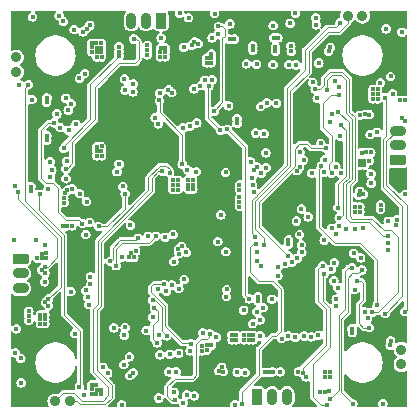
<source format=gbr>
G04 #@! TF.GenerationSoftware,KiCad,Pcbnew,8.0.0-8.0.0-1~ubuntu22.04.1*
G04 #@! TF.CreationDate,2024-03-02T20:12:59+07:00*
G04 #@! TF.ProjectId,FC_ESC_STM32F405RG_26x26,46435f45-5343-45f5-9354-4d3332463430,rev?*
G04 #@! TF.SameCoordinates,Original*
G04 #@! TF.FileFunction,Copper,L3,Inr*
G04 #@! TF.FilePolarity,Positive*
%FSLAX46Y46*%
G04 Gerber Fmt 4.6, Leading zero omitted, Abs format (unit mm)*
G04 Created by KiCad (PCBNEW 8.0.0-8.0.0-1~ubuntu22.04.1) date 2024-03-02 20:12:59*
%MOMM*%
%LPD*%
G01*
G04 APERTURE LIST*
G04 Aperture macros list*
%AMRoundRect*
0 Rectangle with rounded corners*
0 $1 Rounding radius*
0 $2 $3 $4 $5 $6 $7 $8 $9 X,Y pos of 4 corners*
0 Add a 4 corners polygon primitive as box body*
4,1,4,$2,$3,$4,$5,$6,$7,$8,$9,$2,$3,0*
0 Add four circle primitives for the rounded corners*
1,1,$1+$1,$2,$3*
1,1,$1+$1,$4,$5*
1,1,$1+$1,$6,$7*
1,1,$1+$1,$8,$9*
0 Add four rect primitives between the rounded corners*
20,1,$1+$1,$2,$3,$4,$5,0*
20,1,$1+$1,$4,$5,$6,$7,0*
20,1,$1+$1,$6,$7,$8,$9,0*
20,1,$1+$1,$8,$9,$2,$3,0*%
G04 Aperture macros list end*
G04 #@! TA.AperFunction,ComponentPad*
%ADD10C,0.900000*%
G04 #@! TD*
G04 #@! TA.AperFunction,ComponentPad*
%ADD11RoundRect,0.225000X-0.475000X0.225000X-0.475000X-0.225000X0.475000X-0.225000X0.475000X0.225000X0*%
G04 #@! TD*
G04 #@! TA.AperFunction,ComponentPad*
%ADD12O,1.400000X0.900000*%
G04 #@! TD*
G04 #@! TA.AperFunction,ComponentPad*
%ADD13RoundRect,0.225000X0.475000X-0.225000X0.475000X0.225000X-0.475000X0.225000X-0.475000X-0.225000X0*%
G04 #@! TD*
G04 #@! TA.AperFunction,ComponentPad*
%ADD14RoundRect,0.225000X0.225000X0.475000X-0.225000X0.475000X-0.225000X-0.475000X0.225000X-0.475000X0*%
G04 #@! TD*
G04 #@! TA.AperFunction,ComponentPad*
%ADD15O,0.900000X1.400000*%
G04 #@! TD*
G04 #@! TA.AperFunction,ComponentPad*
%ADD16RoundRect,0.225000X-0.225000X-0.475000X0.225000X-0.475000X0.225000X0.475000X-0.225000X0.475000X0*%
G04 #@! TD*
G04 #@! TA.AperFunction,ViaPad*
%ADD17C,0.400000*%
G04 #@! TD*
G04 #@! TA.AperFunction,Conductor*
%ADD18C,0.100000*%
G04 #@! TD*
G04 APERTURE END LIST*
D10*
X203700500Y-96457500D03*
X202450500Y-96457500D03*
X201200500Y-96457500D03*
X231755700Y-92088900D03*
X231755700Y-93338900D03*
X231755700Y-94588900D03*
X199150500Y-68582500D03*
X199150500Y-67332500D03*
X199150500Y-66082500D03*
X227220500Y-63832500D03*
X228470500Y-63832500D03*
X229720500Y-63832500D03*
D11*
X199525500Y-84382500D03*
D12*
X199525500Y-85632500D03*
X199525500Y-86882500D03*
D13*
X231450900Y-76046900D03*
D12*
X231450900Y-74796900D03*
X231450900Y-73546900D03*
D14*
X211400500Y-64232500D03*
D15*
X210150500Y-64232500D03*
X208900500Y-64232500D03*
D16*
X219575500Y-96082500D03*
D15*
X220825500Y-96082500D03*
X222075500Y-96082500D03*
D17*
X229749100Y-70453500D03*
X215680500Y-67412500D03*
X201326500Y-83966300D03*
X206370000Y-66530000D03*
X214900000Y-92180000D03*
X229749100Y-70047100D03*
X201199500Y-89122500D03*
X211359500Y-66897500D03*
X206350000Y-66920000D03*
X215274100Y-67412500D03*
X201199500Y-89503500D03*
X201580500Y-89503500D03*
X205960000Y-66520000D03*
X219208100Y-90875100D03*
X203250000Y-78850000D03*
X225290000Y-93980000D03*
X205980000Y-74890000D03*
X225680000Y-94410000D03*
X219233500Y-91256100D03*
X201580500Y-89884500D03*
X206370000Y-75280000D03*
X205980000Y-75280000D03*
X228640000Y-76460000D03*
X215677500Y-91713300D03*
X229342700Y-70453500D03*
X215271100Y-67811900D03*
X228265400Y-76081000D03*
X228250500Y-80410300D03*
X215677500Y-67811900D03*
X218446100Y-90875100D03*
X227844100Y-80410300D03*
X218446100Y-91256100D03*
X227844100Y-80003900D03*
X200945500Y-84347300D03*
X201840000Y-78520000D03*
X203180000Y-79240000D03*
X201707500Y-84347300D03*
X218827100Y-90875100D03*
X211359500Y-67303900D03*
X201326500Y-84347300D03*
X228250000Y-76450000D03*
X211765900Y-67303900D03*
X211374100Y-66522500D03*
X229342700Y-70047100D03*
X203200000Y-79640000D03*
X228250500Y-80003900D03*
X205560000Y-66870000D03*
X206390000Y-75680000D03*
X203490000Y-78580000D03*
X211765900Y-66897500D03*
X201199500Y-89884500D03*
X211780500Y-66522500D03*
X215271100Y-91713300D03*
X206360000Y-66150000D03*
X215680000Y-67040000D03*
X205970000Y-66910000D03*
X201580500Y-89122500D03*
X225700000Y-93990000D03*
X205560000Y-66140000D03*
X215271100Y-92119700D03*
X229342700Y-70859900D03*
X206380000Y-67310000D03*
X214920000Y-91812500D03*
X206380000Y-74880000D03*
X228640000Y-76091000D03*
X229040000Y-76091000D03*
X205950000Y-66140000D03*
X201707500Y-83940900D03*
X205560000Y-66500000D03*
X229749100Y-70859900D03*
X205990000Y-75680000D03*
X205970000Y-67310000D03*
X225270000Y-94380000D03*
X203890000Y-78490000D03*
X218827100Y-91256100D03*
X205110500Y-79552500D03*
X207860500Y-76392500D03*
X211200500Y-72972500D03*
X205040000Y-82340000D03*
X219570500Y-76632500D03*
X213730500Y-77722500D03*
X214090500Y-78122500D03*
X213730500Y-78522500D03*
X222200500Y-82772500D03*
X214100500Y-78522500D03*
X214090500Y-77722500D03*
X213730500Y-78122500D03*
X222190500Y-83172500D03*
X219310500Y-76872500D03*
X224638692Y-70810000D03*
X228540500Y-78932500D03*
X228250000Y-78660000D03*
X228160000Y-79010000D03*
X230640500Y-82442500D03*
X225500000Y-70130000D03*
X212850500Y-78132500D03*
X217800500Y-90862500D03*
X227620500Y-90652500D03*
X219180500Y-66382500D03*
X217850500Y-72932500D03*
X218050500Y-78132500D03*
X222410500Y-66402500D03*
X230000500Y-79832500D03*
X212400500Y-77732500D03*
X217850500Y-72532500D03*
X225750000Y-66490000D03*
X227580500Y-90302500D03*
X218050500Y-79982500D03*
X221100000Y-66840000D03*
X217800500Y-91262500D03*
X213750500Y-63982500D03*
X212850500Y-77732500D03*
X212400500Y-78532500D03*
X218050500Y-78542500D03*
X217400500Y-90862500D03*
X218050500Y-79202500D03*
X230000500Y-80232500D03*
X217430500Y-91262500D03*
X225600000Y-66820000D03*
X222440500Y-66832500D03*
X212400500Y-78132500D03*
X221100500Y-66482500D03*
X218050500Y-79592500D03*
X219190500Y-66732500D03*
X212850500Y-78532500D03*
X229180000Y-75390000D03*
X228420000Y-75400000D03*
X228796934Y-75366062D03*
X230629200Y-83049501D03*
X222842619Y-67990856D03*
X224467556Y-70032925D03*
X229287385Y-88915222D03*
X221183613Y-71228771D03*
X228220000Y-72230000D03*
X228660000Y-72170000D03*
X229030000Y-72180000D03*
X232030000Y-88860000D03*
X230344651Y-70759214D03*
X222240000Y-67950000D03*
X230390000Y-89030000D03*
X231820000Y-65200000D03*
X219430000Y-83150000D03*
X218280000Y-96720000D03*
X200230000Y-89240000D03*
X231354025Y-81098363D03*
X206350500Y-95872500D03*
X230820000Y-91700000D03*
X224910000Y-95650000D03*
X223140000Y-76640000D03*
X208690500Y-84272500D03*
X200420500Y-78692500D03*
X208790000Y-94280000D03*
X205950500Y-95052500D03*
X219600000Y-87600000D03*
X204810500Y-65182500D03*
X212040500Y-70072500D03*
X200410500Y-78292500D03*
X219600000Y-87960000D03*
X201760500Y-70762500D03*
X208900500Y-83902500D03*
X231350000Y-81510000D03*
X201755417Y-73959186D03*
X200220000Y-88840000D03*
X206370500Y-95462500D03*
X230860000Y-91330000D03*
X205390000Y-64620000D03*
X221300500Y-65682500D03*
X209070000Y-94030000D03*
X205540500Y-95052500D03*
X200230000Y-89620000D03*
X201750500Y-74342500D03*
X212320500Y-70322500D03*
X209270500Y-83722500D03*
X217240500Y-65792500D03*
X222930000Y-76930000D03*
X205560500Y-95862500D03*
X232030000Y-70970000D03*
X220950500Y-65682500D03*
X217620000Y-65790000D03*
X205110000Y-64910000D03*
X225280000Y-95640000D03*
X205960500Y-95462500D03*
X209110500Y-84262500D03*
X231650000Y-70980000D03*
X205560500Y-95452500D03*
X201720000Y-71160000D03*
X205950500Y-95872500D03*
X225640000Y-95620000D03*
X226240000Y-88413503D03*
X216320000Y-93870000D03*
X214210500Y-95992500D03*
X216690000Y-93940000D03*
X216550000Y-93580000D03*
X213289900Y-96573300D03*
X224734811Y-90858673D03*
X220550000Y-94010000D03*
X226400000Y-86840000D03*
X220860000Y-93960000D03*
X220190000Y-94020000D03*
X212527900Y-95701100D03*
X211230000Y-96180000D03*
X226240000Y-87810000D03*
X223399100Y-94050100D03*
X223043500Y-93948500D03*
X225090000Y-84980000D03*
X206900000Y-94070000D03*
X223690000Y-94380000D03*
X226040000Y-86260000D03*
X204860000Y-95900000D03*
X203866500Y-81604100D03*
X206530000Y-93570000D03*
X203104500Y-81604100D03*
X203485500Y-81604100D03*
X205310000Y-88270000D03*
X199050500Y-78195002D03*
X201326500Y-85337900D03*
X208380000Y-90210000D03*
X201580500Y-85591900D03*
X199280000Y-78760000D03*
X201580500Y-85058500D03*
X207420000Y-90240000D03*
X202040000Y-76170000D03*
X201885300Y-88360500D03*
X200183500Y-69640700D03*
X201885300Y-87801700D03*
X201631300Y-88081100D03*
X210706943Y-89325243D03*
X208302816Y-90865070D03*
X199430000Y-69640000D03*
X214570500Y-66172500D03*
X214030000Y-66320000D03*
X214240000Y-66030000D03*
X203820500Y-71252500D03*
X215950000Y-63630000D03*
X204503944Y-69118460D03*
X204200000Y-73010000D03*
X210267300Y-66719700D03*
X216260000Y-65350000D03*
X210267300Y-67126100D03*
X210267300Y-66313300D03*
X203560500Y-71802500D03*
X222340000Y-64440000D03*
X224570000Y-64590000D03*
X207854300Y-66846700D03*
X203190000Y-75050000D03*
X207854300Y-66440300D03*
X207854300Y-67202300D03*
X224515316Y-63988478D03*
X203590000Y-73507500D03*
X202790500Y-63802500D03*
X225296855Y-76020067D03*
X224149529Y-91005850D03*
X219508651Y-84556716D03*
X219500000Y-83820000D03*
X220290000Y-75420000D03*
X212890000Y-83590000D03*
X231830000Y-72490000D03*
X232050000Y-72760000D03*
X213150000Y-83320000D03*
X212940000Y-83950000D03*
X212070000Y-93970000D03*
X227100059Y-81895200D03*
X212700500Y-93982500D03*
X228515870Y-81786941D03*
X231030000Y-70410000D03*
X226500500Y-81632500D03*
X226210000Y-76610000D03*
X229994371Y-69495139D03*
X204070500Y-64982500D03*
X220320000Y-76670000D03*
X225230000Y-85680000D03*
X225470000Y-96770000D03*
X225820000Y-85290000D03*
X230200000Y-96680000D03*
X227805287Y-87001096D03*
X199167500Y-90327401D03*
X226210000Y-82320000D03*
X199548500Y-92827400D03*
X226091500Y-84732400D03*
X225700000Y-96260000D03*
X227570000Y-85160000D03*
X227653600Y-96666300D03*
X228420000Y-85340000D03*
X199070000Y-92360000D03*
X222180500Y-84162500D03*
X225390000Y-75050000D03*
X219850000Y-71510000D03*
X226650000Y-77170000D03*
X220920000Y-64650000D03*
X230470000Y-64920000D03*
X223300500Y-80172500D03*
X203140500Y-64302500D03*
X220156350Y-83258750D03*
X219400000Y-82540000D03*
X226580500Y-64422500D03*
X212502500Y-84626700D03*
X213570500Y-83852500D03*
X211520500Y-76982500D03*
X212150500Y-77092500D03*
X219010000Y-76200000D03*
X216880500Y-77082500D03*
X216470500Y-80672500D03*
X200540500Y-63912500D03*
X223309074Y-83203926D03*
X224990119Y-76539806D03*
X229710000Y-88320000D03*
X222880500Y-81192500D03*
X225880053Y-81814081D03*
X230620000Y-83660000D03*
X223880000Y-80850000D03*
X225232900Y-82807700D03*
X232040000Y-78950000D03*
X213380000Y-86140000D03*
X223130000Y-82330000D03*
X211140000Y-86940000D03*
X217676114Y-96731841D03*
X211873407Y-87135155D03*
X216080000Y-91030000D03*
X212558800Y-96319200D03*
X215540000Y-90740000D03*
X218410500Y-88752500D03*
X208080000Y-96770000D03*
X219830000Y-89560000D03*
X208176581Y-78263369D03*
X211090000Y-91510000D03*
X210850000Y-88520000D03*
X198940000Y-82840000D03*
X207690000Y-77020000D03*
X206125500Y-81657500D03*
X208374480Y-78880382D03*
X204530000Y-78870000D03*
X211883000Y-90925900D03*
X210723561Y-87907659D03*
X202040000Y-77510000D03*
X205371316Y-81310574D03*
X202337324Y-72881397D03*
X204760500Y-81412500D03*
X217043145Y-73425068D03*
X218890000Y-87780000D03*
X217140000Y-71450000D03*
X213000000Y-63600000D03*
X215460000Y-69780000D03*
X216448604Y-73528685D03*
X215940000Y-71890000D03*
X216270000Y-64720000D03*
X214204300Y-69996300D03*
X222800000Y-63590000D03*
X229720000Y-73680000D03*
X225253300Y-77082900D03*
X221615500Y-91147500D03*
X211206522Y-90866801D03*
X223328116Y-83852728D03*
X210160000Y-90470000D03*
X219106219Y-77530760D03*
X223180000Y-75390000D03*
X224930500Y-74622500D03*
X219250000Y-78730000D03*
X219167868Y-78131608D03*
X223480000Y-76030000D03*
X219883524Y-77161607D03*
X225850500Y-72112500D03*
X225710000Y-72810000D03*
X224200500Y-77152500D03*
X221310000Y-85820000D03*
X212920000Y-86920000D03*
X221881338Y-84808000D03*
X213890000Y-92190000D03*
X222480290Y-84700552D03*
X212338262Y-86616816D03*
X214930000Y-90650000D03*
X222967268Y-84337091D03*
X230850000Y-68960000D03*
X217250000Y-64500000D03*
X216220500Y-82932500D03*
X220800000Y-87810000D03*
X219810061Y-90918196D03*
X216900000Y-83790000D03*
X220050000Y-88530000D03*
X219902717Y-85014462D03*
X219510000Y-88870000D03*
X222765384Y-91037600D03*
X219170000Y-89890000D03*
X216950500Y-87592500D03*
X223550500Y-90932500D03*
X216961674Y-86989101D03*
X212440000Y-82330000D03*
X208069405Y-84275200D03*
X211765900Y-82569300D03*
X205440000Y-86560000D03*
X210970000Y-82470000D03*
X207610000Y-84980000D03*
X205060000Y-87070000D03*
X210330000Y-82480000D03*
X207130000Y-84610000D03*
X209470000Y-82650000D03*
X205236589Y-87670475D03*
X208830500Y-81542500D03*
X214380500Y-77012500D03*
X210911500Y-72441500D03*
X213650500Y-76852500D03*
X209060000Y-69590000D03*
X213200500Y-76382500D03*
X211280000Y-70990000D03*
X209020000Y-70260000D03*
X213280500Y-73312500D03*
X213870000Y-73170000D03*
X211300000Y-70380000D03*
X214440500Y-72892500D03*
X208380000Y-70110000D03*
X230650500Y-81212500D03*
X224770000Y-67820000D03*
X229200313Y-78002858D03*
X219500000Y-67930000D03*
X204500000Y-95220000D03*
X201140000Y-78920000D03*
X200800000Y-82830000D03*
X211330000Y-92520000D03*
X229190000Y-77200000D03*
X224270500Y-69462500D03*
X229120000Y-73880000D03*
X218650000Y-67880000D03*
X208270000Y-93350000D03*
X201600500Y-83256198D03*
X201550000Y-86350000D03*
X212172300Y-92475300D03*
X220360000Y-71180000D03*
X226110000Y-69310000D03*
X215750000Y-69250000D03*
X220900000Y-67950000D03*
X226600500Y-74032500D03*
X208740000Y-92690000D03*
X204100000Y-90720000D03*
X203780000Y-87170000D03*
X212910608Y-92401016D03*
X228900000Y-89440000D03*
X213590500Y-95902500D03*
X228320471Y-84320399D03*
X217870000Y-94010000D03*
X215740500Y-65682500D03*
X203360500Y-70792500D03*
X213347258Y-66489272D03*
X203430500Y-76122500D03*
X218530000Y-94030000D03*
X228685156Y-88876035D03*
X221526356Y-93968263D03*
X227715299Y-83919381D03*
X202596500Y-72129900D03*
X211420500Y-65692500D03*
X209100500Y-65783000D03*
X203370500Y-76762500D03*
X229050000Y-90220000D03*
X228000000Y-86250000D03*
X222173789Y-90918308D03*
X227869500Y-81858100D03*
X204950500Y-68712500D03*
X202870000Y-73280000D03*
X208313763Y-69147381D03*
X203370500Y-77602500D03*
X226440500Y-71952500D03*
X219420000Y-73740000D03*
X226497852Y-80958439D03*
X226400000Y-80060000D03*
X226670000Y-73070000D03*
X226490000Y-69820000D03*
X225862900Y-77159100D03*
X226500000Y-70510000D03*
X200490500Y-70912500D03*
X214755395Y-69750315D03*
X220130500Y-73802500D03*
X215124850Y-69271277D03*
X223240000Y-73450000D03*
X215290000Y-77630000D03*
X206490000Y-79480000D03*
X204520000Y-81990000D03*
X217830000Y-69710000D03*
X231500000Y-77300000D03*
X228500000Y-73980000D03*
X208430000Y-87740000D03*
X214530000Y-89140000D03*
X215820000Y-75720000D03*
X228140000Y-78060000D03*
X220200000Y-80190000D03*
X223630000Y-73430000D03*
X200250000Y-96750000D03*
X230710000Y-63600000D03*
X231180000Y-64900000D03*
X226000000Y-64100000D03*
X220600000Y-80190000D03*
X225990000Y-79480000D03*
X217000000Y-84430000D03*
X220720000Y-77190000D03*
X208980000Y-82180000D03*
X218130000Y-69950000D03*
X215840000Y-80070000D03*
X228220000Y-73740000D03*
X215130000Y-65720000D03*
X225570000Y-81100000D03*
X210050000Y-70020000D03*
X204210000Y-82210000D03*
X216690000Y-79720000D03*
X209230000Y-76270000D03*
X218160000Y-70330000D03*
X206180000Y-79660000D03*
X207590000Y-87330000D03*
X213240000Y-69390000D03*
X202470000Y-75130000D03*
X214900000Y-77630000D03*
X221490000Y-74830000D03*
X220000000Y-74550000D03*
X217610000Y-92870000D03*
X228550000Y-78040000D03*
X209130000Y-73900000D03*
X210050000Y-69620000D03*
X221620000Y-74500000D03*
X209960000Y-76410000D03*
X223840000Y-73770000D03*
X213250000Y-69020000D03*
X221900000Y-93240000D03*
X209150000Y-72120000D03*
X209610000Y-76410000D03*
X208010000Y-87330000D03*
X221010000Y-80190000D03*
X216680000Y-80040000D03*
X213340000Y-93720000D03*
X208020000Y-86910000D03*
X225440000Y-80730000D03*
X210040000Y-70430000D03*
X228320000Y-77850000D03*
X215920000Y-79690000D03*
X200260000Y-96310000D03*
X215950000Y-70270000D03*
X222090000Y-88010000D03*
X213110000Y-89300000D03*
X198970000Y-64940000D03*
X223440000Y-73780000D03*
X224020000Y-73430000D03*
X225940000Y-81190000D03*
X217600000Y-93180000D03*
X221000000Y-79790000D03*
X231900000Y-77700000D03*
X218470000Y-89400000D03*
X222090000Y-87610000D03*
X222080000Y-63600000D03*
X200260000Y-95860000D03*
X232060000Y-90640000D03*
X204460000Y-82550000D03*
X220600000Y-80600000D03*
X222330000Y-92860000D03*
X220190000Y-80600000D03*
X214310000Y-83240000D03*
X208630000Y-66410000D03*
X199790000Y-64960000D03*
X206480000Y-79870000D03*
X231140000Y-95430000D03*
X231950000Y-95410000D03*
X204060000Y-82560000D03*
X216310000Y-79710000D03*
X226440000Y-74640000D03*
X231500000Y-77700000D03*
X221010000Y-80610000D03*
X226170000Y-63720000D03*
X205510000Y-77630000D03*
X231550000Y-95420000D03*
X217810000Y-70110000D03*
X208760000Y-73910000D03*
X210470000Y-69620000D03*
X221540000Y-92940000D03*
X205110000Y-77640000D03*
X203710000Y-82400000D03*
X208750000Y-72120000D03*
X216250000Y-80060000D03*
X209040000Y-67240000D03*
X228560000Y-73620000D03*
X205100000Y-78030000D03*
X213560000Y-69210000D03*
X213910000Y-94030000D03*
X205520000Y-78040000D03*
X215680000Y-77620000D03*
X213990000Y-83400000D03*
X221940000Y-92850000D03*
X208430000Y-87330000D03*
X230710000Y-64030000D03*
X220600000Y-79780000D03*
X226460000Y-75000000D03*
X228560000Y-73230000D03*
X208940000Y-92050000D03*
X232050000Y-91160000D03*
X219790000Y-74860000D03*
X213730000Y-93680000D03*
X208600000Y-67210000D03*
X231900000Y-77300000D03*
X199380000Y-64950000D03*
X220200000Y-79780000D03*
X208750000Y-71720000D03*
X208600000Y-66810000D03*
X207580000Y-87740000D03*
X209160000Y-71720000D03*
X208440000Y-86910000D03*
X207600000Y-86900000D03*
X223800000Y-82840000D03*
X228970000Y-73260000D03*
X207990000Y-87750000D03*
X202110000Y-75260000D03*
X199580000Y-94900000D03*
X221333315Y-85060756D03*
X202160000Y-76900000D03*
X205430000Y-85940000D03*
X213927677Y-91572588D03*
X211658182Y-86570800D03*
D18*
X227560000Y-77650000D02*
X227560000Y-72570000D01*
X229019500Y-81243764D02*
X227413764Y-81243764D01*
X225500000Y-69250000D02*
X225500000Y-70130000D01*
X230218236Y-82442500D02*
X229019500Y-81243764D01*
X227110000Y-80940000D02*
X227110000Y-78100000D01*
X227560000Y-72570000D02*
X227070000Y-72080000D01*
X227413764Y-81243764D02*
X227110000Y-80940000D01*
X225919000Y-68831000D02*
X225500000Y-69250000D01*
X227070000Y-72080000D02*
X227070000Y-69220000D01*
X227070000Y-69220000D02*
X226681000Y-68831000D01*
X230640500Y-82442500D02*
X230218236Y-82442500D01*
X227110000Y-78100000D02*
X227560000Y-77650000D01*
X226681000Y-68831000D02*
X225919000Y-68831000D01*
X227350000Y-71940000D02*
X227350000Y-69140000D01*
X231490000Y-82530000D02*
X230923500Y-81963500D01*
X229310000Y-81000000D02*
X227620000Y-81000000D01*
X227390000Y-80770000D02*
X227390000Y-78170000D01*
X225750000Y-68560000D02*
X225200000Y-69110000D01*
X227820000Y-72410000D02*
X227350000Y-71940000D01*
X227390000Y-78170000D02*
X227820000Y-77740000D01*
X225200000Y-69690000D02*
X224857075Y-70032925D01*
X229287385Y-88915222D02*
X229792187Y-88915222D01*
X226770000Y-68560000D02*
X225750000Y-68560000D01*
X230923500Y-81963500D02*
X230273500Y-81963500D01*
X231490000Y-87217409D02*
X231490000Y-82530000D01*
X230273500Y-81963500D02*
X229310000Y-81000000D01*
X227350000Y-69140000D02*
X226770000Y-68560000D01*
X227620000Y-81000000D02*
X227390000Y-80770000D01*
X225200000Y-69110000D02*
X225200000Y-69690000D01*
X224857075Y-70032925D02*
X224467556Y-70032925D01*
X229792187Y-88915222D02*
X231490000Y-87217409D01*
X227820000Y-77740000D02*
X227820000Y-72410000D01*
X232199300Y-88703700D02*
X232070500Y-88832500D01*
X231450900Y-73546900D02*
X231408100Y-73546900D01*
X231408100Y-73546900D02*
X230500000Y-74455000D01*
X230500000Y-74455000D02*
X230500000Y-78150000D01*
X232199300Y-79849300D02*
X232199300Y-88703700D01*
X230500000Y-78150000D02*
X232199300Y-79849300D01*
X230250000Y-78340000D02*
X231833025Y-79923025D01*
X230500000Y-74030736D02*
X230250000Y-74280736D01*
X230250000Y-74280736D02*
X230250000Y-78340000D01*
X231833025Y-87586975D02*
X230390000Y-89030000D01*
X231833025Y-79923025D02*
X231833025Y-87586975D01*
X230344651Y-70759214D02*
X230500000Y-70914563D01*
X230500000Y-70914563D02*
X230500000Y-74030736D01*
X219701500Y-92038500D02*
X220790909Y-90949091D01*
X220854315Y-86274315D02*
X219714315Y-86274315D01*
X221560000Y-90525591D02*
X221560000Y-86980000D01*
X218280000Y-95670000D02*
X219701500Y-94248500D01*
X218982705Y-83367295D02*
X219200000Y-83150000D01*
X220790909Y-90949091D02*
X221136500Y-90949091D01*
X218280000Y-96720000D02*
X218280000Y-95670000D01*
X218982705Y-85542705D02*
X218982705Y-83367295D01*
X219714315Y-86274315D02*
X218982705Y-85542705D01*
X221136500Y-90949091D02*
X221560000Y-90525591D01*
X221560000Y-86980000D02*
X220854315Y-86274315D01*
X219200000Y-83150000D02*
X219430000Y-83150000D01*
X219701500Y-94248500D02*
X219701500Y-92038500D01*
X224990000Y-84980000D02*
X224710000Y-85260000D01*
X224710000Y-85260000D02*
X224710000Y-87985176D01*
X225090000Y-84980000D02*
X224990000Y-84980000D01*
X223399100Y-93640900D02*
X223399100Y-94050100D01*
X224710000Y-87985176D02*
X225370000Y-88645176D01*
X225370000Y-88645176D02*
X225370000Y-91670000D01*
X225370000Y-91670000D02*
X223399100Y-93640900D01*
X202620000Y-84260000D02*
X202620000Y-82645537D01*
X199280000Y-79305537D02*
X199280000Y-78760000D01*
X201821500Y-85058500D02*
X202620000Y-84260000D01*
X201580500Y-85058500D02*
X201821500Y-85058500D01*
X202620000Y-82645537D02*
X199280000Y-79305537D01*
X201885300Y-87801700D02*
X202920000Y-86767000D01*
X199930000Y-79531273D02*
X199930000Y-69894200D01*
X199930000Y-69894200D02*
X200183500Y-69640700D01*
X202920000Y-82521273D02*
X199930000Y-79531273D01*
X202920000Y-86767000D02*
X202920000Y-82521273D01*
X205440000Y-69616600D02*
X207854300Y-67202300D01*
X203190000Y-74813381D02*
X205440000Y-72563381D01*
X205440000Y-72563381D02*
X205440000Y-69616600D01*
X203190000Y-75050000D02*
X203190000Y-74813381D01*
X225320000Y-85640000D02*
X225280000Y-85680000D01*
X225230000Y-85680000D02*
X225130000Y-85780000D01*
X225280000Y-85680000D02*
X225230000Y-85680000D01*
X225690000Y-91860000D02*
X224258700Y-93291300D01*
X225130000Y-87980912D02*
X225690000Y-88540912D01*
X224258700Y-93291300D02*
X224258700Y-96108700D01*
X224258700Y-96108700D02*
X224920000Y-96770000D01*
X225690000Y-88540912D02*
X225690000Y-91860000D01*
X224920000Y-96770000D02*
X225470000Y-96770000D01*
X225130000Y-85780000D02*
X225130000Y-87980912D01*
X227250000Y-85160000D02*
X227570000Y-85160000D01*
X226460000Y-89160000D02*
X226970000Y-88650000D01*
X225700000Y-96260000D02*
X226460000Y-95500000D01*
X226460000Y-95500000D02*
X226460000Y-89160000D01*
X226970000Y-85440000D02*
X227250000Y-85160000D01*
X226970000Y-88650000D02*
X226970000Y-85440000D01*
X227270000Y-85990000D02*
X227270000Y-88880000D01*
X227621000Y-85639000D02*
X227270000Y-85990000D01*
X228420000Y-85340000D02*
X228121000Y-85639000D01*
X226680000Y-89470000D02*
X226680000Y-95692700D01*
X228121000Y-85639000D02*
X227621000Y-85639000D01*
X227270000Y-88880000D02*
X226680000Y-89470000D01*
X226680000Y-95692700D02*
X227653600Y-96666300D01*
X222180500Y-84162500D02*
X219700000Y-81682000D01*
X219700000Y-81682000D02*
X219700000Y-79594314D01*
X224140000Y-75050000D02*
X225390000Y-75050000D01*
X219700000Y-79594314D02*
X222740000Y-76554314D01*
X222740000Y-75060000D02*
X223100000Y-74700000D01*
X223100000Y-74700000D02*
X223790000Y-74700000D01*
X222740000Y-76554314D02*
X222740000Y-75060000D01*
X223790000Y-74700000D02*
X224140000Y-75050000D01*
X226470409Y-65210000D02*
X227225500Y-64454909D01*
X220156350Y-82636350D02*
X219400000Y-81880000D01*
X223920000Y-66834264D02*
X225544264Y-65210000D01*
X223920000Y-68643000D02*
X223920000Y-66834264D01*
X222370000Y-70193000D02*
X223920000Y-68643000D01*
X222370000Y-76540000D02*
X222370000Y-70193000D01*
X220156350Y-83258750D02*
X220156350Y-82636350D01*
X225544264Y-65210000D02*
X226470409Y-65210000D01*
X227225500Y-64454909D02*
X227225500Y-63857500D01*
X219400000Y-81880000D02*
X219400000Y-79510000D01*
X219400000Y-79510000D02*
X222370000Y-76540000D01*
X219650000Y-78895686D02*
X219650000Y-78890000D01*
X223600000Y-66730000D02*
X225520000Y-64810000D01*
X219100000Y-82240000D02*
X219100000Y-79440000D01*
X219415686Y-79130000D02*
X219650000Y-78895686D01*
X219100000Y-79440000D02*
X219410000Y-79130000D01*
X222050000Y-76490000D02*
X222050000Y-69973000D01*
X225520000Y-64810000D02*
X226193000Y-64810000D01*
X226193000Y-64810000D02*
X226580500Y-64422500D01*
X219400000Y-82540000D02*
X219100000Y-82240000D01*
X222050000Y-69973000D02*
X223600000Y-68423000D01*
X223600000Y-68423000D02*
X223600000Y-66730000D01*
X219650000Y-78890000D02*
X222050000Y-76490000D01*
X219410000Y-79130000D02*
X219415686Y-79130000D01*
X204315827Y-96457500D02*
X204588327Y-96730000D01*
X210640500Y-78649500D02*
X210640500Y-77539500D01*
X211197500Y-76982500D02*
X211520500Y-76982500D01*
X204588327Y-96730000D02*
X206660000Y-96730000D01*
X207240000Y-96150000D02*
X207240000Y-95095736D01*
X210640500Y-77539500D02*
X211197500Y-76982500D01*
X203700500Y-96457500D02*
X204315827Y-96457500D01*
X206660000Y-96730000D02*
X207240000Y-96150000D01*
X205970000Y-93825736D02*
X205970000Y-88764673D01*
X206350000Y-82940000D02*
X210640500Y-78649500D01*
X206350000Y-88384673D02*
X206350000Y-82940000D01*
X205970000Y-88764673D02*
X206350000Y-88384673D01*
X207240000Y-95095736D02*
X205970000Y-93825736D01*
X205670000Y-88640409D02*
X206088366Y-88222043D01*
X202450500Y-96457500D02*
X203125500Y-95782500D01*
X210340500Y-77485091D02*
X211322091Y-76503500D01*
X204712591Y-96430000D02*
X206470409Y-96430000D01*
X212150500Y-76780500D02*
X212150500Y-77092500D01*
X211873500Y-76503500D02*
X212150500Y-76780500D01*
X206088366Y-88222043D02*
X206088366Y-82864634D01*
X203125500Y-95782500D02*
X204065091Y-95782500D01*
X206088366Y-82864634D02*
X210340500Y-78612500D01*
X210340500Y-78612500D02*
X210340500Y-77485091D01*
X205670000Y-93950000D02*
X205670000Y-88640409D01*
X206940000Y-95220000D02*
X205670000Y-93950000D01*
X204065091Y-95782500D02*
X204712591Y-96430000D01*
X206470409Y-96430000D02*
X206940000Y-95960409D01*
X206940000Y-95960409D02*
X206940000Y-95220000D01*
X211322091Y-76503500D02*
X211873500Y-76503500D01*
X228300000Y-83050000D02*
X226152609Y-83050000D01*
X229710000Y-88320000D02*
X229710000Y-84460000D01*
X226152609Y-83050000D02*
X224774300Y-81671691D01*
X224774300Y-76755625D02*
X224990119Y-76539806D01*
X224774300Y-81671691D02*
X224774300Y-76755625D01*
X229710000Y-84460000D02*
X228300000Y-83050000D01*
X211958900Y-95191100D02*
X211958900Y-95998900D01*
X214406677Y-91573323D02*
X214406677Y-94223323D01*
X214790000Y-91190000D02*
X214406677Y-91573323D01*
X212610000Y-94540000D02*
X211958900Y-95191100D01*
X211958900Y-95998900D02*
X212279200Y-96319200D01*
X215512374Y-90987626D02*
X215310000Y-91190000D01*
X215512374Y-90825024D02*
X215512374Y-90987626D01*
X214406677Y-94223323D02*
X214090000Y-94540000D01*
X215310000Y-91190000D02*
X214790000Y-91190000D01*
X212279200Y-96319200D02*
X212558800Y-96319200D01*
X214090000Y-94540000D02*
X212610000Y-94540000D01*
X210727522Y-91147522D02*
X210727522Y-90005478D01*
X211090000Y-91510000D02*
X210727522Y-91147522D01*
X210727522Y-90005478D02*
X211185943Y-89547057D01*
X211185943Y-89547057D02*
X211185943Y-88855943D01*
X211185943Y-88855943D02*
X210850000Y-88520000D01*
X208374480Y-80155520D02*
X206872500Y-81657500D01*
X208374480Y-78880382D02*
X208374480Y-80155520D01*
X206872500Y-81657500D02*
X206125500Y-81657500D01*
X211490000Y-88456057D02*
X210941602Y-87907659D01*
X210941602Y-87907659D02*
X210723561Y-87907659D01*
X211490000Y-90532900D02*
X211490000Y-88456057D01*
X211883000Y-90925900D02*
X211490000Y-90532900D01*
X202337324Y-72881397D02*
X201878603Y-72881397D01*
X203365100Y-81125100D02*
X204473100Y-81125100D01*
X202264000Y-77964000D02*
X202680000Y-78380000D01*
X204473100Y-81125100D02*
X204760500Y-81412500D01*
X202680000Y-80440000D02*
X203365100Y-81125100D01*
X201684000Y-77964000D02*
X202264000Y-77964000D01*
X201878603Y-72881397D02*
X201271500Y-73488500D01*
X201271500Y-73488500D02*
X201271500Y-77551500D01*
X201271500Y-77551500D02*
X201684000Y-77964000D01*
X202680000Y-78380000D02*
X202680000Y-80440000D01*
X218560000Y-87450000D02*
X218560000Y-74941923D01*
X218560000Y-74941923D02*
X217043145Y-73425068D01*
X218890000Y-87780000D02*
X218560000Y-87450000D01*
X215370000Y-69870000D02*
X215370000Y-72450081D01*
X215370000Y-72450081D02*
X216448604Y-73528685D01*
X215460000Y-69780000D02*
X215370000Y-69870000D01*
X216620000Y-71150000D02*
X216620000Y-65680000D01*
X215940000Y-71890000D02*
X215953198Y-71903198D01*
X216810000Y-65490000D02*
X216810000Y-64960000D01*
X215953198Y-71903198D02*
X215953198Y-72006802D01*
X216620000Y-65680000D02*
X216810000Y-65490000D01*
X215953198Y-71816802D02*
X216620000Y-71150000D01*
X215940000Y-71890000D02*
X215953198Y-71876802D01*
X215953198Y-71876802D02*
X215953198Y-71816802D01*
X216810000Y-64960000D02*
X216570000Y-64720000D01*
X216570000Y-64720000D02*
X216270000Y-64720000D01*
X207610000Y-84980000D02*
X207610000Y-83560000D01*
X210390000Y-83050000D02*
X210970000Y-82470000D01*
X207610000Y-83560000D02*
X208120000Y-83050000D01*
X208120000Y-83050000D02*
X210390000Y-83050000D01*
X209300000Y-82820000D02*
X209470000Y-82650000D01*
X207970000Y-82820000D02*
X209300000Y-82820000D01*
X207130000Y-84610000D02*
X207330000Y-84410000D01*
X207330000Y-84410000D02*
X207330000Y-83460000D01*
X207330000Y-83460000D02*
X207970000Y-82820000D01*
X213200500Y-76382500D02*
X213200500Y-73909909D01*
X211290000Y-71999409D02*
X211290000Y-71000000D01*
X213200500Y-73909909D02*
X211290000Y-71999409D01*
X211290000Y-71000000D02*
X211280000Y-70990000D01*
X204579000Y-95141000D02*
X204500000Y-95220000D01*
X201100000Y-78960000D02*
X201100000Y-80277009D01*
X201140000Y-78920000D02*
X201100000Y-78960000D01*
X203220000Y-82397009D02*
X203220000Y-89140893D01*
X203220000Y-89140893D02*
X204579000Y-90499893D01*
X204579000Y-90499893D02*
X204579000Y-95141000D01*
X201100000Y-80277009D02*
X203220000Y-82397009D01*
X209333000Y-65783000D02*
X209100500Y-65783000D01*
X203909500Y-74518145D02*
X205860000Y-72567645D01*
X209540000Y-65990000D02*
X209333000Y-65783000D01*
X209540000Y-67520000D02*
X209540000Y-65990000D01*
X205860000Y-72567645D02*
X205860000Y-69830000D01*
X203909500Y-76320909D02*
X203909500Y-74518145D01*
X203370500Y-76762500D02*
X203467909Y-76762500D01*
X207870000Y-67820000D02*
X209240000Y-67820000D01*
X205860000Y-69830000D02*
X207870000Y-67820000D01*
X209240000Y-67820000D02*
X209540000Y-67520000D01*
X203467909Y-76762500D02*
X203909500Y-76320909D01*
X228530000Y-86460000D02*
X228530000Y-87880000D01*
X228000000Y-86250000D02*
X228320000Y-86250000D01*
X228150000Y-88260000D02*
X228150000Y-89820000D01*
X228150000Y-89820000D02*
X228550000Y-90220000D01*
X228550000Y-90220000D02*
X229050000Y-90220000D01*
X228530000Y-87880000D02*
X228150000Y-88260000D01*
X228320000Y-86250000D02*
X228530000Y-86460000D01*
X227310000Y-72822000D02*
X226440500Y-71952500D01*
X227310000Y-77520000D02*
X227310000Y-72822000D01*
X226820000Y-80670000D02*
X226820000Y-78010000D01*
X226531561Y-80958439D02*
X226820000Y-80670000D01*
X226497852Y-80958439D02*
X226531561Y-80958439D01*
X226820000Y-78010000D02*
X227310000Y-77520000D01*
X226410000Y-80050000D02*
X226410000Y-78070000D01*
X226400500Y-80059500D02*
X226400500Y-79932500D01*
X226400000Y-80060000D02*
X226410000Y-80050000D01*
X227070000Y-77410000D02*
X227070000Y-73520000D01*
X227070000Y-73520000D02*
X226660000Y-73110000D01*
X226410000Y-78070000D02*
X227070000Y-77410000D01*
X226400000Y-80060000D02*
X226400500Y-80059500D01*
X225870000Y-76124331D02*
X225650000Y-76344331D01*
X225820000Y-70510000D02*
X225100500Y-71229500D01*
X225870000Y-74000000D02*
X225870000Y-76124331D01*
X225650000Y-76344331D02*
X225650000Y-76802191D01*
X225650000Y-76802191D02*
X225862900Y-77015091D01*
X225100500Y-73230500D02*
X225870000Y-74000000D01*
X225862900Y-77015091D02*
X225862900Y-77159100D01*
X225100500Y-71229500D02*
X225100500Y-73230500D01*
X226500000Y-70510000D02*
X225820000Y-70510000D01*
X210590000Y-86720000D02*
X210770000Y-86540000D01*
X213927677Y-91572588D02*
X213895089Y-91540000D01*
X213895089Y-91540000D02*
X213230000Y-91540000D01*
X213230000Y-91540000D02*
X211750000Y-90060000D01*
X211750000Y-90060000D02*
X211750000Y-88368412D01*
X211750000Y-88368412D02*
X210590000Y-87208412D01*
X210590000Y-87208412D02*
X210590000Y-86720000D01*
X211627382Y-86540000D02*
X211658182Y-86570800D01*
X210770000Y-86540000D02*
X211627382Y-86540000D01*
G04 #@! TA.AperFunction,Conductor*
G36*
X200605093Y-84564073D02*
G01*
X200613209Y-84577319D01*
X200617450Y-84585642D01*
X200707158Y-84675350D01*
X200820196Y-84732946D01*
X200945500Y-84752792D01*
X201070804Y-84732946D01*
X201091052Y-84722629D01*
X201151484Y-84713055D01*
X201180945Y-84722627D01*
X201188956Y-84726709D01*
X201232220Y-84769975D01*
X201241790Y-84830407D01*
X201232219Y-84859863D01*
X201227391Y-84869339D01*
X201200733Y-84921659D01*
X201194119Y-84934639D01*
X201150855Y-84977903D01*
X201088160Y-85009848D01*
X200998449Y-85099559D01*
X200940855Y-85212592D01*
X200940854Y-85212596D01*
X200923152Y-85324366D01*
X200921008Y-85337900D01*
X200938179Y-85446317D01*
X200940854Y-85463203D01*
X200940855Y-85463207D01*
X200987297Y-85554354D01*
X200998450Y-85576242D01*
X201088158Y-85665950D01*
X201138071Y-85691382D01*
X201168334Y-85706802D01*
X201211597Y-85750065D01*
X201248374Y-85822244D01*
X201252450Y-85830242D01*
X201307906Y-85885698D01*
X201335682Y-85940213D01*
X201326111Y-86000645D01*
X201307907Y-86025700D01*
X201239847Y-86093761D01*
X201221949Y-86111659D01*
X201164355Y-86224692D01*
X201164354Y-86224696D01*
X201146174Y-86339484D01*
X201144508Y-86350000D01*
X201163170Y-86467831D01*
X201164354Y-86475303D01*
X201164355Y-86475307D01*
X201214829Y-86574366D01*
X201221950Y-86588342D01*
X201311658Y-86678050D01*
X201424696Y-86735646D01*
X201550000Y-86755492D01*
X201675304Y-86735646D01*
X201788342Y-86678050D01*
X201878050Y-86588342D01*
X201935646Y-86475304D01*
X201955492Y-86350000D01*
X201953826Y-86339484D01*
X201950053Y-86315659D01*
X201935646Y-86224696D01*
X201878050Y-86111658D01*
X201822593Y-86056201D01*
X201794818Y-86001687D01*
X201804389Y-85941255D01*
X201822592Y-85916199D01*
X201908550Y-85830242D01*
X201966146Y-85717204D01*
X201985992Y-85591900D01*
X201966146Y-85466596D01*
X201930985Y-85397590D01*
X201921414Y-85337160D01*
X201949191Y-85282643D01*
X201962713Y-85271546D01*
X201963393Y-85270865D01*
X201963397Y-85270864D01*
X202500496Y-84733763D01*
X202555013Y-84705987D01*
X202615445Y-84715558D01*
X202658710Y-84758823D01*
X202669500Y-84803768D01*
X202669500Y-86622230D01*
X202650593Y-86680421D01*
X202640504Y-86692234D01*
X201965193Y-87367544D01*
X201910676Y-87395321D01*
X201893090Y-87395322D01*
X201893090Y-87396208D01*
X201885299Y-87396208D01*
X201759996Y-87416054D01*
X201759992Y-87416055D01*
X201646959Y-87473649D01*
X201557249Y-87563359D01*
X201498918Y-87677840D01*
X201455655Y-87721103D01*
X201392960Y-87753048D01*
X201303249Y-87842759D01*
X201245655Y-87955792D01*
X201245654Y-87955796D01*
X201237987Y-88004207D01*
X201225808Y-88081100D01*
X201244948Y-88201949D01*
X201245654Y-88206403D01*
X201245655Y-88206407D01*
X201273590Y-88261232D01*
X201303250Y-88319442D01*
X201392958Y-88409150D01*
X201455654Y-88441095D01*
X201498916Y-88484358D01*
X201552836Y-88590181D01*
X201562408Y-88650613D01*
X201534631Y-88705129D01*
X201480116Y-88732907D01*
X201455195Y-88736854D01*
X201455191Y-88736855D01*
X201434944Y-88747172D01*
X201374511Y-88756743D01*
X201345056Y-88747172D01*
X201324808Y-88736855D01*
X201324804Y-88736854D01*
X201199500Y-88717008D01*
X201074196Y-88736854D01*
X201074192Y-88736855D01*
X200961159Y-88794449D01*
X200871449Y-88884159D01*
X200813855Y-88997192D01*
X200813854Y-88997196D01*
X200800319Y-89082652D01*
X200772541Y-89137169D01*
X200718025Y-89164946D01*
X200657593Y-89155374D01*
X200614329Y-89112111D01*
X200595487Y-89075132D01*
X200585915Y-89014700D01*
X200595487Y-88985240D01*
X200605646Y-88965304D01*
X200625492Y-88840000D01*
X200605646Y-88714696D01*
X200548050Y-88601658D01*
X200458342Y-88511950D01*
X200431433Y-88498239D01*
X200345307Y-88454355D01*
X200345304Y-88454354D01*
X200220000Y-88434508D01*
X200094696Y-88454354D01*
X200094692Y-88454355D01*
X199981659Y-88511949D01*
X199891949Y-88601659D01*
X199834355Y-88714692D01*
X199834354Y-88714696D01*
X199814508Y-88839999D01*
X199814508Y-88840000D01*
X199834354Y-88965304D01*
X199854513Y-89004869D01*
X199864084Y-89065301D01*
X199854513Y-89094757D01*
X199844354Y-89114694D01*
X199844354Y-89114695D01*
X199830854Y-89199935D01*
X199824508Y-89240000D01*
X199843226Y-89358185D01*
X199844354Y-89365303D01*
X199844355Y-89365306D01*
X199854418Y-89385057D01*
X199863988Y-89445489D01*
X199854418Y-89474943D01*
X199844355Y-89494693D01*
X199844354Y-89494696D01*
X199824508Y-89619999D01*
X199824508Y-89620000D01*
X199844354Y-89745303D01*
X199844355Y-89745307D01*
X199871377Y-89798340D01*
X199901950Y-89858342D01*
X199991658Y-89948050D01*
X200104696Y-90005646D01*
X200230000Y-90025492D01*
X200355304Y-90005646D01*
X200468342Y-89948050D01*
X200558050Y-89858342D01*
X200615646Y-89745304D01*
X200615647Y-89745291D01*
X200617934Y-89738257D01*
X200653893Y-89688753D01*
X200712082Y-89669840D01*
X200770275Y-89688741D01*
X200806244Y-89738238D01*
X200809873Y-89784326D01*
X200794412Y-89881949D01*
X200794008Y-89884500D01*
X200813195Y-90005646D01*
X200813854Y-90009803D01*
X200813855Y-90009807D01*
X200854237Y-90089060D01*
X200871450Y-90122842D01*
X200961158Y-90212550D01*
X201074196Y-90270146D01*
X201199500Y-90289992D01*
X201324804Y-90270146D01*
X201345052Y-90259829D01*
X201405484Y-90250255D01*
X201434948Y-90259829D01*
X201455196Y-90270146D01*
X201560653Y-90286848D01*
X201580499Y-90289992D01*
X201580499Y-90289991D01*
X201580500Y-90289992D01*
X201705804Y-90270146D01*
X201818842Y-90212550D01*
X201908550Y-90122842D01*
X201966146Y-90009804D01*
X201985992Y-89884500D01*
X201966146Y-89759196D01*
X201959069Y-89745307D01*
X201955829Y-89738948D01*
X201946255Y-89678516D01*
X201955829Y-89649052D01*
X201966144Y-89628807D01*
X201966146Y-89628804D01*
X201985992Y-89503500D01*
X201983752Y-89489360D01*
X201981469Y-89474943D01*
X201966146Y-89378196D01*
X201959577Y-89365304D01*
X201955829Y-89357948D01*
X201946255Y-89297516D01*
X201955829Y-89268052D01*
X201958625Y-89262564D01*
X201966146Y-89247804D01*
X201985992Y-89122500D01*
X201984039Y-89110172D01*
X201979348Y-89080550D01*
X201966146Y-88997196D01*
X201966143Y-88997191D01*
X201966143Y-88997189D01*
X201912963Y-88892818D01*
X201903391Y-88832386D01*
X201931168Y-88777870D01*
X201985682Y-88750093D01*
X202010604Y-88746146D01*
X202123642Y-88688550D01*
X202213350Y-88598842D01*
X202270946Y-88485804D01*
X202290792Y-88360500D01*
X202288692Y-88347244D01*
X202285731Y-88328547D01*
X202270946Y-88235196D01*
X202215329Y-88126043D01*
X202205758Y-88065614D01*
X202215328Y-88036159D01*
X202270946Y-87927004D01*
X202290792Y-87801700D01*
X202290792Y-87793908D01*
X202293802Y-87793908D01*
X202301241Y-87746879D01*
X202319456Y-87721804D01*
X202800497Y-87240764D01*
X202855013Y-87212987D01*
X202915445Y-87222558D01*
X202958710Y-87265823D01*
X202969500Y-87310768D01*
X202969500Y-89190721D01*
X203007634Y-89282787D01*
X203007635Y-89282788D01*
X203007636Y-89282790D01*
X203934326Y-90209480D01*
X203962102Y-90263995D01*
X203952531Y-90324427D01*
X203909268Y-90367691D01*
X203861658Y-90391950D01*
X203771949Y-90481659D01*
X203714355Y-90594692D01*
X203714354Y-90594696D01*
X203694508Y-90719999D01*
X203694508Y-90720000D01*
X203714354Y-90845303D01*
X203714355Y-90845307D01*
X203755464Y-90925987D01*
X203771950Y-90958342D01*
X203861658Y-91048050D01*
X203974696Y-91105646D01*
X204082866Y-91122778D01*
X204099999Y-91125492D01*
X204099999Y-91125491D01*
X204100000Y-91125492D01*
X204214013Y-91107434D01*
X204274445Y-91117005D01*
X204317710Y-91160270D01*
X204328500Y-91205215D01*
X204328500Y-92784853D01*
X204309593Y-92843044D01*
X204260093Y-92879008D01*
X204198907Y-92879008D01*
X204149407Y-92843044D01*
X204132982Y-92806882D01*
X204115221Y-92729066D01*
X204103808Y-92679063D01*
X204097482Y-92662946D01*
X204072127Y-92598342D01*
X204010693Y-92441812D01*
X203883259Y-92221088D01*
X203883252Y-92221079D01*
X203724359Y-92021833D01*
X203724348Y-92021821D01*
X203537523Y-91848473D01*
X203537520Y-91848471D01*
X203537517Y-91848468D01*
X203326934Y-91704895D01*
X203316769Y-91700000D01*
X203097304Y-91594311D01*
X202853762Y-91519188D01*
X202853759Y-91519187D01*
X202853758Y-91519187D01*
X202853753Y-91519186D01*
X202853752Y-91519186D01*
X202601738Y-91481200D01*
X202601735Y-91481200D01*
X202346865Y-91481200D01*
X202346861Y-91481200D01*
X202094847Y-91519186D01*
X202094837Y-91519188D01*
X201851295Y-91594311D01*
X201621673Y-91704891D01*
X201621669Y-91704893D01*
X201621666Y-91704895D01*
X201411083Y-91848468D01*
X201411076Y-91848473D01*
X201224251Y-92021821D01*
X201224240Y-92021833D01*
X201065347Y-92221079D01*
X201065343Y-92221084D01*
X201065341Y-92221088D01*
X201033804Y-92275712D01*
X200937908Y-92441809D01*
X200937904Y-92441818D01*
X200844792Y-92679060D01*
X200788079Y-92927538D01*
X200788077Y-92927547D01*
X200769032Y-93181697D01*
X200769032Y-93181702D01*
X200788077Y-93435852D01*
X200788077Y-93435856D01*
X200788078Y-93435857D01*
X200792377Y-93454692D01*
X200844792Y-93684339D01*
X200937904Y-93921581D01*
X200937908Y-93921590D01*
X200948537Y-93940000D01*
X201065341Y-94142312D01*
X201065345Y-94142318D01*
X201065347Y-94142320D01*
X201224240Y-94341566D01*
X201224251Y-94341578D01*
X201411076Y-94514926D01*
X201411078Y-94514927D01*
X201411083Y-94514932D01*
X201621666Y-94658505D01*
X201851296Y-94769089D01*
X202094842Y-94844213D01*
X202346865Y-94882200D01*
X202346870Y-94882200D01*
X202601730Y-94882200D01*
X202601735Y-94882200D01*
X202853758Y-94844213D01*
X203097304Y-94769089D01*
X203326934Y-94658505D01*
X203537517Y-94514932D01*
X203724350Y-94341577D01*
X203727164Y-94338049D01*
X203793635Y-94254696D01*
X203883259Y-94142312D01*
X204010693Y-93921588D01*
X204103808Y-93684337D01*
X204132982Y-93556516D01*
X204164364Y-93503992D01*
X204220625Y-93479945D01*
X204280277Y-93493559D01*
X204320533Y-93539636D01*
X204328500Y-93578546D01*
X204328500Y-94797225D01*
X204309593Y-94855416D01*
X204274446Y-94885434D01*
X204269038Y-94888189D01*
X204261659Y-94891949D01*
X204171949Y-94981659D01*
X204114355Y-95094692D01*
X204114354Y-95094696D01*
X204100527Y-95182000D01*
X204094508Y-95220000D01*
X204111490Y-95327224D01*
X204114354Y-95345303D01*
X204114354Y-95345305D01*
X204136137Y-95388055D01*
X204145708Y-95448487D01*
X204117931Y-95503003D01*
X204063414Y-95530781D01*
X204047927Y-95532000D01*
X203075671Y-95532000D01*
X202983603Y-95570135D01*
X202743260Y-95810477D01*
X202688744Y-95838254D01*
X202649566Y-95836596D01*
X202529490Y-95807000D01*
X202529485Y-95807000D01*
X202371515Y-95807000D01*
X202371512Y-95807000D01*
X202218135Y-95844803D01*
X202078258Y-95918218D01*
X201960015Y-96022971D01*
X201870280Y-96152976D01*
X201814263Y-96300682D01*
X201814262Y-96300683D01*
X201795222Y-96457498D01*
X201795222Y-96457501D01*
X201814262Y-96614316D01*
X201814263Y-96614318D01*
X201870280Y-96762023D01*
X201909282Y-96818528D01*
X201914414Y-96825962D01*
X201931909Y-96884593D01*
X201911601Y-96942309D01*
X201861246Y-96977066D01*
X201832938Y-96981200D01*
X198773800Y-96981200D01*
X198715609Y-96962293D01*
X198679645Y-96912793D01*
X198674800Y-96882200D01*
X198674800Y-94900000D01*
X199174508Y-94900000D01*
X199186978Y-94978736D01*
X199194354Y-95025303D01*
X199194355Y-95025307D01*
X199229709Y-95094692D01*
X199251950Y-95138342D01*
X199341658Y-95228050D01*
X199454696Y-95285646D01*
X199580000Y-95305492D01*
X199705304Y-95285646D01*
X199818342Y-95228050D01*
X199908050Y-95138342D01*
X199965646Y-95025304D01*
X199985492Y-94900000D01*
X199965646Y-94774696D01*
X199908050Y-94661658D01*
X199818342Y-94571950D01*
X199809720Y-94567557D01*
X199705307Y-94514355D01*
X199705304Y-94514354D01*
X199580000Y-94494508D01*
X199454696Y-94514354D01*
X199454692Y-94514355D01*
X199341659Y-94571949D01*
X199251949Y-94661659D01*
X199194355Y-94774692D01*
X199194354Y-94774696D01*
X199177142Y-94883372D01*
X199174508Y-94900000D01*
X198674800Y-94900000D01*
X198674800Y-92768384D01*
X198693707Y-92710193D01*
X198743207Y-92674229D01*
X198804393Y-92674229D01*
X198824687Y-92684569D01*
X198824717Y-92684513D01*
X198831657Y-92688049D01*
X198831658Y-92688050D01*
X198944696Y-92745646D01*
X199063786Y-92764507D01*
X199118302Y-92792284D01*
X199146080Y-92846800D01*
X199162854Y-92952703D01*
X199162855Y-92952707D01*
X199198136Y-93021949D01*
X199220450Y-93065742D01*
X199310158Y-93155450D01*
X199423196Y-93213046D01*
X199548500Y-93232892D01*
X199673804Y-93213046D01*
X199786842Y-93155450D01*
X199876550Y-93065742D01*
X199934146Y-92952704D01*
X199953992Y-92827400D01*
X199934146Y-92702096D01*
X199876550Y-92589058D01*
X199786842Y-92499350D01*
X199768914Y-92490215D01*
X199673807Y-92441755D01*
X199673804Y-92441754D01*
X199655533Y-92438860D01*
X199554712Y-92422891D01*
X199500196Y-92395113D01*
X199472419Y-92340597D01*
X199466679Y-92304355D01*
X199455646Y-92234696D01*
X199398050Y-92121658D01*
X199308342Y-92031950D01*
X199300688Y-92028050D01*
X199195307Y-91974355D01*
X199195304Y-91974354D01*
X199070000Y-91954508D01*
X198944696Y-91974354D01*
X198944692Y-91974355D01*
X198864198Y-92015370D01*
X198831658Y-92031950D01*
X198831657Y-92031950D01*
X198824717Y-92035487D01*
X198824099Y-92034274D01*
X198773787Y-92050615D01*
X198715599Y-92031700D01*
X198679641Y-91982195D01*
X198674800Y-91951615D01*
X198674800Y-90640100D01*
X198693707Y-90581909D01*
X198743207Y-90545945D01*
X198804393Y-90545945D01*
X198843801Y-90570094D01*
X198929158Y-90655451D01*
X199042196Y-90713047D01*
X199167500Y-90732893D01*
X199292804Y-90713047D01*
X199405842Y-90655451D01*
X199495550Y-90565743D01*
X199553146Y-90452705D01*
X199572992Y-90327401D01*
X199572128Y-90321949D01*
X199566767Y-90288097D01*
X199553146Y-90202097D01*
X199495550Y-90089059D01*
X199405842Y-89999351D01*
X199371118Y-89981658D01*
X199292807Y-89941756D01*
X199292804Y-89941755D01*
X199167500Y-89921909D01*
X199042196Y-89941755D01*
X199042192Y-89941756D01*
X198929159Y-89999350D01*
X198929158Y-89999350D01*
X198929158Y-89999351D01*
X198843801Y-90084707D01*
X198789287Y-90112483D01*
X198728855Y-90102912D01*
X198685590Y-90059647D01*
X198674800Y-90014702D01*
X198674800Y-87440753D01*
X198693707Y-87382562D01*
X198743207Y-87346598D01*
X198804393Y-87346598D01*
X198843804Y-87370749D01*
X198860831Y-87387776D01*
X198919372Y-87426892D01*
X198967366Y-87458961D01*
X198967370Y-87458963D01*
X198967373Y-87458965D01*
X199085756Y-87508001D01*
X199211431Y-87533000D01*
X199211432Y-87533000D01*
X199839568Y-87533000D01*
X199839569Y-87533000D01*
X199965244Y-87508001D01*
X200083627Y-87458965D01*
X200190169Y-87387776D01*
X200280776Y-87297169D01*
X200351965Y-87190627D01*
X200401001Y-87072244D01*
X200426000Y-86946569D01*
X200426000Y-86818431D01*
X200401001Y-86692756D01*
X200351965Y-86574373D01*
X200351963Y-86574370D01*
X200351961Y-86574366D01*
X200314832Y-86518800D01*
X200280776Y-86467831D01*
X200190169Y-86377224D01*
X200134181Y-86339814D01*
X200096303Y-86291765D01*
X200093901Y-86230627D01*
X200127894Y-86179753D01*
X200134182Y-86175185D01*
X200190169Y-86137776D01*
X200280776Y-86047169D01*
X200351965Y-85940627D01*
X200401001Y-85822244D01*
X200426000Y-85696569D01*
X200426000Y-85568431D01*
X200401001Y-85442756D01*
X200351965Y-85324373D01*
X200351963Y-85324370D01*
X200351961Y-85324366D01*
X200304144Y-85252804D01*
X200280776Y-85217831D01*
X200194561Y-85131616D01*
X200166784Y-85077099D01*
X200176355Y-85016667D01*
X200219618Y-84973403D01*
X200253720Y-84956028D01*
X200349028Y-84860720D01*
X200410219Y-84740626D01*
X200424866Y-84648146D01*
X200426000Y-84640989D01*
X200426000Y-84622264D01*
X200444907Y-84564073D01*
X200494407Y-84528109D01*
X200555593Y-84528109D01*
X200605093Y-84564073D01*
G37*
G04 #@! TD.AperFunction*
G04 #@! TA.AperFunction,Conductor*
G36*
X200344923Y-63401107D02*
G01*
X200380887Y-63450607D01*
X200380887Y-63511793D01*
X200344923Y-63561293D01*
X200331677Y-63569409D01*
X200302160Y-63584448D01*
X200212449Y-63674159D01*
X200154855Y-63787192D01*
X200154854Y-63787196D01*
X200139730Y-63882689D01*
X200135008Y-63912500D01*
X200153750Y-64030836D01*
X200154854Y-64037803D01*
X200154855Y-64037807D01*
X200183746Y-64094508D01*
X200212450Y-64150842D01*
X200302158Y-64240550D01*
X200386122Y-64283332D01*
X200413331Y-64297196D01*
X200415196Y-64298146D01*
X200540500Y-64317992D01*
X200665804Y-64298146D01*
X200778842Y-64240550D01*
X200868550Y-64150842D01*
X200926146Y-64037804D01*
X200945992Y-63912500D01*
X200926146Y-63787196D01*
X200868550Y-63674158D01*
X200778842Y-63584450D01*
X200778839Y-63584448D01*
X200749323Y-63569409D01*
X200706058Y-63526145D01*
X200696487Y-63465713D01*
X200724265Y-63411196D01*
X200778781Y-63383419D01*
X200794268Y-63382200D01*
X202405401Y-63382200D01*
X202463592Y-63401107D01*
X202499556Y-63450607D01*
X202499556Y-63511793D01*
X202475406Y-63551201D01*
X202465315Y-63561293D01*
X202462449Y-63564159D01*
X202404855Y-63677192D01*
X202404854Y-63677196D01*
X202387433Y-63787192D01*
X202385008Y-63802500D01*
X202403369Y-63918431D01*
X202404854Y-63927803D01*
X202404855Y-63927807D01*
X202436197Y-63989318D01*
X202462450Y-64040842D01*
X202552158Y-64130550D01*
X202596289Y-64153036D01*
X202665193Y-64188145D01*
X202668392Y-64189184D01*
X202671116Y-64191162D01*
X202672139Y-64191684D01*
X202672056Y-64191845D01*
X202717896Y-64225143D01*
X202736808Y-64283332D01*
X202735590Y-64298824D01*
X202735008Y-64302500D01*
X202748548Y-64387992D01*
X202754854Y-64427803D01*
X202754855Y-64427807D01*
X202802810Y-64521923D01*
X202812450Y-64540842D01*
X202902158Y-64630550D01*
X203015196Y-64688146D01*
X203140500Y-64707992D01*
X203265804Y-64688146D01*
X203378842Y-64630550D01*
X203468550Y-64540842D01*
X203526146Y-64427804D01*
X203545992Y-64302500D01*
X203545302Y-64298146D01*
X203539950Y-64264354D01*
X203526146Y-64177196D01*
X203468550Y-64064158D01*
X203378842Y-63974450D01*
X203341162Y-63955251D01*
X203265808Y-63916856D01*
X203265807Y-63916855D01*
X203265804Y-63916854D01*
X203265799Y-63916853D01*
X203262601Y-63915814D01*
X203259871Y-63913830D01*
X203258861Y-63913316D01*
X203258942Y-63913156D01*
X203213100Y-63879851D01*
X203194191Y-63821661D01*
X203195410Y-63806172D01*
X203195992Y-63802500D01*
X203176146Y-63677196D01*
X203118550Y-63564158D01*
X203105593Y-63551201D01*
X203077818Y-63496687D01*
X203087389Y-63436255D01*
X203130654Y-63392990D01*
X203175599Y-63382200D01*
X208341847Y-63382200D01*
X208400038Y-63401107D01*
X208436002Y-63450607D01*
X208436002Y-63511793D01*
X208411851Y-63551204D01*
X208395227Y-63567827D01*
X208395224Y-63567831D01*
X208324038Y-63674366D01*
X208324034Y-63674374D01*
X208275000Y-63792752D01*
X208274999Y-63792757D01*
X208250314Y-63916854D01*
X208250000Y-63918431D01*
X208250000Y-64546569D01*
X208274882Y-64671658D01*
X208274999Y-64672242D01*
X208275000Y-64672247D01*
X208324034Y-64790625D01*
X208324038Y-64790633D01*
X208362638Y-64848401D01*
X208395224Y-64897169D01*
X208485831Y-64987776D01*
X208549024Y-65030000D01*
X208592366Y-65058961D01*
X208592370Y-65058963D01*
X208592373Y-65058965D01*
X208710756Y-65108001D01*
X208836431Y-65133000D01*
X208836432Y-65133000D01*
X208964568Y-65133000D01*
X208964569Y-65133000D01*
X209090244Y-65108001D01*
X209208627Y-65058965D01*
X209315169Y-64987776D01*
X209405776Y-64897169D01*
X209443185Y-64841181D01*
X209491235Y-64803303D01*
X209552373Y-64800901D01*
X209603247Y-64834894D01*
X209607811Y-64841177D01*
X209645224Y-64897169D01*
X209735831Y-64987776D01*
X209799024Y-65030000D01*
X209842366Y-65058961D01*
X209842370Y-65058963D01*
X209842373Y-65058965D01*
X209960756Y-65108001D01*
X210086431Y-65133000D01*
X210086432Y-65133000D01*
X210214568Y-65133000D01*
X210214569Y-65133000D01*
X210340244Y-65108001D01*
X210458627Y-65058965D01*
X210565169Y-64987776D01*
X210651383Y-64901562D01*
X210705899Y-64873784D01*
X210766332Y-64883355D01*
X210809596Y-64926618D01*
X210826972Y-64960720D01*
X210922280Y-65056028D01*
X210922282Y-65056029D01*
X211042367Y-65117216D01*
X211042369Y-65117216D01*
X211042374Y-65117219D01*
X211118041Y-65129203D01*
X211142010Y-65133000D01*
X211224039Y-65133000D01*
X211282230Y-65151907D01*
X211318194Y-65201407D01*
X211318194Y-65262593D01*
X211282230Y-65312093D01*
X211268985Y-65320209D01*
X211182159Y-65364449D01*
X211092449Y-65454159D01*
X211034855Y-65567192D01*
X211034854Y-65567196D01*
X211015008Y-65692500D01*
X211033473Y-65809087D01*
X211034854Y-65817803D01*
X211034855Y-65817807D01*
X211080966Y-65908303D01*
X211092450Y-65930842D01*
X211182158Y-66020550D01*
X211182160Y-66020551D01*
X211185346Y-66023737D01*
X211213123Y-66078254D01*
X211203552Y-66138686D01*
X211160291Y-66181949D01*
X211135758Y-66194450D01*
X211046049Y-66284159D01*
X210988455Y-66397192D01*
X210988454Y-66397196D01*
X210969379Y-66517635D01*
X210968608Y-66522500D01*
X210988454Y-66647804D01*
X210989944Y-66650728D01*
X210990457Y-66653970D01*
X210990862Y-66655215D01*
X210990664Y-66655279D01*
X210999515Y-66711159D01*
X210989945Y-66740615D01*
X210973854Y-66772196D01*
X210957585Y-66874918D01*
X210954008Y-66897500D01*
X210969498Y-66995304D01*
X210973854Y-67022803D01*
X210973855Y-67022808D01*
X210990643Y-67055756D01*
X211000214Y-67116188D01*
X210990643Y-67145644D01*
X210973855Y-67178591D01*
X210973854Y-67178596D01*
X210956654Y-67287196D01*
X210954008Y-67303900D01*
X210971526Y-67414508D01*
X210973854Y-67429203D01*
X210973855Y-67429207D01*
X211029189Y-67537804D01*
X211031450Y-67542242D01*
X211121158Y-67631950D01*
X211234196Y-67689546D01*
X211359500Y-67709392D01*
X211484804Y-67689546D01*
X211517754Y-67672756D01*
X211578184Y-67663183D01*
X211607644Y-67672755D01*
X211640596Y-67689546D01*
X211740348Y-67705345D01*
X211765899Y-67709392D01*
X211765899Y-67709391D01*
X211765900Y-67709392D01*
X211891204Y-67689546D01*
X212004242Y-67631950D01*
X212093950Y-67542242D01*
X212151546Y-67429204D01*
X212171392Y-67303900D01*
X212151546Y-67178596D01*
X212134756Y-67145644D01*
X212125183Y-67085216D01*
X212134755Y-67055755D01*
X212151546Y-67022804D01*
X212171392Y-66897500D01*
X212151546Y-66772196D01*
X212150056Y-66769273D01*
X212149543Y-66766032D01*
X212149137Y-66764782D01*
X212149335Y-66764717D01*
X212140483Y-66708843D01*
X212150054Y-66679384D01*
X212166146Y-66647804D01*
X212185992Y-66522500D01*
X212185221Y-66517635D01*
X212182428Y-66499999D01*
X212180729Y-66489272D01*
X212941766Y-66489272D01*
X212960539Y-66607804D01*
X212961612Y-66614575D01*
X212961613Y-66614579D01*
X213002433Y-66694692D01*
X213019208Y-66727614D01*
X213108916Y-66817322D01*
X213221954Y-66874918D01*
X213347258Y-66894764D01*
X213472562Y-66874918D01*
X213585600Y-66817322D01*
X213675308Y-66727614D01*
X213686528Y-66705592D01*
X213729791Y-66662329D01*
X213790223Y-66652757D01*
X213819680Y-66662328D01*
X213904696Y-66705646D01*
X214030000Y-66725492D01*
X214155304Y-66705646D01*
X214268342Y-66648050D01*
X214336735Y-66579656D01*
X214391249Y-66551880D01*
X214436701Y-66559064D01*
X214437782Y-66555737D01*
X214445190Y-66558143D01*
X214445196Y-66558146D01*
X214570500Y-66577992D01*
X214695804Y-66558146D01*
X214808842Y-66500550D01*
X214898550Y-66410842D01*
X214956146Y-66297804D01*
X214975992Y-66172500D01*
X214975381Y-66168645D01*
X214971487Y-66144058D01*
X214956146Y-66047196D01*
X214898550Y-65934158D01*
X214808842Y-65844450D01*
X214804906Y-65842444D01*
X214695807Y-65786855D01*
X214695804Y-65786854D01*
X214671471Y-65783000D01*
X214570070Y-65766939D01*
X214515555Y-65739162D01*
X214478343Y-65701951D01*
X214478342Y-65701950D01*
X214422861Y-65673681D01*
X214365307Y-65644355D01*
X214365304Y-65644354D01*
X214240000Y-65624508D01*
X214114696Y-65644354D01*
X214114692Y-65644355D01*
X214001659Y-65701949D01*
X213911949Y-65791659D01*
X213854354Y-65904694D01*
X213852716Y-65915038D01*
X213824938Y-65969554D01*
X213799885Y-65987757D01*
X213791661Y-65991947D01*
X213701949Y-66081659D01*
X213690728Y-66103681D01*
X213647462Y-66146944D01*
X213587030Y-66156514D01*
X213557574Y-66146942D01*
X213472565Y-66103627D01*
X213472562Y-66103626D01*
X213347258Y-66083780D01*
X213221954Y-66103626D01*
X213221950Y-66103627D01*
X213108917Y-66161221D01*
X213019207Y-66250931D01*
X212961613Y-66363964D01*
X212961612Y-66363968D01*
X212942839Y-66482500D01*
X212941766Y-66489272D01*
X212180729Y-66489272D01*
X212166146Y-66397196D01*
X212108550Y-66284158D01*
X212018842Y-66194450D01*
X211983700Y-66176544D01*
X211905807Y-66136855D01*
X211905804Y-66136854D01*
X211784112Y-66117580D01*
X211729595Y-66089803D01*
X211701818Y-66035286D01*
X211711389Y-65974854D01*
X211729594Y-65949797D01*
X211748550Y-65930842D01*
X211806146Y-65817804D01*
X211825992Y-65692500D01*
X211806146Y-65567196D01*
X211748550Y-65454158D01*
X211658842Y-65364450D01*
X211619782Y-65344548D01*
X211572015Y-65320209D01*
X211528751Y-65276944D01*
X211519180Y-65216512D01*
X211546958Y-65161996D01*
X211601475Y-65134219D01*
X211616961Y-65133000D01*
X211658990Y-65133000D01*
X211680385Y-65129611D01*
X211758626Y-65117219D01*
X211878720Y-65056028D01*
X211974028Y-64960720D01*
X212035219Y-64840626D01*
X212050316Y-64745307D01*
X212051000Y-64740989D01*
X212051000Y-63724010D01*
X212040929Y-63660427D01*
X212035219Y-63624374D01*
X211985168Y-63526145D01*
X211975597Y-63465714D01*
X212003374Y-63411197D01*
X212057890Y-63383419D01*
X212073378Y-63382200D01*
X212513090Y-63382200D01*
X212571281Y-63401107D01*
X212607245Y-63450607D01*
X212610871Y-63496687D01*
X212598150Y-63577008D01*
X212594508Y-63600000D01*
X212614149Y-63724012D01*
X212614354Y-63725303D01*
X212614355Y-63725307D01*
X212655554Y-63806164D01*
X212671950Y-63838342D01*
X212761658Y-63928050D01*
X212874696Y-63985646D01*
X213000000Y-64005492D01*
X213125304Y-63985646D01*
X213207653Y-63943686D01*
X213268083Y-63934115D01*
X213322600Y-63961892D01*
X213350378Y-64016408D01*
X213364854Y-64107803D01*
X213364855Y-64107807D01*
X213397538Y-64171950D01*
X213422450Y-64220842D01*
X213512158Y-64310550D01*
X213625196Y-64368146D01*
X213750500Y-64387992D01*
X213875804Y-64368146D01*
X213988842Y-64310550D01*
X214078550Y-64220842D01*
X214136146Y-64107804D01*
X214155992Y-63982500D01*
X214154906Y-63975646D01*
X214152728Y-63961892D01*
X214136146Y-63857196D01*
X214078550Y-63744158D01*
X213988842Y-63654450D01*
X213958153Y-63638813D01*
X213875807Y-63596855D01*
X213875804Y-63596854D01*
X213762956Y-63578980D01*
X213751785Y-63573288D01*
X213738043Y-63578981D01*
X213625196Y-63596854D01*
X213625194Y-63596854D01*
X213542847Y-63638813D01*
X213482415Y-63648384D01*
X213427898Y-63620607D01*
X213400121Y-63566090D01*
X213397763Y-63551204D01*
X213389129Y-63496687D01*
X213398701Y-63436254D01*
X213441965Y-63392990D01*
X213486910Y-63382200D01*
X213722556Y-63382200D01*
X213746303Y-63389915D01*
X213778444Y-63382200D01*
X215467894Y-63382200D01*
X215526085Y-63401107D01*
X215562049Y-63450607D01*
X215562050Y-63496443D01*
X215565573Y-63497001D01*
X215564354Y-63504695D01*
X215564354Y-63504696D01*
X215544508Y-63630000D01*
X215563535Y-63750136D01*
X215564354Y-63755303D01*
X215564355Y-63755307D01*
X215603688Y-63832501D01*
X215621950Y-63868342D01*
X215711658Y-63958050D01*
X215824696Y-64015646D01*
X215950000Y-64035492D01*
X216075304Y-64015646D01*
X216188342Y-63958050D01*
X216278050Y-63868342D01*
X216335646Y-63755304D01*
X216355492Y-63630000D01*
X216335646Y-63504696D01*
X216335645Y-63504695D01*
X216334427Y-63497001D01*
X216337950Y-63496442D01*
X216337954Y-63450601D01*
X216373921Y-63401103D01*
X216432106Y-63382200D01*
X222311506Y-63382200D01*
X222369697Y-63401107D01*
X222405661Y-63450607D01*
X222409287Y-63496687D01*
X222399055Y-63561293D01*
X222394508Y-63590000D01*
X222405662Y-63660427D01*
X222414354Y-63715303D01*
X222414355Y-63715307D01*
X222450983Y-63787192D01*
X222471950Y-63828342D01*
X222526299Y-63882691D01*
X222554075Y-63937206D01*
X222544504Y-63997638D01*
X222501239Y-64040903D01*
X222440807Y-64050474D01*
X222340001Y-64034508D01*
X222340000Y-64034508D01*
X222214696Y-64054354D01*
X222214692Y-64054355D01*
X222101659Y-64111949D01*
X222011949Y-64201659D01*
X221954355Y-64314692D01*
X221954354Y-64314696D01*
X221936440Y-64427804D01*
X221934508Y-64440000D01*
X221942886Y-64492900D01*
X221954354Y-64565303D01*
X221954355Y-64565307D01*
X221997508Y-64649999D01*
X222011950Y-64678342D01*
X222101658Y-64768050D01*
X222214696Y-64825646D01*
X222340000Y-64845492D01*
X222465304Y-64825646D01*
X222578342Y-64768050D01*
X222668050Y-64678342D01*
X222725646Y-64565304D01*
X222745492Y-64440000D01*
X222725646Y-64314696D01*
X222723533Y-64310550D01*
X222698622Y-64261659D01*
X222668050Y-64201658D01*
X222613699Y-64147307D01*
X222585924Y-64092793D01*
X222595495Y-64032361D01*
X222638760Y-63989096D01*
X222699189Y-63979525D01*
X222800000Y-63995492D01*
X222925304Y-63975646D01*
X223038342Y-63918050D01*
X223128050Y-63828342D01*
X223185646Y-63715304D01*
X223205492Y-63590000D01*
X223200945Y-63561293D01*
X223190713Y-63496687D01*
X223200284Y-63436255D01*
X223243549Y-63392990D01*
X223288494Y-63382200D01*
X226553024Y-63382200D01*
X226611215Y-63401107D01*
X226647179Y-63450607D01*
X226647179Y-63511793D01*
X226640683Y-63527210D01*
X226640280Y-63527975D01*
X226584263Y-63675682D01*
X226584262Y-63675683D01*
X226565222Y-63832498D01*
X226565222Y-63832501D01*
X226575982Y-63921122D01*
X226564227Y-63981168D01*
X226519422Y-64022836D01*
X226493192Y-64030836D01*
X226455196Y-64036854D01*
X226455192Y-64036855D01*
X226342159Y-64094449D01*
X226252449Y-64184159D01*
X226194855Y-64297192D01*
X226194854Y-64297196D01*
X226175008Y-64422498D01*
X226175008Y-64430290D01*
X226172006Y-64430290D01*
X226164537Y-64477360D01*
X226146346Y-64502391D01*
X226118238Y-64530501D01*
X226063722Y-64558281D01*
X226048232Y-64559500D01*
X225470171Y-64559500D01*
X225378103Y-64597635D01*
X225081002Y-64894736D01*
X225026486Y-64922513D01*
X224966054Y-64912942D01*
X224922789Y-64869677D01*
X224913218Y-64809245D01*
X224922788Y-64779789D01*
X224955646Y-64715304D01*
X224975492Y-64590000D01*
X224955646Y-64464696D01*
X224898050Y-64351658D01*
X224870544Y-64324152D01*
X224842769Y-64269638D01*
X224852339Y-64209208D01*
X224900962Y-64113782D01*
X224920808Y-63988478D01*
X224920359Y-63985646D01*
X224912687Y-63937206D01*
X224900962Y-63863174D01*
X224843366Y-63750136D01*
X224753658Y-63660428D01*
X224741924Y-63654449D01*
X224640623Y-63602833D01*
X224640620Y-63602832D01*
X224515316Y-63582986D01*
X224390012Y-63602832D01*
X224390008Y-63602833D01*
X224276975Y-63660427D01*
X224187265Y-63750137D01*
X224129671Y-63863170D01*
X224129670Y-63863174D01*
X224110273Y-63985646D01*
X224109824Y-63988478D01*
X224121810Y-64064158D01*
X224129670Y-64113781D01*
X224129671Y-64113785D01*
X224168089Y-64189184D01*
X224187266Y-64226820D01*
X224214770Y-64254324D01*
X224242546Y-64308839D01*
X224232975Y-64369271D01*
X224184354Y-64464694D01*
X224184354Y-64464696D01*
X224168420Y-64565303D01*
X224164508Y-64590000D01*
X224181333Y-64696233D01*
X224184354Y-64715303D01*
X224184355Y-64715307D01*
X224234507Y-64813734D01*
X224241950Y-64828342D01*
X224331658Y-64918050D01*
X224444696Y-64975646D01*
X224570000Y-64995492D01*
X224695304Y-64975646D01*
X224759787Y-64942789D01*
X224820218Y-64933218D01*
X224874735Y-64960995D01*
X224902513Y-65015511D01*
X224892942Y-65075943D01*
X224874736Y-65101003D01*
X223458103Y-66517636D01*
X223458102Y-66517635D01*
X223387635Y-66588103D01*
X223349500Y-66680171D01*
X223349500Y-67693963D01*
X223330593Y-67752154D01*
X223281093Y-67788118D01*
X223219907Y-67788118D01*
X223177149Y-67757052D01*
X223176178Y-67758024D01*
X223170670Y-67752516D01*
X223170669Y-67752514D01*
X223080961Y-67662806D01*
X223064071Y-67654200D01*
X222967926Y-67605211D01*
X222967923Y-67605210D01*
X222842619Y-67585364D01*
X222717315Y-67605210D01*
X222717313Y-67605210D01*
X222612003Y-67658869D01*
X222551571Y-67668440D01*
X222497056Y-67640664D01*
X222478342Y-67621950D01*
X222434590Y-67599657D01*
X222365307Y-67564355D01*
X222365304Y-67564354D01*
X222240000Y-67544508D01*
X222114696Y-67564354D01*
X222114692Y-67564355D01*
X222001659Y-67621949D01*
X221911949Y-67711659D01*
X221854355Y-67824692D01*
X221854354Y-67824696D01*
X221834508Y-67949999D01*
X221834508Y-67950000D01*
X221854354Y-68075303D01*
X221854355Y-68075307D01*
X221891379Y-68147970D01*
X221911950Y-68188342D01*
X222001658Y-68278050D01*
X222114696Y-68335646D01*
X222240000Y-68355492D01*
X222365304Y-68335646D01*
X222470615Y-68281986D01*
X222531046Y-68272415D01*
X222585563Y-68300192D01*
X222604277Y-68318906D01*
X222717315Y-68376502D01*
X222842619Y-68396348D01*
X222967923Y-68376502D01*
X223072214Y-68323362D01*
X223132644Y-68313791D01*
X223187161Y-68341568D01*
X223214939Y-68396084D01*
X223205368Y-68456516D01*
X223187162Y-68481576D01*
X221908103Y-69760636D01*
X221908102Y-69760635D01*
X221837635Y-69831103D01*
X221799500Y-69923171D01*
X221799500Y-76345230D01*
X221780593Y-76403421D01*
X221770504Y-76415234D01*
X219706068Y-78479669D01*
X219651551Y-78507446D01*
X219591119Y-78497875D01*
X219566063Y-78479671D01*
X219533417Y-78447025D01*
X219505642Y-78392511D01*
X219515212Y-78332082D01*
X219553514Y-78256912D01*
X219573360Y-78131608D01*
X219571917Y-78122500D01*
X219570646Y-78114474D01*
X219553514Y-78006304D01*
X219495918Y-77893266D01*
X219464025Y-77861373D01*
X219436250Y-77806859D01*
X219445820Y-77746431D01*
X219491865Y-77656064D01*
X219506386Y-77564379D01*
X219534162Y-77509865D01*
X219588678Y-77482087D01*
X219649108Y-77491657D01*
X219758220Y-77547253D01*
X219883524Y-77567099D01*
X220008828Y-77547253D01*
X220121866Y-77489657D01*
X220211574Y-77399949D01*
X220269170Y-77286911D01*
X220289016Y-77161607D01*
X220290235Y-77153911D01*
X220292487Y-77154267D01*
X220307923Y-77106762D01*
X220357423Y-77070798D01*
X220372525Y-77067172D01*
X220445304Y-77055646D01*
X220558342Y-76998050D01*
X220648050Y-76908342D01*
X220705646Y-76795304D01*
X220725492Y-76670000D01*
X220705646Y-76544696D01*
X220648050Y-76431658D01*
X220558342Y-76341950D01*
X220533594Y-76329340D01*
X220445307Y-76284355D01*
X220445304Y-76284354D01*
X220320000Y-76264508D01*
X220194696Y-76284354D01*
X220194692Y-76284355D01*
X220081659Y-76341949D01*
X220081658Y-76341949D01*
X220081658Y-76341950D01*
X220034001Y-76389606D01*
X219979487Y-76417382D01*
X219919055Y-76407811D01*
X219893999Y-76389607D01*
X219808842Y-76304450D01*
X219769402Y-76284354D01*
X219695807Y-76246855D01*
X219695804Y-76246854D01*
X219570500Y-76227008D01*
X219570499Y-76227008D01*
X219521239Y-76234810D01*
X219460807Y-76225239D01*
X219417542Y-76181974D01*
X219407971Y-76152516D01*
X219395646Y-76074696D01*
X219338050Y-75961658D01*
X219248342Y-75871950D01*
X219244406Y-75869944D01*
X219135307Y-75814355D01*
X219135304Y-75814354D01*
X219010000Y-75794508D01*
X219009998Y-75794508D01*
X218924986Y-75807972D01*
X218864554Y-75798400D01*
X218821290Y-75755135D01*
X218810500Y-75710191D01*
X218810500Y-75420000D01*
X219884508Y-75420000D01*
X219904354Y-75545303D01*
X219904355Y-75545307D01*
X219949762Y-75634422D01*
X219961950Y-75658342D01*
X220051658Y-75748050D01*
X220164696Y-75805646D01*
X220290000Y-75825492D01*
X220415304Y-75805646D01*
X220528342Y-75748050D01*
X220618050Y-75658342D01*
X220675646Y-75545304D01*
X220695492Y-75420000D01*
X220675646Y-75294696D01*
X220618050Y-75181658D01*
X220528342Y-75091950D01*
X220487626Y-75071204D01*
X220415307Y-75034355D01*
X220415304Y-75034354D01*
X220290000Y-75014508D01*
X220164696Y-75034354D01*
X220164692Y-75034355D01*
X220051659Y-75091949D01*
X219961949Y-75181659D01*
X219904355Y-75294692D01*
X219904354Y-75294696D01*
X219884508Y-75419999D01*
X219884508Y-75420000D01*
X218810500Y-75420000D01*
X218810500Y-74892094D01*
X218772365Y-74800028D01*
X218772364Y-74800027D01*
X218772364Y-74800026D01*
X218701897Y-74729559D01*
X218701895Y-74729558D01*
X218088737Y-74116400D01*
X217712338Y-73740000D01*
X219014508Y-73740000D01*
X219033213Y-73858103D01*
X219034354Y-73865303D01*
X219034355Y-73865307D01*
X219080673Y-73956209D01*
X219091950Y-73978342D01*
X219181658Y-74068050D01*
X219294696Y-74125646D01*
X219420000Y-74145492D01*
X219545304Y-74125646D01*
X219658342Y-74068050D01*
X219673998Y-74052393D01*
X219728513Y-74024618D01*
X219788945Y-74034189D01*
X219814000Y-74052392D01*
X219892158Y-74130550D01*
X220005196Y-74188146D01*
X220130500Y-74207992D01*
X220255804Y-74188146D01*
X220368842Y-74130550D01*
X220458550Y-74040842D01*
X220516146Y-73927804D01*
X220535992Y-73802500D01*
X220516146Y-73677196D01*
X220458550Y-73564158D01*
X220368842Y-73474450D01*
X220358723Y-73469294D01*
X220255807Y-73416855D01*
X220255804Y-73416854D01*
X220130500Y-73397008D01*
X220005196Y-73416854D01*
X220005192Y-73416855D01*
X219892159Y-73474449D01*
X219892158Y-73474449D01*
X219892158Y-73474450D01*
X219876501Y-73490106D01*
X219821987Y-73517882D01*
X219761555Y-73508311D01*
X219736499Y-73490107D01*
X219658342Y-73411950D01*
X219651259Y-73408341D01*
X219545307Y-73354355D01*
X219545304Y-73354354D01*
X219420000Y-73334508D01*
X219294696Y-73354354D01*
X219294692Y-73354355D01*
X219181659Y-73411949D01*
X219091949Y-73501659D01*
X219034355Y-73614692D01*
X219034354Y-73614696D01*
X219020139Y-73704450D01*
X219014508Y-73740000D01*
X217712338Y-73740000D01*
X217477300Y-73504962D01*
X217449523Y-73450445D01*
X217449526Y-73432860D01*
X217448637Y-73432860D01*
X217448637Y-73425067D01*
X217438038Y-73358146D01*
X217434567Y-73336233D01*
X217444138Y-73275802D01*
X217487403Y-73232537D01*
X217547835Y-73222966D01*
X217602351Y-73250743D01*
X217612158Y-73260550D01*
X217725196Y-73318146D01*
X217850500Y-73337992D01*
X217975804Y-73318146D01*
X218088842Y-73260550D01*
X218178550Y-73170842D01*
X218236146Y-73057804D01*
X218255992Y-72932500D01*
X218254924Y-72925760D01*
X218236146Y-72807196D01*
X218236145Y-72807195D01*
X218220986Y-72777444D01*
X218211415Y-72717015D01*
X218220986Y-72687556D01*
X218236146Y-72657804D01*
X218255992Y-72532500D01*
X218255704Y-72530684D01*
X218253278Y-72515366D01*
X218236146Y-72407196D01*
X218178550Y-72294158D01*
X218088842Y-72204450D01*
X218053794Y-72186592D01*
X217975807Y-72146855D01*
X217975804Y-72146854D01*
X217850500Y-72127008D01*
X217725196Y-72146854D01*
X217725192Y-72146855D01*
X217612159Y-72204449D01*
X217522449Y-72294159D01*
X217464855Y-72407192D01*
X217464854Y-72407196D01*
X217445008Y-72532499D01*
X217445008Y-72532500D01*
X217464854Y-72657804D01*
X217480013Y-72687556D01*
X217489584Y-72747988D01*
X217480013Y-72777444D01*
X217464854Y-72807195D01*
X217445008Y-72932499D01*
X217445008Y-72932501D01*
X217459077Y-73021334D01*
X217449505Y-73081766D01*
X217406240Y-73125030D01*
X217345808Y-73134601D01*
X217291294Y-73106825D01*
X217281487Y-73097018D01*
X217276602Y-73094529D01*
X217168452Y-73039423D01*
X217168449Y-73039422D01*
X217043145Y-73019576D01*
X216917841Y-73039422D01*
X216917837Y-73039423D01*
X216804803Y-73097018D01*
X216804801Y-73097019D01*
X216747239Y-73154581D01*
X216692722Y-73182358D01*
X216632291Y-73172787D01*
X216573908Y-73143039D01*
X216448605Y-73123193D01*
X216440814Y-73123193D01*
X216440814Y-73120192D01*
X216393737Y-73112719D01*
X216368709Y-73094529D01*
X215713929Y-72439749D01*
X215686152Y-72385232D01*
X215695723Y-72324800D01*
X215738988Y-72281535D01*
X215799420Y-72271964D01*
X215814523Y-72275590D01*
X215814693Y-72275645D01*
X215814694Y-72275645D01*
X215814696Y-72275646D01*
X215940000Y-72295492D01*
X216065304Y-72275646D01*
X216178342Y-72218050D01*
X216268050Y-72128342D01*
X216325646Y-72015304D01*
X216345492Y-71890000D01*
X216338174Y-71843798D01*
X216347745Y-71783368D01*
X216365948Y-71758311D01*
X216589749Y-71534510D01*
X216644264Y-71506735D01*
X216704696Y-71516306D01*
X216747961Y-71559571D01*
X216753907Y-71573927D01*
X216754355Y-71575307D01*
X216788902Y-71643108D01*
X216811950Y-71688342D01*
X216901658Y-71778050D01*
X217014696Y-71835646D01*
X217140000Y-71855492D01*
X217265304Y-71835646D01*
X217378342Y-71778050D01*
X217468050Y-71688342D01*
X217525646Y-71575304D01*
X217535989Y-71510000D01*
X219444508Y-71510000D01*
X219456464Y-71585491D01*
X219464354Y-71635303D01*
X219464355Y-71635307D01*
X219468330Y-71643108D01*
X219521950Y-71748342D01*
X219611658Y-71838050D01*
X219724696Y-71895646D01*
X219850000Y-71915492D01*
X219975304Y-71895646D01*
X220088342Y-71838050D01*
X220178050Y-71748342D01*
X220235646Y-71635304D01*
X220235646Y-71635300D01*
X220235762Y-71635074D01*
X220279027Y-71591809D01*
X220339457Y-71582238D01*
X220360000Y-71585492D01*
X220485304Y-71565646D01*
X220598342Y-71508050D01*
X220686208Y-71420183D01*
X220740722Y-71392407D01*
X220801155Y-71401978D01*
X220844419Y-71445242D01*
X220850530Y-71457235D01*
X220855563Y-71467113D01*
X220945271Y-71556821D01*
X221058309Y-71614417D01*
X221183613Y-71634263D01*
X221308917Y-71614417D01*
X221421955Y-71556821D01*
X221511663Y-71467113D01*
X221569259Y-71354075D01*
X221589105Y-71228771D01*
X221569259Y-71103467D01*
X221511663Y-70990429D01*
X221421955Y-70900721D01*
X221411706Y-70895499D01*
X221308920Y-70843126D01*
X221308917Y-70843125D01*
X221183613Y-70823279D01*
X221058309Y-70843125D01*
X221058305Y-70843126D01*
X220945271Y-70900721D01*
X220945269Y-70900722D01*
X220857405Y-70988586D01*
X220802888Y-71016363D01*
X220742456Y-71006791D01*
X220699193Y-70963528D01*
X220688050Y-70941658D01*
X220598342Y-70851950D01*
X220564925Y-70834923D01*
X220485307Y-70794355D01*
X220485304Y-70794354D01*
X220360000Y-70774508D01*
X220234696Y-70794354D01*
X220234692Y-70794355D01*
X220121659Y-70851949D01*
X220031949Y-70941659D01*
X219974236Y-71054926D01*
X219930971Y-71098190D01*
X219870540Y-71107761D01*
X219850001Y-71104508D01*
X219850000Y-71104508D01*
X219724696Y-71124354D01*
X219724692Y-71124355D01*
X219611659Y-71181949D01*
X219521949Y-71271659D01*
X219464355Y-71384692D01*
X219464354Y-71384696D01*
X219447543Y-71490840D01*
X219444508Y-71510000D01*
X217535989Y-71510000D01*
X217545492Y-71450000D01*
X217544738Y-71445242D01*
X217534154Y-71378415D01*
X217525646Y-71324696D01*
X217468050Y-71211658D01*
X217378342Y-71121950D01*
X217374406Y-71119944D01*
X217265307Y-71064355D01*
X217265304Y-71064354D01*
X217140000Y-71044508D01*
X217014696Y-71064354D01*
X217014694Y-71064354D01*
X217014445Y-71064482D01*
X217014168Y-71064525D01*
X217007282Y-71066763D01*
X217006927Y-71065672D01*
X216954013Y-71074053D01*
X216899496Y-71046275D01*
X216871719Y-70991759D01*
X216870500Y-70976272D01*
X216870500Y-67880000D01*
X218244508Y-67880000D01*
X218258731Y-67969804D01*
X218264354Y-68005303D01*
X218264355Y-68005307D01*
X218287250Y-68050240D01*
X218321950Y-68118342D01*
X218411658Y-68208050D01*
X218524696Y-68265646D01*
X218650000Y-68285492D01*
X218775304Y-68265646D01*
X218888342Y-68208050D01*
X218978050Y-68118342D01*
X218978054Y-68118332D01*
X218982081Y-68112791D01*
X219031577Y-68076822D01*
X219092762Y-68076815D01*
X219142266Y-68112774D01*
X219150389Y-68126027D01*
X219158691Y-68142320D01*
X219171950Y-68168342D01*
X219261658Y-68258050D01*
X219374696Y-68315646D01*
X219500000Y-68335492D01*
X219625304Y-68315646D01*
X219738342Y-68258050D01*
X219828050Y-68168342D01*
X219885646Y-68055304D01*
X219902324Y-67950000D01*
X220494508Y-67950000D01*
X220514354Y-68075303D01*
X220514355Y-68075307D01*
X220551379Y-68147970D01*
X220571950Y-68188342D01*
X220661658Y-68278050D01*
X220774696Y-68335646D01*
X220900000Y-68355492D01*
X221025304Y-68335646D01*
X221138342Y-68278050D01*
X221228050Y-68188342D01*
X221285646Y-68075304D01*
X221305492Y-67950000D01*
X221285646Y-67824696D01*
X221228050Y-67711658D01*
X221138342Y-67621950D01*
X221094590Y-67599657D01*
X221025307Y-67564355D01*
X221025304Y-67564354D01*
X220900000Y-67544508D01*
X220774696Y-67564354D01*
X220774692Y-67564355D01*
X220661659Y-67621949D01*
X220571949Y-67711659D01*
X220514355Y-67824692D01*
X220514354Y-67824696D01*
X220494508Y-67949999D01*
X220494508Y-67950000D01*
X219902324Y-67950000D01*
X219905492Y-67930000D01*
X219885646Y-67804696D01*
X219884522Y-67802491D01*
X219861370Y-67757052D01*
X219828050Y-67691658D01*
X219738342Y-67601950D01*
X219733842Y-67599657D01*
X219625307Y-67544355D01*
X219625304Y-67544354D01*
X219500000Y-67524508D01*
X219374696Y-67544354D01*
X219374692Y-67544355D01*
X219261659Y-67601949D01*
X219171947Y-67691661D01*
X219167912Y-67697216D01*
X219118413Y-67733180D01*
X219057228Y-67733181D01*
X219007727Y-67697218D01*
X218999610Y-67683972D01*
X218978050Y-67641658D01*
X218888342Y-67551950D01*
X218860579Y-67537804D01*
X218775307Y-67494355D01*
X218775304Y-67494354D01*
X218650000Y-67474508D01*
X218524696Y-67494354D01*
X218524692Y-67494355D01*
X218411659Y-67551949D01*
X218321949Y-67641659D01*
X218264355Y-67754692D01*
X218264354Y-67754696D01*
X218259061Y-67788118D01*
X218244508Y-67880000D01*
X216870500Y-67880000D01*
X216870500Y-66382500D01*
X218775008Y-66382500D01*
X218794854Y-66507804D01*
X218802275Y-66522369D01*
X218811846Y-66582801D01*
X218806418Y-66599510D01*
X218807262Y-66599785D01*
X218804854Y-66607195D01*
X218785667Y-66728342D01*
X218785008Y-66732500D01*
X218798866Y-66820000D01*
X218804854Y-66857803D01*
X218804855Y-66857807D01*
X218838022Y-66922900D01*
X218862450Y-66970842D01*
X218952158Y-67060550D01*
X219065196Y-67118146D01*
X219190500Y-67137992D01*
X219315804Y-67118146D01*
X219428842Y-67060550D01*
X219518550Y-66970842D01*
X219576146Y-66857804D01*
X219595992Y-66732500D01*
X219595333Y-66728342D01*
X219591738Y-66705644D01*
X219576146Y-66607196D01*
X219568724Y-66592630D01*
X219559152Y-66532201D01*
X219564586Y-66515488D01*
X219563738Y-66515213D01*
X219566143Y-66507809D01*
X219566146Y-66507804D01*
X219585992Y-66382500D01*
X219566146Y-66257196D01*
X219508550Y-66144158D01*
X219418842Y-66054450D01*
X219404605Y-66047196D01*
X219305807Y-65996855D01*
X219305804Y-65996854D01*
X219180500Y-65977008D01*
X219055196Y-65996854D01*
X219055192Y-65996855D01*
X218942159Y-66054449D01*
X218852449Y-66144159D01*
X218794855Y-66257192D01*
X218794854Y-66257196D01*
X218775008Y-66382499D01*
X218775008Y-66382500D01*
X216870500Y-66382500D01*
X216870500Y-66215019D01*
X216889407Y-66156828D01*
X216938907Y-66120864D01*
X217000093Y-66120864D01*
X217014434Y-66126805D01*
X217115196Y-66178146D01*
X217240500Y-66197992D01*
X217365804Y-66178146D01*
X217387755Y-66166961D01*
X217448187Y-66157387D01*
X217477651Y-66166961D01*
X217494696Y-66175646D01*
X217600153Y-66192348D01*
X217619999Y-66195492D01*
X217619999Y-66195491D01*
X217620000Y-66195492D01*
X217745304Y-66175646D01*
X217858342Y-66118050D01*
X217948050Y-66028342D01*
X218005646Y-65915304D01*
X218025492Y-65790000D01*
X218024958Y-65786631D01*
X218021844Y-65766965D01*
X218008466Y-65682500D01*
X220545008Y-65682500D01*
X220560925Y-65783000D01*
X220564854Y-65807803D01*
X220564855Y-65807807D01*
X220616063Y-65908307D01*
X220622450Y-65920842D01*
X220712158Y-66010550D01*
X220739921Y-66024696D01*
X220785445Y-66047892D01*
X220828709Y-66091157D01*
X220838280Y-66151589D01*
X220810503Y-66206104D01*
X220772451Y-66244156D01*
X220772450Y-66244158D01*
X220714855Y-66357192D01*
X220714854Y-66357196D01*
X220695008Y-66482500D01*
X220714853Y-66607800D01*
X220714854Y-66607803D01*
X220714855Y-66607806D01*
X220718936Y-66615816D01*
X220728506Y-66676248D01*
X220718938Y-66705698D01*
X220714354Y-66714695D01*
X220697676Y-66820000D01*
X220694508Y-66840000D01*
X220712887Y-66956044D01*
X220714354Y-66965303D01*
X220714355Y-66965307D01*
X220752413Y-67039999D01*
X220771950Y-67078342D01*
X220861658Y-67168050D01*
X220974696Y-67225646D01*
X221100000Y-67245492D01*
X221225304Y-67225646D01*
X221338342Y-67168050D01*
X221428050Y-67078342D01*
X221485646Y-66965304D01*
X221505492Y-66840000D01*
X221485646Y-66714696D01*
X221481565Y-66706688D01*
X221471991Y-66646259D01*
X221481562Y-66616798D01*
X221486146Y-66607804D01*
X221505992Y-66482500D01*
X221493321Y-66402500D01*
X222005008Y-66402500D01*
X222023243Y-66517635D01*
X222024854Y-66527803D01*
X222024855Y-66527807D01*
X222044114Y-66565604D01*
X222058784Y-66594396D01*
X222062655Y-66601992D01*
X222072227Y-66662424D01*
X222062657Y-66691880D01*
X222054854Y-66707193D01*
X222054854Y-66707195D01*
X222040996Y-66794696D01*
X222035008Y-66832500D01*
X222050060Y-66927538D01*
X222054854Y-66957803D01*
X222054855Y-66957807D01*
X222090609Y-67027977D01*
X222112450Y-67070842D01*
X222202158Y-67160550D01*
X222315196Y-67218146D01*
X222440500Y-67237992D01*
X222565804Y-67218146D01*
X222678842Y-67160550D01*
X222768550Y-67070842D01*
X222826146Y-66957804D01*
X222845992Y-66832500D01*
X222826146Y-66707196D01*
X222788343Y-66633005D01*
X222778772Y-66572575D01*
X222788343Y-66543116D01*
X222796146Y-66527804D01*
X222815992Y-66402500D01*
X222796146Y-66277196D01*
X222738550Y-66164158D01*
X222648842Y-66074450D01*
X222613221Y-66056300D01*
X222535807Y-66016855D01*
X222535804Y-66016854D01*
X222410500Y-65997008D01*
X222285196Y-66016854D01*
X222285192Y-66016855D01*
X222172159Y-66074449D01*
X222082449Y-66164159D01*
X222024855Y-66277192D01*
X222024854Y-66277196D01*
X222010996Y-66364696D01*
X222005008Y-66402500D01*
X221493321Y-66402500D01*
X221486146Y-66357196D01*
X221428550Y-66244158D01*
X221407371Y-66222979D01*
X221379596Y-66168465D01*
X221389167Y-66108033D01*
X221432430Y-66064769D01*
X221538842Y-66010550D01*
X221628550Y-65920842D01*
X221686146Y-65807804D01*
X221705992Y-65682500D01*
X221686146Y-65557196D01*
X221628550Y-65444158D01*
X221538842Y-65354450D01*
X221519408Y-65344548D01*
X221425807Y-65296855D01*
X221425804Y-65296854D01*
X221300500Y-65277008D01*
X221175196Y-65296854D01*
X221170442Y-65299276D01*
X221110010Y-65308846D01*
X221080558Y-65299276D01*
X221075804Y-65296854D01*
X220950500Y-65277008D01*
X220825196Y-65296854D01*
X220825192Y-65296855D01*
X220712159Y-65354449D01*
X220622449Y-65444159D01*
X220564855Y-65557192D01*
X220564854Y-65557196D01*
X220548937Y-65657696D01*
X220545008Y-65682500D01*
X218008466Y-65682500D01*
X218005646Y-65664696D01*
X217948050Y-65551658D01*
X217858342Y-65461950D01*
X217843051Y-65454159D01*
X217745307Y-65404355D01*
X217745304Y-65404354D01*
X217620000Y-65384508D01*
X217494696Y-65404354D01*
X217494693Y-65404355D01*
X217472739Y-65415541D01*
X217412307Y-65425111D01*
X217382851Y-65415540D01*
X217382288Y-65415253D01*
X217365804Y-65406854D01*
X217240500Y-65387008D01*
X217240499Y-65387008D01*
X217174987Y-65397384D01*
X217114555Y-65387813D01*
X217071290Y-65344548D01*
X217060500Y-65299603D01*
X217060500Y-64991392D01*
X217079407Y-64933201D01*
X217128907Y-64897237D01*
X217174986Y-64893611D01*
X217250000Y-64905492D01*
X217375304Y-64885646D01*
X217488342Y-64828050D01*
X217578050Y-64738342D01*
X217623063Y-64650000D01*
X220514508Y-64650000D01*
X220534354Y-64775303D01*
X220534355Y-64775307D01*
X220582440Y-64869677D01*
X220591950Y-64888342D01*
X220681658Y-64978050D01*
X220794696Y-65035646D01*
X220920000Y-65055492D01*
X221045304Y-65035646D01*
X221158342Y-64978050D01*
X221248050Y-64888342D01*
X221305646Y-64775304D01*
X221325492Y-64650000D01*
X221305646Y-64524696D01*
X221248050Y-64411658D01*
X221158342Y-64321950D01*
X221150574Y-64317992D01*
X221045307Y-64264355D01*
X221045304Y-64264354D01*
X220920000Y-64244508D01*
X220794696Y-64264354D01*
X220794692Y-64264355D01*
X220681659Y-64321949D01*
X220591949Y-64411659D01*
X220534355Y-64524692D01*
X220534354Y-64524696D01*
X220514508Y-64649999D01*
X220514508Y-64650000D01*
X217623063Y-64650000D01*
X217635646Y-64625304D01*
X217655492Y-64500000D01*
X217654367Y-64492900D01*
X217649839Y-64464308D01*
X217635646Y-64374696D01*
X217578050Y-64261658D01*
X217488342Y-64171950D01*
X217484406Y-64169944D01*
X217375307Y-64114355D01*
X217375304Y-64114354D01*
X217250000Y-64094508D01*
X217124696Y-64114354D01*
X217124692Y-64114355D01*
X217011659Y-64171949D01*
X216921949Y-64261659D01*
X216864355Y-64374692D01*
X216864354Y-64374696D01*
X216854853Y-64434679D01*
X216827075Y-64489196D01*
X216772558Y-64516972D01*
X216719186Y-64510655D01*
X216619827Y-64469499D01*
X216610267Y-64467598D01*
X216610921Y-64464308D01*
X216568709Y-64450593D01*
X216556897Y-64440504D01*
X216508343Y-64391951D01*
X216508342Y-64391950D01*
X216429265Y-64351658D01*
X216395307Y-64334355D01*
X216395304Y-64334354D01*
X216270000Y-64314508D01*
X216144696Y-64334354D01*
X216144692Y-64334355D01*
X216031659Y-64391949D01*
X215941949Y-64481659D01*
X215884355Y-64594692D01*
X215884354Y-64594696D01*
X215864508Y-64719999D01*
X215864508Y-64720000D01*
X215884354Y-64845303D01*
X215884355Y-64845307D01*
X215910782Y-64897172D01*
X215941950Y-64958342D01*
X215943605Y-64959997D01*
X215944666Y-64962081D01*
X215946531Y-64964647D01*
X215946124Y-64964942D01*
X215971381Y-65014512D01*
X215961810Y-65074944D01*
X215943608Y-65099998D01*
X215931953Y-65111654D01*
X215931950Y-65111658D01*
X215872348Y-65228631D01*
X215829083Y-65271895D01*
X215768654Y-65281466D01*
X215740504Y-65277008D01*
X215740500Y-65277008D01*
X215615196Y-65296854D01*
X215615192Y-65296855D01*
X215502159Y-65354449D01*
X215412449Y-65444159D01*
X215354855Y-65557192D01*
X215354854Y-65557196D01*
X215338937Y-65657696D01*
X215335008Y-65682500D01*
X215350925Y-65783000D01*
X215354854Y-65807803D01*
X215354855Y-65807807D01*
X215406063Y-65908307D01*
X215412450Y-65920842D01*
X215502158Y-66010550D01*
X215615196Y-66068146D01*
X215740500Y-66087992D01*
X215865804Y-66068146D01*
X215978842Y-66010550D01*
X216068550Y-65920842D01*
X216126146Y-65807804D01*
X216126146Y-65807801D01*
X216128150Y-65803869D01*
X216171415Y-65760604D01*
X216231847Y-65751033D01*
X216231848Y-65751033D01*
X216260000Y-65755492D01*
X216267791Y-65755492D01*
X216267791Y-65758310D01*
X216315415Y-65765837D01*
X216358694Y-65809087D01*
X216369500Y-65854062D01*
X216369500Y-71005231D01*
X216350593Y-71063422D01*
X216340503Y-71075235D01*
X215952324Y-71463413D01*
X215897808Y-71491190D01*
X215814696Y-71504354D01*
X215764445Y-71529958D01*
X215704013Y-71539529D01*
X215649496Y-71511751D01*
X215621719Y-71457235D01*
X215620500Y-71441748D01*
X215620500Y-70208379D01*
X215639407Y-70150188D01*
X215674556Y-70120169D01*
X215698342Y-70108050D01*
X215788050Y-70018342D01*
X215845646Y-69905304D01*
X215865492Y-69780000D01*
X215856320Y-69722091D01*
X215865891Y-69661662D01*
X215909153Y-69618398D01*
X215988342Y-69578050D01*
X216078050Y-69488342D01*
X216135646Y-69375304D01*
X216155492Y-69250000D01*
X216135646Y-69124696D01*
X216078050Y-69011658D01*
X215988342Y-68921950D01*
X215963003Y-68909039D01*
X215875307Y-68864355D01*
X215875304Y-68864354D01*
X215750000Y-68844508D01*
X215624696Y-68864354D01*
X215624692Y-68864355D01*
X215511658Y-68921950D01*
X215511654Y-68921952D01*
X215496643Y-68936963D01*
X215442125Y-68964738D01*
X215381694Y-68955163D01*
X215368456Y-68947051D01*
X215363194Y-68943228D01*
X215250157Y-68885632D01*
X215250154Y-68885631D01*
X215124850Y-68865785D01*
X214999546Y-68885631D01*
X214999542Y-68885632D01*
X214886509Y-68943226D01*
X214796799Y-69032936D01*
X214739205Y-69145969D01*
X214739204Y-69145973D01*
X214718139Y-69278973D01*
X214715282Y-69278520D01*
X214700451Y-69324167D01*
X214650951Y-69360131D01*
X214635850Y-69363756D01*
X214630093Y-69364668D01*
X214630090Y-69364669D01*
X214517054Y-69422264D01*
X214427345Y-69511973D01*
X214406174Y-69553523D01*
X214362908Y-69596786D01*
X214302479Y-69606357D01*
X214204302Y-69590808D01*
X214204300Y-69590808D01*
X214078996Y-69610654D01*
X214078992Y-69610655D01*
X213965959Y-69668249D01*
X213876249Y-69757959D01*
X213818655Y-69870992D01*
X213818654Y-69870996D01*
X213800019Y-69988657D01*
X213798808Y-69996300D01*
X213816507Y-70108051D01*
X213818654Y-70121603D01*
X213818655Y-70121607D01*
X213854862Y-70192666D01*
X213876250Y-70234642D01*
X213965958Y-70324350D01*
X214078996Y-70381946D01*
X214204300Y-70401792D01*
X214329604Y-70381946D01*
X214442642Y-70324350D01*
X214532350Y-70234642D01*
X214553520Y-70193092D01*
X214596783Y-70149829D01*
X214657215Y-70140257D01*
X214687244Y-70145013D01*
X214755394Y-70155807D01*
X214755394Y-70155806D01*
X214755395Y-70155807D01*
X214880699Y-70135961D01*
X214975556Y-70087628D01*
X215035986Y-70078057D01*
X215090503Y-70105834D01*
X215118281Y-70160350D01*
X215119500Y-70175838D01*
X215119500Y-72499909D01*
X215157634Y-72591975D01*
X215157635Y-72591976D01*
X215157636Y-72591978D01*
X215586992Y-73021334D01*
X216014448Y-73448790D01*
X216042225Y-73503307D01*
X216042228Y-73520895D01*
X216043112Y-73520895D01*
X216043112Y-73528686D01*
X216045019Y-73540724D01*
X216060829Y-73640550D01*
X216062958Y-73653988D01*
X216062959Y-73653992D01*
X216106782Y-73739999D01*
X216120554Y-73767027D01*
X216210262Y-73856735D01*
X216323300Y-73914331D01*
X216448604Y-73934177D01*
X216573908Y-73914331D01*
X216686946Y-73856735D01*
X216744510Y-73799170D01*
X216799024Y-73771394D01*
X216859455Y-73780964D01*
X216917841Y-73810714D01*
X217043145Y-73830560D01*
X217050937Y-73830560D01*
X217050937Y-73833572D01*
X217097951Y-73841003D01*
X217123039Y-73859223D01*
X218280504Y-75016687D01*
X218308281Y-75071204D01*
X218309500Y-75086691D01*
X218309500Y-77654032D01*
X218290593Y-77712223D01*
X218241093Y-77748187D01*
X218179916Y-77748189D01*
X218175809Y-77746855D01*
X218175804Y-77746854D01*
X218050500Y-77727008D01*
X217925196Y-77746854D01*
X217925192Y-77746855D01*
X217812159Y-77804449D01*
X217722449Y-77894159D01*
X217664855Y-78007192D01*
X217664854Y-78007196D01*
X217645695Y-78128165D01*
X217645008Y-78132500D01*
X217664659Y-78256575D01*
X217664854Y-78257803D01*
X217664855Y-78257808D01*
X217682560Y-78292556D01*
X217692131Y-78352988D01*
X217682560Y-78382444D01*
X217664855Y-78417191D01*
X217664854Y-78417196D01*
X217648572Y-78520000D01*
X217645008Y-78542500D01*
X217663618Y-78660003D01*
X217664854Y-78667803D01*
X217664855Y-78667807D01*
X217710513Y-78757414D01*
X217722450Y-78780842D01*
X217744106Y-78802498D01*
X217771882Y-78857013D01*
X217762311Y-78917445D01*
X217744107Y-78942500D01*
X217733085Y-78953523D01*
X217722449Y-78964159D01*
X217664855Y-79077192D01*
X217664854Y-79077196D01*
X217646055Y-79195892D01*
X217645008Y-79202500D01*
X217663390Y-79318563D01*
X217664854Y-79327803D01*
X217664855Y-79327808D01*
X217677465Y-79352556D01*
X217687036Y-79412988D01*
X217677465Y-79442444D01*
X217664855Y-79467191D01*
X217664854Y-79467196D01*
X217645008Y-79592499D01*
X217645008Y-79592500D01*
X217664854Y-79717803D01*
X217664855Y-79717808D01*
X217677465Y-79742556D01*
X217687036Y-79802988D01*
X217677465Y-79832444D01*
X217664855Y-79857191D01*
X217664854Y-79857196D01*
X217647297Y-79968050D01*
X217645008Y-79982500D01*
X217660045Y-80077444D01*
X217664854Y-80107803D01*
X217664855Y-80107807D01*
X217712974Y-80202244D01*
X217722450Y-80220842D01*
X217812158Y-80310550D01*
X217925196Y-80368146D01*
X218050500Y-80387992D01*
X218175804Y-80368146D01*
X218175809Y-80368143D01*
X218179908Y-80366812D01*
X218241094Y-80366813D01*
X218290593Y-80402777D01*
X218309500Y-80460967D01*
X218309500Y-87499828D01*
X218347635Y-87591896D01*
X218455844Y-87700106D01*
X218483621Y-87754622D01*
X218483624Y-87772210D01*
X218484508Y-87772210D01*
X218484508Y-87780001D01*
X218504354Y-87905303D01*
X218504355Y-87905307D01*
X218549783Y-87994464D01*
X218561950Y-88018342D01*
X218651658Y-88108050D01*
X218764696Y-88165646D01*
X218890000Y-88185492D01*
X219015304Y-88165646D01*
X219117618Y-88113513D01*
X219178049Y-88103942D01*
X219232566Y-88131719D01*
X219250769Y-88156773D01*
X219271950Y-88198342D01*
X219361658Y-88288050D01*
X219392923Y-88303980D01*
X219436187Y-88347244D01*
X219445758Y-88407676D01*
X219417980Y-88462193D01*
X219390679Y-88478933D01*
X219391639Y-88480816D01*
X219271659Y-88541949D01*
X219181949Y-88631659D01*
X219124355Y-88744692D01*
X219124354Y-88744696D01*
X219107985Y-88848050D01*
X219104508Y-88870000D01*
X219122844Y-88985773D01*
X219124354Y-88995303D01*
X219124355Y-88995307D01*
X219167789Y-89080550D01*
X219181950Y-89108342D01*
X219271658Y-89198050D01*
X219384696Y-89255646D01*
X219389732Y-89256443D01*
X219444247Y-89284217D01*
X219472026Y-89338733D01*
X219462458Y-89399165D01*
X219462456Y-89399169D01*
X219444354Y-89434694D01*
X219444354Y-89434695D01*
X219444331Y-89434844D01*
X219444262Y-89434977D01*
X219441948Y-89442103D01*
X219440818Y-89441736D01*
X219416551Y-89489360D01*
X219362034Y-89517136D01*
X219301608Y-89507565D01*
X219295309Y-89504356D01*
X219295305Y-89504354D01*
X219295304Y-89504354D01*
X219170000Y-89484508D01*
X219044696Y-89504354D01*
X219044692Y-89504355D01*
X218931659Y-89561949D01*
X218841949Y-89651659D01*
X218784355Y-89764692D01*
X218784354Y-89764696D01*
X218770154Y-89854355D01*
X218764508Y-89890000D01*
X218784312Y-90015041D01*
X218784354Y-90015303D01*
X218784355Y-90015307D01*
X218839147Y-90122840D01*
X218841950Y-90128342D01*
X218931658Y-90218050D01*
X219044696Y-90275646D01*
X219121347Y-90287786D01*
X219175863Y-90315563D01*
X219185040Y-90333575D01*
X219227295Y-90291322D01*
X219256750Y-90281752D01*
X219295304Y-90275646D01*
X219408342Y-90218050D01*
X219498050Y-90128342D01*
X219555646Y-90015304D01*
X219555668Y-90015164D01*
X219555730Y-90015041D01*
X219558052Y-90007897D01*
X219559183Y-90008264D01*
X219583438Y-89960649D01*
X219637951Y-89932866D01*
X219698384Y-89942430D01*
X219698393Y-89942435D01*
X219704691Y-89945644D01*
X219704692Y-89945644D01*
X219704696Y-89945646D01*
X219830000Y-89965492D01*
X219955304Y-89945646D01*
X220068342Y-89888050D01*
X220158050Y-89798342D01*
X220215646Y-89685304D01*
X220235492Y-89560000D01*
X220215646Y-89434696D01*
X220158050Y-89321658D01*
X220068342Y-89231950D01*
X220064406Y-89229944D01*
X219955307Y-89174355D01*
X219955304Y-89174354D01*
X219950263Y-89173555D01*
X219895748Y-89145776D01*
X219867972Y-89091259D01*
X219877545Y-89030829D01*
X219899184Y-88988361D01*
X219900367Y-88988963D01*
X219931508Y-88946091D01*
X219989696Y-88927176D01*
X220005184Y-88928394D01*
X220050000Y-88935492D01*
X220175304Y-88915646D01*
X220288342Y-88858050D01*
X220378050Y-88768342D01*
X220435646Y-88655304D01*
X220455492Y-88530000D01*
X220435646Y-88404696D01*
X220378050Y-88291658D01*
X220288342Y-88201950D01*
X220274105Y-88194696D01*
X220175307Y-88144355D01*
X220175304Y-88144354D01*
X220135502Y-88138050D01*
X220078944Y-88129092D01*
X220024427Y-88101314D01*
X219996650Y-88046798D01*
X219996650Y-88015826D01*
X220005492Y-87960000D01*
X220003599Y-87948051D01*
X219997202Y-87907658D01*
X219985646Y-87834696D01*
X219980678Y-87824947D01*
X219971105Y-87764518D01*
X219980679Y-87735051D01*
X219985646Y-87725304D01*
X220005492Y-87600000D01*
X220004208Y-87591896D01*
X219999689Y-87563359D01*
X219985646Y-87474696D01*
X219928050Y-87361658D01*
X219838342Y-87271950D01*
X219791436Y-87248050D01*
X219725307Y-87214355D01*
X219725304Y-87214354D01*
X219600000Y-87194508D01*
X219474696Y-87214354D01*
X219474692Y-87214355D01*
X219361659Y-87271949D01*
X219271950Y-87361658D01*
X219250771Y-87403223D01*
X219207505Y-87446487D01*
X219147073Y-87456057D01*
X219117616Y-87446485D01*
X219015307Y-87394355D01*
X219015305Y-87394354D01*
X219015304Y-87394354D01*
X218967231Y-87386740D01*
X218894013Y-87375143D01*
X218839496Y-87347365D01*
X218811719Y-87292849D01*
X218810500Y-87277362D01*
X218810500Y-85963768D01*
X218829407Y-85905577D01*
X218878907Y-85869613D01*
X218940093Y-85869613D01*
X218979504Y-85893764D01*
X219501950Y-86416210D01*
X219501950Y-86416211D01*
X219572415Y-86486677D01*
X219572416Y-86486677D01*
X219572418Y-86486679D01*
X219592189Y-86494868D01*
X219592190Y-86494869D01*
X219600570Y-86498340D01*
X219664487Y-86524816D01*
X219664488Y-86524816D01*
X219775666Y-86524816D01*
X219775674Y-86524815D01*
X220709546Y-86524815D01*
X220767737Y-86543722D01*
X220779550Y-86553811D01*
X221280504Y-87054765D01*
X221308281Y-87109282D01*
X221309500Y-87124769D01*
X221309500Y-87516712D01*
X221290593Y-87574903D01*
X221241093Y-87610867D01*
X221179907Y-87610867D01*
X221130407Y-87574903D01*
X221128051Y-87571661D01*
X221128050Y-87571658D01*
X221038342Y-87481950D01*
X221024105Y-87474696D01*
X220925307Y-87424355D01*
X220925304Y-87424354D01*
X220800000Y-87404508D01*
X220674696Y-87424354D01*
X220674692Y-87424355D01*
X220561659Y-87481949D01*
X220471949Y-87571659D01*
X220414355Y-87684692D01*
X220414354Y-87684696D01*
X220395823Y-87801700D01*
X220394508Y-87810000D01*
X220413039Y-87927004D01*
X220414354Y-87935303D01*
X220414355Y-87935307D01*
X220464185Y-88033103D01*
X220471950Y-88048342D01*
X220561658Y-88138050D01*
X220634488Y-88175159D01*
X220672831Y-88194696D01*
X220674696Y-88195646D01*
X220800000Y-88215492D01*
X220925304Y-88195646D01*
X221038342Y-88138050D01*
X221128050Y-88048342D01*
X221128054Y-88048332D01*
X221130404Y-88045100D01*
X221179902Y-88009134D01*
X221241088Y-88009131D01*
X221290590Y-88045092D01*
X221309500Y-88103282D01*
X221309500Y-90380822D01*
X221290593Y-90439013D01*
X221280504Y-90450826D01*
X221061735Y-90669595D01*
X221007218Y-90697372D01*
X220991731Y-90698591D01*
X220741080Y-90698591D01*
X220649012Y-90736726D01*
X220383578Y-91002159D01*
X220329062Y-91029936D01*
X220268630Y-91020364D01*
X220225365Y-90977100D01*
X220217270Y-90925987D01*
X220215553Y-90925987D01*
X220215553Y-90918195D01*
X220208789Y-90875492D01*
X220195707Y-90792892D01*
X220138111Y-90679854D01*
X220048403Y-90590146D01*
X220009053Y-90570096D01*
X219935368Y-90532551D01*
X219935365Y-90532550D01*
X219810061Y-90512704D01*
X219684757Y-90532550D01*
X219684755Y-90532550D01*
X219581365Y-90585231D01*
X219520933Y-90594802D01*
X219466418Y-90567026D01*
X219446442Y-90547050D01*
X219417986Y-90532551D01*
X219333407Y-90489455D01*
X219333404Y-90489454D01*
X219314451Y-90486452D01*
X219256751Y-90477313D01*
X219202235Y-90449535D01*
X219193058Y-90431523D01*
X219150805Y-90473777D01*
X219121348Y-90483348D01*
X219082796Y-90489454D01*
X219082791Y-90489455D01*
X219062544Y-90499772D01*
X219002111Y-90509343D01*
X218972656Y-90499772D01*
X218952408Y-90489455D01*
X218952404Y-90489454D01*
X218827100Y-90469608D01*
X218701796Y-90489454D01*
X218701791Y-90489455D01*
X218681544Y-90499772D01*
X218621111Y-90509343D01*
X218591656Y-90499772D01*
X218571408Y-90489455D01*
X218571404Y-90489454D01*
X218446100Y-90469608D01*
X218320796Y-90489454D01*
X218320792Y-90489455D01*
X218207758Y-90547050D01*
X218207755Y-90547052D01*
X218199601Y-90555206D01*
X218145083Y-90582982D01*
X218084652Y-90573408D01*
X218059598Y-90555205D01*
X218038844Y-90534452D01*
X218038842Y-90534450D01*
X217974818Y-90501828D01*
X217925807Y-90476855D01*
X217925804Y-90476854D01*
X217800500Y-90457008D01*
X217675195Y-90476854D01*
X217645444Y-90492013D01*
X217585012Y-90501584D01*
X217555556Y-90492013D01*
X217525804Y-90476854D01*
X217400500Y-90457008D01*
X217275196Y-90476854D01*
X217275192Y-90476855D01*
X217162159Y-90534449D01*
X217072449Y-90624159D01*
X217014855Y-90737192D01*
X217014854Y-90737196D01*
X216996094Y-90855646D01*
X216995008Y-90862500D01*
X217010187Y-90958340D01*
X217014854Y-90987803D01*
X217014854Y-90987805D01*
X217022168Y-91002159D01*
X217043232Y-91043500D01*
X217045013Y-91046994D01*
X217054584Y-91107426D01*
X217045016Y-91136878D01*
X217044854Y-91137195D01*
X217026875Y-91250715D01*
X217025008Y-91262500D01*
X217043840Y-91381404D01*
X217044854Y-91387803D01*
X217044855Y-91387807D01*
X217065352Y-91428034D01*
X217102450Y-91500842D01*
X217192158Y-91590550D01*
X217305196Y-91648146D01*
X217430500Y-91667992D01*
X217555804Y-91648146D01*
X217570553Y-91640630D01*
X217630984Y-91631057D01*
X217660445Y-91640630D01*
X217675196Y-91648146D01*
X217780653Y-91664848D01*
X217800499Y-91667992D01*
X217800499Y-91667991D01*
X217800500Y-91667992D01*
X217925804Y-91648146D01*
X218038842Y-91590550D01*
X218056498Y-91572893D01*
X218111013Y-91545118D01*
X218171445Y-91554689D01*
X218196500Y-91572892D01*
X218207758Y-91584150D01*
X218320796Y-91641746D01*
X218446100Y-91661592D01*
X218571404Y-91641746D01*
X218591652Y-91631429D01*
X218652084Y-91621855D01*
X218681548Y-91631429D01*
X218701796Y-91641746D01*
X218827100Y-91661592D01*
X218952404Y-91641746D01*
X218985354Y-91624956D01*
X219045784Y-91615383D01*
X219075244Y-91624955D01*
X219108196Y-91641746D01*
X219213653Y-91658448D01*
X219233499Y-91661592D01*
X219233499Y-91661591D01*
X219233500Y-91661592D01*
X219358804Y-91641746D01*
X219471842Y-91584150D01*
X219561550Y-91494442D01*
X219619146Y-91381404D01*
X219619146Y-91381399D01*
X219620192Y-91378182D01*
X219622188Y-91375432D01*
X219622684Y-91374461D01*
X219622837Y-91374539D01*
X219656149Y-91328677D01*
X219714338Y-91309763D01*
X219729837Y-91310982D01*
X219810060Y-91323688D01*
X219817852Y-91323688D01*
X219817852Y-91325406D01*
X219868964Y-91333501D01*
X219912229Y-91376765D01*
X219921801Y-91437197D01*
X219894025Y-91491714D01*
X219559603Y-91826136D01*
X219559602Y-91826135D01*
X219489135Y-91896603D01*
X219451000Y-91988671D01*
X219451000Y-94103731D01*
X219432093Y-94161922D01*
X219422004Y-94173734D01*
X218138103Y-95457635D01*
X218138103Y-95457636D01*
X218138102Y-95457635D01*
X218067635Y-95528103D01*
X218029500Y-95620171D01*
X218029500Y-96300855D01*
X218010593Y-96359046D01*
X217961093Y-96395010D01*
X217899907Y-96395010D01*
X217885555Y-96389065D01*
X217801418Y-96346195D01*
X217676114Y-96326349D01*
X217550810Y-96346195D01*
X217550806Y-96346196D01*
X217437773Y-96403790D01*
X217348063Y-96493500D01*
X217290469Y-96606533D01*
X217290468Y-96606537D01*
X217272498Y-96719999D01*
X217270622Y-96731841D01*
X217282257Y-96805305D01*
X217291687Y-96864840D01*
X217288673Y-96865317D01*
X217288660Y-96912819D01*
X217252683Y-96962309D01*
X217194514Y-96981200D01*
X213687399Y-96981200D01*
X213629208Y-96962293D01*
X213593244Y-96912793D01*
X213593244Y-96851607D01*
X213613716Y-96818199D01*
X213613369Y-96817947D01*
X213616575Y-96813533D01*
X213617393Y-96812198D01*
X213617950Y-96811642D01*
X213675546Y-96698604D01*
X213695392Y-96573300D01*
X213694179Y-96565644D01*
X213692445Y-96554692D01*
X213675546Y-96447996D01*
X213664008Y-96425352D01*
X213654437Y-96364923D01*
X213682213Y-96310406D01*
X213709795Y-96293517D01*
X213708861Y-96291684D01*
X213742570Y-96274508D01*
X213800075Y-96245207D01*
X213860504Y-96235636D01*
X213915018Y-96263410D01*
X213972158Y-96320550D01*
X214054222Y-96362364D01*
X214081547Y-96376287D01*
X214085196Y-96378146D01*
X214210500Y-96397992D01*
X214335804Y-96378146D01*
X214448842Y-96320550D01*
X214538550Y-96230842D01*
X214596146Y-96117804D01*
X214615992Y-95992500D01*
X214596146Y-95867196D01*
X214538550Y-95754158D01*
X214448842Y-95664450D01*
X214420074Y-95649792D01*
X214335807Y-95606855D01*
X214335804Y-95606854D01*
X214210500Y-95587008D01*
X214085196Y-95606854D01*
X214085194Y-95606854D01*
X214000926Y-95649792D01*
X213940494Y-95659363D01*
X213885978Y-95631586D01*
X213828842Y-95574450D01*
X213824906Y-95572444D01*
X213715807Y-95516855D01*
X213715804Y-95516854D01*
X213590500Y-95497008D01*
X213465196Y-95516854D01*
X213465192Y-95516855D01*
X213352159Y-95574449D01*
X213262449Y-95664159D01*
X213204855Y-95777192D01*
X213204854Y-95777196D01*
X213190600Y-95867196D01*
X213185008Y-95902500D01*
X213204088Y-96022970D01*
X213204854Y-96027803D01*
X213204855Y-96027807D01*
X213216390Y-96050445D01*
X213225962Y-96110877D01*
X213198185Y-96165394D01*
X213170608Y-96182293D01*
X213171538Y-96184117D01*
X213164596Y-96187653D01*
X213164596Y-96187654D01*
X213149914Y-96195135D01*
X213075505Y-96233048D01*
X213015073Y-96242619D01*
X212960556Y-96214841D01*
X212942351Y-96189784D01*
X212926425Y-96158528D01*
X212886850Y-96080858D01*
X212882014Y-96076022D01*
X212869231Y-96063238D01*
X212841455Y-96008721D01*
X212851027Y-95948289D01*
X212853485Y-95944278D01*
X212855948Y-95939443D01*
X212855950Y-95939442D01*
X212913546Y-95826404D01*
X212933392Y-95701100D01*
X212913546Y-95575796D01*
X212855950Y-95462758D01*
X212766242Y-95373050D01*
X212762306Y-95371044D01*
X212653207Y-95315455D01*
X212653204Y-95315454D01*
X212527900Y-95295608D01*
X212527899Y-95295608D01*
X212449513Y-95308023D01*
X212389081Y-95298452D01*
X212345816Y-95255187D01*
X212336245Y-95194755D01*
X212364023Y-95140238D01*
X212684766Y-94819496D01*
X212739282Y-94791719D01*
X212754769Y-94790500D01*
X214139829Y-94790500D01*
X214199831Y-94765646D01*
X214231897Y-94752364D01*
X214548572Y-94435687D01*
X214548574Y-94435687D01*
X214619041Y-94365220D01*
X214657177Y-94273151D01*
X214657177Y-93870000D01*
X215914508Y-93870000D01*
X215933399Y-93989277D01*
X215934354Y-93995303D01*
X215934355Y-93995307D01*
X215970020Y-94065303D01*
X215991950Y-94108342D01*
X216081658Y-94198050D01*
X216139245Y-94227392D01*
X216192831Y-94254696D01*
X216194696Y-94255646D01*
X216289069Y-94270593D01*
X216319999Y-94275492D01*
X216319999Y-94275491D01*
X216320000Y-94275492D01*
X216399809Y-94262851D01*
X216460237Y-94272421D01*
X216564696Y-94325646D01*
X216690000Y-94345492D01*
X216815304Y-94325646D01*
X216928342Y-94268050D01*
X217018050Y-94178342D01*
X217075646Y-94065304D01*
X217084405Y-94010000D01*
X217464508Y-94010000D01*
X217479998Y-94107804D01*
X217484354Y-94135303D01*
X217484355Y-94135307D01*
X217520027Y-94205316D01*
X217541950Y-94248342D01*
X217631658Y-94338050D01*
X217744696Y-94395646D01*
X217870000Y-94415492D01*
X217995304Y-94395646D01*
X218108342Y-94338050D01*
X218119995Y-94326396D01*
X218174510Y-94298618D01*
X218234942Y-94308188D01*
X218260000Y-94326392D01*
X218291658Y-94358050D01*
X218404696Y-94415646D01*
X218530000Y-94435492D01*
X218655304Y-94415646D01*
X218768342Y-94358050D01*
X218858050Y-94268342D01*
X218915646Y-94155304D01*
X218935492Y-94030000D01*
X218915646Y-93904696D01*
X218858050Y-93791658D01*
X218768342Y-93701950D01*
X218733775Y-93684337D01*
X218655307Y-93644355D01*
X218655304Y-93644354D01*
X218530000Y-93624508D01*
X218404696Y-93644354D01*
X218404692Y-93644355D01*
X218291658Y-93701950D01*
X218291654Y-93701953D01*
X218279998Y-93713608D01*
X218225480Y-93741382D01*
X218165049Y-93731807D01*
X218139998Y-93713606D01*
X218108342Y-93681950D01*
X218067057Y-93660914D01*
X217995307Y-93624355D01*
X217995304Y-93624354D01*
X217870000Y-93604508D01*
X217744696Y-93624354D01*
X217744692Y-93624355D01*
X217631659Y-93681949D01*
X217541949Y-93771659D01*
X217484355Y-93884692D01*
X217484354Y-93884696D01*
X217466836Y-93995304D01*
X217464508Y-94010000D01*
X217084405Y-94010000D01*
X217095492Y-93940000D01*
X217075646Y-93814696D01*
X217018050Y-93701658D01*
X216983077Y-93666685D01*
X216955302Y-93612171D01*
X216955302Y-93581193D01*
X216955492Y-93580000D01*
X216935646Y-93454696D01*
X216878050Y-93341658D01*
X216788342Y-93251950D01*
X216750939Y-93232892D01*
X216675307Y-93194355D01*
X216675304Y-93194354D01*
X216550000Y-93174508D01*
X216424696Y-93194354D01*
X216424692Y-93194355D01*
X216311659Y-93251949D01*
X216221949Y-93341659D01*
X216164355Y-93454692D01*
X216161947Y-93462105D01*
X216160550Y-93461651D01*
X216136686Y-93508476D01*
X216111638Y-93526673D01*
X216081660Y-93541948D01*
X215991949Y-93631659D01*
X215934355Y-93744692D01*
X215934354Y-93744696D01*
X215916537Y-93857192D01*
X215914508Y-93870000D01*
X214657177Y-93870000D01*
X214657177Y-92662946D01*
X214676084Y-92604755D01*
X214725584Y-92568791D01*
X214771664Y-92565165D01*
X214774693Y-92565644D01*
X214774696Y-92565646D01*
X214900000Y-92585492D01*
X215025304Y-92565646D01*
X215115497Y-92519689D01*
X215175926Y-92510118D01*
X215271100Y-92525192D01*
X215396404Y-92505346D01*
X215509442Y-92447750D01*
X215599150Y-92358042D01*
X215656746Y-92245004D01*
X215665464Y-92189957D01*
X215693241Y-92135442D01*
X215747757Y-92107664D01*
X215802804Y-92098946D01*
X215915842Y-92041350D01*
X216005550Y-91951642D01*
X216063146Y-91838604D01*
X216082992Y-91713300D01*
X216063146Y-91587996D01*
X216054363Y-91570759D01*
X216044792Y-91510330D01*
X216072568Y-91455813D01*
X216127081Y-91428035D01*
X216205304Y-91415646D01*
X216318342Y-91358050D01*
X216408050Y-91268342D01*
X216465646Y-91155304D01*
X216468565Y-91136878D01*
X216485492Y-91030000D01*
X216485492Y-91029999D01*
X216478809Y-90987804D01*
X216465646Y-90904696D01*
X216408050Y-90791658D01*
X216318342Y-90701950D01*
X216309357Y-90697372D01*
X216205307Y-90644355D01*
X216205304Y-90644354D01*
X216080000Y-90624508D01*
X216012840Y-90635145D01*
X215952408Y-90625574D01*
X215909144Y-90582310D01*
X215868050Y-90501658D01*
X215778342Y-90411950D01*
X215761733Y-90403487D01*
X215665307Y-90354355D01*
X215665304Y-90354354D01*
X215540000Y-90334508D01*
X215414696Y-90354354D01*
X215414691Y-90354355D01*
X215337049Y-90393916D01*
X215276617Y-90403487D01*
X215222103Y-90375711D01*
X215168342Y-90321950D01*
X215137645Y-90306309D01*
X215055307Y-90264355D01*
X215055304Y-90264354D01*
X214930000Y-90244508D01*
X214804696Y-90264354D01*
X214804692Y-90264355D01*
X214691659Y-90321949D01*
X214601949Y-90411659D01*
X214544355Y-90524692D01*
X214544354Y-90524696D01*
X214525824Y-90641694D01*
X214524508Y-90650000D01*
X214540805Y-90752899D01*
X214544354Y-90775303D01*
X214544355Y-90775307D01*
X214556559Y-90799258D01*
X214601950Y-90888342D01*
X214601952Y-90888344D01*
X214606531Y-90894647D01*
X214604716Y-90895965D01*
X214627447Y-90940578D01*
X214617876Y-91001010D01*
X214599670Y-91026069D01*
X214577635Y-91048104D01*
X214577634Y-91048104D01*
X214343612Y-91282125D01*
X214289096Y-91309902D01*
X214228664Y-91300331D01*
X214203608Y-91282127D01*
X214166019Y-91244538D01*
X214114913Y-91218498D01*
X214052984Y-91186943D01*
X214052981Y-91186942D01*
X213927677Y-91167096D01*
X213802373Y-91186942D01*
X213802369Y-91186943D01*
X213689336Y-91244537D01*
X213689335Y-91244537D01*
X213689335Y-91244538D01*
X213673367Y-91260505D01*
X213618853Y-91288281D01*
X213603366Y-91289500D01*
X213374769Y-91289500D01*
X213316578Y-91270593D01*
X213304765Y-91260504D01*
X212029496Y-89985235D01*
X212001719Y-89930718D01*
X212000500Y-89915231D01*
X212000500Y-88752500D01*
X218005008Y-88752500D01*
X218020141Y-88848050D01*
X218024854Y-88877803D01*
X218024855Y-88877807D01*
X218056339Y-88939597D01*
X218082450Y-88990842D01*
X218172158Y-89080550D01*
X218234100Y-89112111D01*
X218283278Y-89137169D01*
X218285196Y-89138146D01*
X218410500Y-89157992D01*
X218535804Y-89138146D01*
X218648842Y-89080550D01*
X218738550Y-88990842D01*
X218796146Y-88877804D01*
X218815992Y-88752500D01*
X218796146Y-88627196D01*
X218738550Y-88514158D01*
X218648842Y-88424450D01*
X218636654Y-88418240D01*
X218535807Y-88366855D01*
X218535804Y-88366854D01*
X218410500Y-88347008D01*
X218285196Y-88366854D01*
X218285192Y-88366855D01*
X218172159Y-88424449D01*
X218082449Y-88514159D01*
X218024855Y-88627192D01*
X218024854Y-88627196D01*
X218010996Y-88714696D01*
X218005008Y-88752500D01*
X212000500Y-88752500D01*
X212000500Y-88429771D01*
X212000501Y-88429762D01*
X212000501Y-88318583D01*
X211980376Y-88269999D01*
X211970889Y-88247097D01*
X211970889Y-88247096D01*
X211962365Y-88226518D01*
X211962364Y-88226516D01*
X211962364Y-88226515D01*
X211891897Y-88156048D01*
X211891895Y-88156047D01*
X211328349Y-87592500D01*
X216545008Y-87592500D01*
X216557174Y-87669317D01*
X216564854Y-87717803D01*
X216564855Y-87717807D01*
X216611830Y-87809999D01*
X216622450Y-87830842D01*
X216712158Y-87920550D01*
X216825196Y-87978146D01*
X216950500Y-87997992D01*
X217075804Y-87978146D01*
X217188842Y-87920550D01*
X217278550Y-87830842D01*
X217336146Y-87717804D01*
X217355992Y-87592500D01*
X217355896Y-87591897D01*
X217351430Y-87563695D01*
X217336146Y-87467196D01*
X217278550Y-87354158D01*
X217278549Y-87354157D01*
X217275013Y-87347217D01*
X217276624Y-87346395D01*
X217260721Y-87297460D01*
X217279624Y-87239268D01*
X217289724Y-87227443D01*
X217319986Y-87168050D01*
X217347320Y-87114405D01*
X217367166Y-86989101D01*
X217347320Y-86863797D01*
X217289724Y-86750759D01*
X217200016Y-86661051D01*
X217186929Y-86654383D01*
X217086981Y-86603456D01*
X217086978Y-86603455D01*
X216961674Y-86583609D01*
X216836370Y-86603455D01*
X216836366Y-86603456D01*
X216723333Y-86661050D01*
X216633623Y-86750760D01*
X216576029Y-86863793D01*
X216576028Y-86863797D01*
X216559951Y-86965307D01*
X216556182Y-86989101D01*
X216571670Y-87086892D01*
X216576028Y-87114404D01*
X216576029Y-87114408D01*
X216604355Y-87169999D01*
X216632708Y-87225646D01*
X216637161Y-87234384D01*
X216635550Y-87235204D01*
X216651452Y-87284154D01*
X216632541Y-87342344D01*
X216622462Y-87354145D01*
X216622454Y-87354152D01*
X216622450Y-87354158D01*
X216564855Y-87467192D01*
X216564854Y-87467196D01*
X216545104Y-87591897D01*
X216545008Y-87592500D01*
X211328349Y-87592500D01*
X211225710Y-87489861D01*
X211197934Y-87435346D01*
X211207505Y-87374914D01*
X211250770Y-87331649D01*
X211265131Y-87325702D01*
X211265301Y-87325646D01*
X211265304Y-87325646D01*
X211378342Y-87268050D01*
X211378345Y-87268046D01*
X211380068Y-87267169D01*
X211440500Y-87257597D01*
X211495017Y-87285373D01*
X211513223Y-87310432D01*
X211535500Y-87354152D01*
X211545357Y-87373497D01*
X211635065Y-87463205D01*
X211748103Y-87520801D01*
X211873407Y-87540647D01*
X211998711Y-87520801D01*
X212111749Y-87463205D01*
X212201457Y-87373497D01*
X212259053Y-87260459D01*
X212278899Y-87135155D01*
X212278403Y-87132021D01*
X212278899Y-87128889D01*
X212278899Y-87127364D01*
X212279141Y-87127364D01*
X212287975Y-87071589D01*
X212331240Y-87028325D01*
X212360692Y-87018755D01*
X212437828Y-87006538D01*
X212498258Y-87016109D01*
X212541522Y-87059373D01*
X212583951Y-87142643D01*
X212591950Y-87158342D01*
X212681658Y-87248050D01*
X212794696Y-87305646D01*
X212920000Y-87325492D01*
X213045304Y-87305646D01*
X213158342Y-87248050D01*
X213248050Y-87158342D01*
X213305646Y-87045304D01*
X213325492Y-86920000D01*
X213324400Y-86913108D01*
X213320432Y-86888050D01*
X213305646Y-86794696D01*
X213249204Y-86683923D01*
X213239633Y-86623495D01*
X213267410Y-86568978D01*
X213321926Y-86541200D01*
X213352901Y-86541200D01*
X213379999Y-86545492D01*
X213379999Y-86545491D01*
X213380000Y-86545492D01*
X213505304Y-86525646D01*
X213618342Y-86468050D01*
X213708050Y-86378342D01*
X213765646Y-86265304D01*
X213785492Y-86140000D01*
X213765646Y-86014696D01*
X213708050Y-85901658D01*
X213618342Y-85811950D01*
X213614406Y-85809944D01*
X213505307Y-85754355D01*
X213505304Y-85754354D01*
X213380000Y-85734508D01*
X213254696Y-85754354D01*
X213254692Y-85754355D01*
X213141659Y-85811949D01*
X213051949Y-85901659D01*
X212994355Y-86014692D01*
X212994354Y-86014696D01*
X212986339Y-86065304D01*
X212974508Y-86140000D01*
X212988048Y-86225492D01*
X212994354Y-86265303D01*
X212994355Y-86265307D01*
X213019634Y-86314918D01*
X213050794Y-86376073D01*
X213060366Y-86436504D01*
X213032589Y-86491021D01*
X212978073Y-86518799D01*
X212947100Y-86518800D01*
X212937482Y-86517276D01*
X212920000Y-86514508D01*
X212919999Y-86514508D01*
X212919998Y-86514508D01*
X212820435Y-86530277D01*
X212760003Y-86520705D01*
X212716739Y-86477442D01*
X212695880Y-86436504D01*
X212666312Y-86378474D01*
X212576604Y-86288766D01*
X212536783Y-86268476D01*
X212463569Y-86231171D01*
X212463566Y-86231170D01*
X212338262Y-86211324D01*
X212212958Y-86231170D01*
X212212954Y-86231171D01*
X212099921Y-86288765D01*
X212099920Y-86288765D01*
X212099920Y-86288766D01*
X212091231Y-86297454D01*
X212036717Y-86325230D01*
X211976285Y-86315659D01*
X211951229Y-86297455D01*
X211896524Y-86242750D01*
X211873797Y-86231170D01*
X211783489Y-86185155D01*
X211783486Y-86185154D01*
X211658182Y-86165308D01*
X211532878Y-86185154D01*
X211532874Y-86185155D01*
X211419841Y-86242749D01*
X211419840Y-86242749D01*
X211419840Y-86242750D01*
X211402084Y-86260505D01*
X211347570Y-86288281D01*
X211332083Y-86289500D01*
X210720171Y-86289500D01*
X210628103Y-86327635D01*
X210377635Y-86578103D01*
X210339500Y-86670171D01*
X210339500Y-87258240D01*
X210377634Y-87350306D01*
X210377635Y-87350307D01*
X210377636Y-87350309D01*
X210476075Y-87448748D01*
X210503851Y-87503263D01*
X210494280Y-87563695D01*
X210476074Y-87588753D01*
X210395512Y-87669315D01*
X210395511Y-87669317D01*
X210337916Y-87782351D01*
X210337915Y-87782355D01*
X210318442Y-87905307D01*
X210318069Y-87907659D01*
X210334140Y-88009131D01*
X210337915Y-88032962D01*
X210337916Y-88032966D01*
X210381296Y-88118103D01*
X210395511Y-88146001D01*
X210474202Y-88224692D01*
X210501978Y-88279207D01*
X210492407Y-88339639D01*
X210464354Y-88394694D01*
X210464354Y-88394696D01*
X210446135Y-88509730D01*
X210444508Y-88520000D01*
X210461485Y-88627192D01*
X210464354Y-88645303D01*
X210464355Y-88645307D01*
X210514995Y-88744692D01*
X210521950Y-88758342D01*
X210565821Y-88802213D01*
X210593597Y-88856728D01*
X210584026Y-88917160D01*
X210540762Y-88960424D01*
X210468602Y-88997192D01*
X210378892Y-89086902D01*
X210321298Y-89199935D01*
X210321297Y-89199939D01*
X210302019Y-89321659D01*
X210301451Y-89325243D01*
X210319901Y-89441736D01*
X210321297Y-89450546D01*
X210321298Y-89450550D01*
X210348714Y-89504356D01*
X210378893Y-89563585D01*
X210468601Y-89653293D01*
X210517341Y-89678127D01*
X210560605Y-89721391D01*
X210570176Y-89781823D01*
X210542400Y-89836339D01*
X210515157Y-89863582D01*
X210477022Y-89955649D01*
X210477022Y-90020486D01*
X210458115Y-90078677D01*
X210408615Y-90114641D01*
X210347429Y-90114641D01*
X210333077Y-90108695D01*
X210285310Y-90084356D01*
X210285305Y-90084354D01*
X210285304Y-90084354D01*
X210160000Y-90064508D01*
X210034696Y-90084354D01*
X210034692Y-90084355D01*
X209921659Y-90141949D01*
X209831949Y-90231659D01*
X209774355Y-90344692D01*
X209774354Y-90344696D01*
X209755885Y-90461309D01*
X209754508Y-90470000D01*
X209774274Y-90594802D01*
X209774354Y-90595303D01*
X209774355Y-90595307D01*
X209817435Y-90679855D01*
X209831950Y-90708342D01*
X209921658Y-90798050D01*
X210034696Y-90855646D01*
X210160000Y-90875492D01*
X210285304Y-90855646D01*
X210333078Y-90831303D01*
X210393507Y-90821732D01*
X210448024Y-90849508D01*
X210475803Y-90904024D01*
X210477022Y-90919513D01*
X210477022Y-91197350D01*
X210515157Y-91289418D01*
X210655844Y-91430106D01*
X210683621Y-91484622D01*
X210683624Y-91502210D01*
X210684508Y-91502210D01*
X210684508Y-91509999D01*
X210684508Y-91510000D01*
X210701570Y-91617729D01*
X210704354Y-91635303D01*
X210704355Y-91635307D01*
X210744095Y-91713300D01*
X210761950Y-91748342D01*
X210851658Y-91838050D01*
X210964696Y-91895646D01*
X211090000Y-91915492D01*
X211215304Y-91895646D01*
X211328342Y-91838050D01*
X211418050Y-91748342D01*
X211475646Y-91635304D01*
X211495492Y-91510000D01*
X211475646Y-91384696D01*
X211448015Y-91330469D01*
X211438444Y-91270038D01*
X211466221Y-91215521D01*
X211520737Y-91187743D01*
X211581169Y-91197314D01*
X211606225Y-91215517D01*
X211644658Y-91253950D01*
X211757696Y-91311546D01*
X211883000Y-91331392D01*
X212008304Y-91311546D01*
X212121342Y-91253950D01*
X212211050Y-91164242D01*
X212246715Y-91094244D01*
X212289978Y-91050983D01*
X212350410Y-91041411D01*
X212404926Y-91069188D01*
X212404927Y-91069188D01*
X213088103Y-91752364D01*
X213088104Y-91752364D01*
X213088105Y-91752365D01*
X213180171Y-91790500D01*
X213180172Y-91790500D01*
X213279828Y-91790500D01*
X213484740Y-91790500D01*
X213542931Y-91809407D01*
X213578895Y-91858907D01*
X213578895Y-91920093D01*
X213564834Y-91947689D01*
X213561949Y-91951658D01*
X213504355Y-92064692D01*
X213504354Y-92064696D01*
X213484515Y-92189958D01*
X213484508Y-92190000D01*
X213499476Y-92284508D01*
X213504354Y-92315303D01*
X213504355Y-92315307D01*
X213526129Y-92358040D01*
X213561950Y-92428342D01*
X213651658Y-92518050D01*
X213764696Y-92575646D01*
X213890000Y-92595492D01*
X214015304Y-92575646D01*
X214015311Y-92575642D01*
X214022718Y-92573237D01*
X214023433Y-92575437D01*
X214072661Y-92567639D01*
X214127179Y-92595415D01*
X214154958Y-92649931D01*
X214156177Y-92665421D01*
X214156177Y-94078554D01*
X214137270Y-94136745D01*
X214127181Y-94148558D01*
X214015235Y-94260504D01*
X213960718Y-94288281D01*
X213945231Y-94289500D01*
X213155120Y-94289500D01*
X213096929Y-94270593D01*
X213060965Y-94221093D01*
X213060965Y-94159907D01*
X213066911Y-94145554D01*
X213086146Y-94107804D01*
X213105992Y-93982500D01*
X213086146Y-93857196D01*
X213028550Y-93744158D01*
X212938842Y-93654450D01*
X212934906Y-93652444D01*
X212825807Y-93596855D01*
X212825804Y-93596854D01*
X212700500Y-93577008D01*
X212575196Y-93596854D01*
X212575192Y-93596855D01*
X212462158Y-93654450D01*
X212462153Y-93654453D01*
X212461498Y-93655109D01*
X212460672Y-93655529D01*
X212455853Y-93659031D01*
X212455298Y-93658267D01*
X212406979Y-93682882D01*
X212346548Y-93673306D01*
X212321498Y-93655105D01*
X212308344Y-93641952D01*
X212308342Y-93641950D01*
X212249898Y-93612171D01*
X212195307Y-93584355D01*
X212195304Y-93584354D01*
X212070000Y-93564508D01*
X211944696Y-93584354D01*
X211944692Y-93584355D01*
X211831659Y-93641949D01*
X211741949Y-93731659D01*
X211684355Y-93844692D01*
X211684354Y-93844696D01*
X211671668Y-93924796D01*
X211664508Y-93970000D01*
X211684079Y-94093570D01*
X211684354Y-94095303D01*
X211684355Y-94095307D01*
X211726663Y-94178340D01*
X211741950Y-94208342D01*
X211831658Y-94298050D01*
X211944696Y-94355646D01*
X212070000Y-94375492D01*
X212185223Y-94357242D01*
X212245651Y-94366813D01*
X212288916Y-94410077D01*
X212298488Y-94470509D01*
X212270711Y-94525026D01*
X211817003Y-94978735D01*
X211746535Y-95049203D01*
X211708400Y-95141271D01*
X211708400Y-95853001D01*
X211689493Y-95911192D01*
X211639993Y-95947156D01*
X211578807Y-95947156D01*
X211539398Y-95923006D01*
X211468342Y-95851950D01*
X211423132Y-95828914D01*
X211355307Y-95794355D01*
X211355304Y-95794354D01*
X211230000Y-95774508D01*
X211104696Y-95794354D01*
X211104692Y-95794355D01*
X210991659Y-95851949D01*
X210901949Y-95941659D01*
X210844355Y-96054692D01*
X210844354Y-96054696D01*
X210826429Y-96167874D01*
X210824508Y-96180000D01*
X210843649Y-96300855D01*
X210844354Y-96305303D01*
X210844355Y-96305307D01*
X210890062Y-96395010D01*
X210901950Y-96418342D01*
X210991658Y-96508050D01*
X211104696Y-96565646D01*
X211230000Y-96585492D01*
X211355304Y-96565646D01*
X211468342Y-96508050D01*
X211558050Y-96418342D01*
X211615646Y-96305304D01*
X211625640Y-96242201D01*
X211653417Y-96187686D01*
X211707934Y-96159908D01*
X211768366Y-96169479D01*
X211793424Y-96187685D01*
X212061189Y-96455449D01*
X212061192Y-96455453D01*
X212061193Y-96455453D01*
X212066835Y-96461095D01*
X212066836Y-96461097D01*
X212137303Y-96531564D01*
X212160070Y-96540994D01*
X212160072Y-96540996D01*
X212160073Y-96540996D01*
X212189056Y-96553001D01*
X212229373Y-96569701D01*
X212229374Y-96569701D01*
X212234285Y-96571735D01*
X212266400Y-96593192D01*
X212320458Y-96647250D01*
X212433496Y-96704846D01*
X212558800Y-96724692D01*
X212684104Y-96704846D01*
X212773194Y-96659451D01*
X212833625Y-96649880D01*
X212888142Y-96677657D01*
X212906348Y-96702715D01*
X212951640Y-96791604D01*
X212961850Y-96811642D01*
X212962406Y-96812198D01*
X212962762Y-96812896D01*
X212966431Y-96817947D01*
X212965631Y-96818528D01*
X212990182Y-96866713D01*
X212980611Y-96927145D01*
X212937346Y-96970410D01*
X212892401Y-96981200D01*
X208567955Y-96981200D01*
X208509764Y-96962293D01*
X208473800Y-96912793D01*
X208470174Y-96866713D01*
X208471690Y-96857145D01*
X208485492Y-96770000D01*
X208465646Y-96644696D01*
X208408050Y-96531658D01*
X208318342Y-96441950D01*
X208290883Y-96427959D01*
X208205307Y-96384355D01*
X208205304Y-96384354D01*
X208080000Y-96364508D01*
X207954696Y-96384354D01*
X207954692Y-96384355D01*
X207841659Y-96441949D01*
X207751949Y-96531659D01*
X207694355Y-96644692D01*
X207694354Y-96644696D01*
X207678124Y-96747172D01*
X207674508Y-96770000D01*
X207688310Y-96857145D01*
X207689826Y-96866713D01*
X207680255Y-96927145D01*
X207636990Y-96970410D01*
X207592045Y-96981200D01*
X207002068Y-96981200D01*
X206943877Y-96962293D01*
X206907913Y-96912793D01*
X206907913Y-96851607D01*
X206932064Y-96812197D01*
X207149568Y-96594692D01*
X207381895Y-96362364D01*
X207381897Y-96362364D01*
X207452364Y-96291897D01*
X207490500Y-96199828D01*
X207490500Y-95045908D01*
X207481965Y-95025303D01*
X207452364Y-94953839D01*
X207381897Y-94883371D01*
X207381897Y-94883372D01*
X207074532Y-94576007D01*
X207046755Y-94521490D01*
X207056326Y-94461058D01*
X207099587Y-94417796D01*
X207138342Y-94398050D01*
X207228050Y-94308342D01*
X207242491Y-94280000D01*
X208384508Y-94280000D01*
X208398048Y-94365492D01*
X208404354Y-94405303D01*
X208404355Y-94405307D01*
X208434960Y-94465371D01*
X208461950Y-94518342D01*
X208551658Y-94608050D01*
X208630735Y-94648342D01*
X208664091Y-94665338D01*
X208664696Y-94665646D01*
X208790000Y-94685492D01*
X208915304Y-94665646D01*
X209028342Y-94608050D01*
X209118050Y-94518342D01*
X209147033Y-94461458D01*
X209190296Y-94418196D01*
X209195299Y-94415646D01*
X209195304Y-94415646D01*
X209308342Y-94358050D01*
X209398050Y-94268342D01*
X209455646Y-94155304D01*
X209475492Y-94030000D01*
X209455646Y-93904696D01*
X209398050Y-93791658D01*
X209308342Y-93701950D01*
X209273775Y-93684337D01*
X209195307Y-93644355D01*
X209195304Y-93644354D01*
X209070000Y-93624508D01*
X208944696Y-93644354D01*
X208944692Y-93644355D01*
X208831659Y-93701949D01*
X208741946Y-93791662D01*
X208712965Y-93848539D01*
X208669703Y-93891801D01*
X208551659Y-93951949D01*
X208461949Y-94041659D01*
X208404355Y-94154692D01*
X208404354Y-94154696D01*
X208386512Y-94267350D01*
X208384508Y-94280000D01*
X207242491Y-94280000D01*
X207285646Y-94195304D01*
X207305492Y-94070000D01*
X207285646Y-93944696D01*
X207228050Y-93831658D01*
X207138342Y-93741950D01*
X207082718Y-93713608D01*
X207025307Y-93684355D01*
X207025304Y-93684354D01*
X207017801Y-93683165D01*
X206963285Y-93655388D01*
X206935508Y-93600872D01*
X206935509Y-93577792D01*
X206935492Y-93577792D01*
X206935492Y-93569999D01*
X206928630Y-93526673D01*
X206915646Y-93444696D01*
X206867396Y-93350000D01*
X207864508Y-93350000D01*
X207881089Y-93454692D01*
X207884354Y-93475303D01*
X207884355Y-93475307D01*
X207937762Y-93580123D01*
X207941950Y-93588342D01*
X208031658Y-93678050D01*
X208144696Y-93735646D01*
X208270000Y-93755492D01*
X208395304Y-93735646D01*
X208508342Y-93678050D01*
X208598050Y-93588342D01*
X208655646Y-93475304D01*
X208675492Y-93350000D01*
X208655646Y-93224696D01*
X208655645Y-93224695D01*
X208654427Y-93217001D01*
X208655667Y-93216804D01*
X208655668Y-93163575D01*
X208691633Y-93114076D01*
X208734335Y-93096389D01*
X208739999Y-93095491D01*
X208740000Y-93095492D01*
X208865304Y-93075646D01*
X208978342Y-93018050D01*
X209068050Y-92928342D01*
X209125646Y-92815304D01*
X209145492Y-92690000D01*
X209125646Y-92564696D01*
X209102872Y-92520000D01*
X210924508Y-92520000D01*
X210941642Y-92628184D01*
X210944354Y-92645303D01*
X210944355Y-92645307D01*
X210985152Y-92725374D01*
X211001950Y-92758342D01*
X211091658Y-92848050D01*
X211204696Y-92905646D01*
X211330000Y-92925492D01*
X211455304Y-92905646D01*
X211568342Y-92848050D01*
X211658050Y-92758342D01*
X211674849Y-92725371D01*
X211718111Y-92682109D01*
X211778543Y-92672537D01*
X211833060Y-92700313D01*
X211843150Y-92712128D01*
X211844247Y-92713638D01*
X211844248Y-92713639D01*
X211844250Y-92713642D01*
X211933958Y-92803350D01*
X212046996Y-92860946D01*
X212172300Y-92880792D01*
X212297604Y-92860946D01*
X212410642Y-92803350D01*
X212500350Y-92713642D01*
X212500351Y-92713639D01*
X212505859Y-92708132D01*
X212507590Y-92709863D01*
X212547566Y-92680817D01*
X212608751Y-92680814D01*
X212648164Y-92704964D01*
X212672266Y-92729066D01*
X212785304Y-92786662D01*
X212910608Y-92806508D01*
X213035912Y-92786662D01*
X213148950Y-92729066D01*
X213238658Y-92639358D01*
X213296254Y-92526320D01*
X213316100Y-92401016D01*
X213296254Y-92275712D01*
X213238658Y-92162674D01*
X213148950Y-92072966D01*
X213132719Y-92064696D01*
X213035915Y-92015371D01*
X213035912Y-92015370D01*
X212910608Y-91995524D01*
X212785304Y-92015370D01*
X212785300Y-92015371D01*
X212672267Y-92072965D01*
X212672266Y-92072965D01*
X212672266Y-92072966D01*
X212582558Y-92162674D01*
X212582557Y-92162675D01*
X212577049Y-92168184D01*
X212575321Y-92166456D01*
X212535308Y-92195509D01*
X212474122Y-92195490D01*
X212434742Y-92171350D01*
X212410642Y-92147250D01*
X212385332Y-92134354D01*
X212297607Y-92089655D01*
X212297604Y-92089654D01*
X212172300Y-92069808D01*
X212046996Y-92089654D01*
X212046992Y-92089655D01*
X211933959Y-92147249D01*
X211844250Y-92236958D01*
X211827451Y-92269928D01*
X211784186Y-92313191D01*
X211723753Y-92322762D01*
X211669237Y-92294983D01*
X211659147Y-92283169D01*
X211658052Y-92281662D01*
X211658050Y-92281658D01*
X211568342Y-92191950D01*
X211551305Y-92183269D01*
X211455307Y-92134355D01*
X211455304Y-92134354D01*
X211330000Y-92114508D01*
X211204696Y-92134354D01*
X211204692Y-92134355D01*
X211091659Y-92191949D01*
X211001949Y-92281659D01*
X210944355Y-92394692D01*
X210944354Y-92394696D01*
X210927779Y-92499350D01*
X210924508Y-92520000D01*
X209102872Y-92520000D01*
X209068050Y-92451658D01*
X208978342Y-92361950D01*
X208901432Y-92322762D01*
X208865307Y-92304355D01*
X208865304Y-92304354D01*
X208740000Y-92284508D01*
X208614696Y-92304354D01*
X208614692Y-92304355D01*
X208501659Y-92361949D01*
X208411949Y-92451659D01*
X208354355Y-92564692D01*
X208354354Y-92564696D01*
X208343437Y-92633627D01*
X208334508Y-92690000D01*
X208351869Y-92799617D01*
X208355573Y-92822999D01*
X208354334Y-92823195D01*
X208354328Y-92876432D01*
X208318359Y-92925928D01*
X208275665Y-92943610D01*
X208144696Y-92964354D01*
X208144692Y-92964355D01*
X208031659Y-93021949D01*
X207941949Y-93111659D01*
X207884355Y-93224692D01*
X207884354Y-93224696D01*
X207864508Y-93350000D01*
X206867396Y-93350000D01*
X206858050Y-93331658D01*
X206768342Y-93241950D01*
X206750565Y-93232892D01*
X206655307Y-93184355D01*
X206655304Y-93184354D01*
X206530000Y-93164508D01*
X206404696Y-93184354D01*
X206404694Y-93184354D01*
X206364445Y-93204863D01*
X206304013Y-93214434D01*
X206249496Y-93186657D01*
X206221719Y-93132140D01*
X206220500Y-93116653D01*
X206220500Y-90240000D01*
X207014508Y-90240000D01*
X207033814Y-90361897D01*
X207034354Y-90365303D01*
X207034355Y-90365307D01*
X207087954Y-90470500D01*
X207091950Y-90478342D01*
X207181658Y-90568050D01*
X207294696Y-90625646D01*
X207420000Y-90645492D01*
X207545304Y-90625646D01*
X207658342Y-90568050D01*
X207748050Y-90478342D01*
X207805646Y-90365304D01*
X207806355Y-90360823D01*
X207834129Y-90306309D01*
X207888644Y-90278529D01*
X207949076Y-90288097D01*
X207992343Y-90331359D01*
X207992345Y-90331363D01*
X208053454Y-90451294D01*
X208063026Y-90511726D01*
X208035250Y-90566243D01*
X207974765Y-90626729D01*
X207917171Y-90739762D01*
X207917170Y-90739766D01*
X207898817Y-90855646D01*
X207897324Y-90865070D01*
X207904134Y-90908070D01*
X207917170Y-90990373D01*
X207917171Y-90990377D01*
X207968920Y-91091939D01*
X207974766Y-91103412D01*
X208064474Y-91193120D01*
X208177512Y-91250716D01*
X208302816Y-91270562D01*
X208428120Y-91250716D01*
X208541158Y-91193120D01*
X208630866Y-91103412D01*
X208688462Y-90990374D01*
X208708308Y-90865070D01*
X208688462Y-90739766D01*
X208630866Y-90626728D01*
X208630865Y-90626727D01*
X208629360Y-90623773D01*
X208619789Y-90563341D01*
X208647564Y-90508827D01*
X208708050Y-90448342D01*
X208765646Y-90335304D01*
X208785492Y-90210000D01*
X208765646Y-90084696D01*
X208708050Y-89971658D01*
X208618342Y-89881950D01*
X208614406Y-89879944D01*
X208505307Y-89824355D01*
X208505304Y-89824354D01*
X208380000Y-89804508D01*
X208254696Y-89824354D01*
X208254692Y-89824355D01*
X208141659Y-89881949D01*
X208051949Y-89971659D01*
X207994355Y-90084692D01*
X207994354Y-90084694D01*
X207993644Y-90089181D01*
X207965864Y-90143696D01*
X207911346Y-90171472D01*
X207850914Y-90161898D01*
X207807654Y-90118636D01*
X207755005Y-90015308D01*
X207748050Y-90001658D01*
X207658342Y-89911950D01*
X207599464Y-89881950D01*
X207545307Y-89854355D01*
X207545304Y-89854354D01*
X207420000Y-89834508D01*
X207294696Y-89854354D01*
X207294692Y-89854355D01*
X207181659Y-89911949D01*
X207091949Y-90001659D01*
X207034355Y-90114692D01*
X207034354Y-90114696D01*
X207017985Y-90218050D01*
X207014508Y-90240000D01*
X206220500Y-90240000D01*
X206220500Y-88909441D01*
X206239407Y-88851250D01*
X206249490Y-88839443D01*
X206562364Y-88526570D01*
X206600500Y-88434501D01*
X206600500Y-88334845D01*
X206600500Y-84865338D01*
X206619407Y-84807147D01*
X206668907Y-84771183D01*
X206730093Y-84771183D01*
X206779593Y-84807147D01*
X206787709Y-84820393D01*
X206801603Y-84847662D01*
X206801950Y-84848342D01*
X206891658Y-84938050D01*
X207004696Y-84995646D01*
X207130000Y-85015492D01*
X207137696Y-85016711D01*
X207137286Y-85019297D01*
X207183766Y-85034399D01*
X207219730Y-85083899D01*
X207223356Y-85099002D01*
X207224354Y-85105305D01*
X207241913Y-85139766D01*
X207281950Y-85218342D01*
X207371658Y-85308050D01*
X207460972Y-85353558D01*
X207480994Y-85363760D01*
X207484696Y-85365646D01*
X207610000Y-85385492D01*
X207735304Y-85365646D01*
X207848342Y-85308050D01*
X207938050Y-85218342D01*
X207995646Y-85105304D01*
X208015492Y-84980000D01*
X207995646Y-84854696D01*
X207980329Y-84824636D01*
X207970759Y-84764205D01*
X207998536Y-84709689D01*
X208053053Y-84681911D01*
X208068540Y-84680692D01*
X208069405Y-84680692D01*
X208194709Y-84660846D01*
X208307747Y-84603250D01*
X208311292Y-84599704D01*
X208365804Y-84571922D01*
X208426237Y-84581486D01*
X208451302Y-84599694D01*
X208452158Y-84600550D01*
X208565196Y-84658146D01*
X208690500Y-84677992D01*
X208815804Y-84658146D01*
X208865367Y-84632891D01*
X208925799Y-84623320D01*
X208955257Y-84632891D01*
X208985196Y-84648146D01*
X209110500Y-84667992D01*
X209235804Y-84648146D01*
X209277894Y-84626700D01*
X212097008Y-84626700D01*
X212115215Y-84741658D01*
X212116854Y-84752003D01*
X212116855Y-84752007D01*
X212157588Y-84831949D01*
X212174450Y-84865042D01*
X212264158Y-84954750D01*
X212377196Y-85012346D01*
X212502500Y-85032192D01*
X212627804Y-85012346D01*
X212740842Y-84954750D01*
X212830550Y-84865042D01*
X212888146Y-84752004D01*
X212907992Y-84626700D01*
X212907289Y-84622264D01*
X212904886Y-84607092D01*
X212888146Y-84501396D01*
X212888144Y-84501392D01*
X212888144Y-84501391D01*
X212885089Y-84495395D01*
X212875518Y-84434962D01*
X212903297Y-84380446D01*
X212957810Y-84352671D01*
X213065304Y-84335646D01*
X213178342Y-84278050D01*
X213243992Y-84212399D01*
X213298506Y-84184623D01*
X213358934Y-84194193D01*
X213445196Y-84238146D01*
X213570500Y-84257992D01*
X213695804Y-84238146D01*
X213808842Y-84180550D01*
X213898550Y-84090842D01*
X213956146Y-83977804D01*
X213975992Y-83852500D01*
X213975259Y-83847875D01*
X213971588Y-83824696D01*
X213966093Y-83790000D01*
X216494508Y-83790000D01*
X216508373Y-83877544D01*
X216514354Y-83915303D01*
X216514355Y-83915307D01*
X216560041Y-84004970D01*
X216571950Y-84028342D01*
X216661658Y-84118050D01*
X216774696Y-84175646D01*
X216900000Y-84195492D01*
X217025304Y-84175646D01*
X217138342Y-84118050D01*
X217228050Y-84028342D01*
X217285646Y-83915304D01*
X217305492Y-83790000D01*
X217285646Y-83664696D01*
X217228050Y-83551658D01*
X217138342Y-83461950D01*
X217109017Y-83447008D01*
X217025307Y-83404355D01*
X217025304Y-83404354D01*
X216900000Y-83384508D01*
X216774696Y-83404354D01*
X216774692Y-83404355D01*
X216661659Y-83461949D01*
X216571949Y-83551659D01*
X216514355Y-83664692D01*
X216514354Y-83664696D01*
X216496537Y-83777192D01*
X216494508Y-83790000D01*
X213966093Y-83790000D01*
X213956146Y-83727196D01*
X213898550Y-83614158D01*
X213808842Y-83524450D01*
X213788115Y-83513889D01*
X213695807Y-83466855D01*
X213695804Y-83466854D01*
X213682154Y-83464692D01*
X213634015Y-83457067D01*
X213579498Y-83429289D01*
X213551722Y-83374772D01*
X213551722Y-83343803D01*
X213555492Y-83320000D01*
X213535646Y-83194696D01*
X213478050Y-83081658D01*
X213388342Y-82991950D01*
X213380095Y-82987748D01*
X213275307Y-82934355D01*
X213275304Y-82934354D01*
X213263598Y-82932500D01*
X215815008Y-82932500D01*
X215830050Y-83027475D01*
X215834854Y-83057803D01*
X215834855Y-83057807D01*
X215885469Y-83157141D01*
X215892450Y-83170842D01*
X215982158Y-83260550D01*
X216095196Y-83318146D01*
X216220500Y-83337992D01*
X216345804Y-83318146D01*
X216458842Y-83260550D01*
X216548550Y-83170842D01*
X216606146Y-83057804D01*
X216625992Y-82932500D01*
X216606146Y-82807196D01*
X216548550Y-82694158D01*
X216458842Y-82604450D01*
X216440892Y-82595304D01*
X216345807Y-82546855D01*
X216345804Y-82546854D01*
X216220500Y-82527008D01*
X216095196Y-82546854D01*
X216095192Y-82546855D01*
X215982159Y-82604449D01*
X215892449Y-82694159D01*
X215834855Y-82807192D01*
X215834854Y-82807196D01*
X215817858Y-82914508D01*
X215815008Y-82932500D01*
X213263598Y-82932500D01*
X213150000Y-82914508D01*
X213024696Y-82934354D01*
X213024692Y-82934355D01*
X212911659Y-82991949D01*
X212821949Y-83081659D01*
X212772190Y-83179316D01*
X212728926Y-83222579D01*
X212651662Y-83261947D01*
X212651660Y-83261948D01*
X212561949Y-83351659D01*
X212504355Y-83464692D01*
X212504354Y-83464696D01*
X212485650Y-83582792D01*
X212484508Y-83590000D01*
X212502335Y-83702559D01*
X212504354Y-83715303D01*
X212504354Y-83715305D01*
X212541111Y-83787444D01*
X212550682Y-83847875D01*
X212534959Y-83947150D01*
X212534508Y-83950000D01*
X212551582Y-84057805D01*
X212554354Y-84075303D01*
X212554355Y-84075307D01*
X212557412Y-84081307D01*
X212566980Y-84141740D01*
X212539200Y-84196255D01*
X212484687Y-84224029D01*
X212377196Y-84241054D01*
X212377192Y-84241055D01*
X212264159Y-84298649D01*
X212174449Y-84388359D01*
X212116855Y-84501392D01*
X212116854Y-84501396D01*
X212097711Y-84622264D01*
X212097008Y-84626700D01*
X209277894Y-84626700D01*
X209348842Y-84590550D01*
X209438550Y-84500842D01*
X209496146Y-84387804D01*
X209515992Y-84262500D01*
X209514651Y-84254036D01*
X209496703Y-84140711D01*
X209496146Y-84137196D01*
X209496145Y-84137195D01*
X209494927Y-84129500D01*
X209496757Y-84129210D01*
X209496757Y-84077896D01*
X209520907Y-84038484D01*
X209598550Y-83960842D01*
X209656146Y-83847804D01*
X209675992Y-83722500D01*
X209674852Y-83715305D01*
X209669425Y-83681039D01*
X209656146Y-83597196D01*
X209598550Y-83484158D01*
X209583893Y-83469501D01*
X209556118Y-83414987D01*
X209565689Y-83354555D01*
X209608954Y-83311290D01*
X209653899Y-83300500D01*
X210439829Y-83300500D01*
X210518546Y-83267894D01*
X210531897Y-83262364D01*
X210890105Y-82904154D01*
X210944620Y-82876378D01*
X210962208Y-82876379D01*
X210962208Y-82875492D01*
X210970000Y-82875492D01*
X211095304Y-82855646D01*
X211208342Y-82798050D01*
X211260794Y-82745597D01*
X211315308Y-82717821D01*
X211375740Y-82727392D01*
X211419004Y-82770655D01*
X211437850Y-82807642D01*
X211527558Y-82897350D01*
X211640596Y-82954946D01*
X211765900Y-82974792D01*
X211891204Y-82954946D01*
X212004242Y-82897350D01*
X212093950Y-82807642D01*
X212131717Y-82733519D01*
X212174980Y-82690257D01*
X212235412Y-82680686D01*
X212264865Y-82690255D01*
X212314696Y-82715646D01*
X212440000Y-82735492D01*
X212565304Y-82715646D01*
X212678342Y-82658050D01*
X212768050Y-82568342D01*
X212825646Y-82455304D01*
X212845492Y-82330000D01*
X212825646Y-82204696D01*
X212768050Y-82091658D01*
X212678342Y-82001950D01*
X212664647Y-81994972D01*
X212565307Y-81944355D01*
X212565304Y-81944354D01*
X212440000Y-81924508D01*
X212314696Y-81944354D01*
X212314692Y-81944355D01*
X212201659Y-82001949D01*
X212111949Y-82091659D01*
X212074183Y-82165778D01*
X212030918Y-82209042D01*
X211970486Y-82218613D01*
X211941029Y-82209041D01*
X211908434Y-82192433D01*
X211891207Y-82183655D01*
X211891204Y-82183654D01*
X211765900Y-82163808D01*
X211640596Y-82183654D01*
X211640592Y-82183655D01*
X211527558Y-82241250D01*
X211527556Y-82241251D01*
X211475106Y-82293701D01*
X211420589Y-82321478D01*
X211360157Y-82311906D01*
X211316894Y-82268642D01*
X211298050Y-82231658D01*
X211208342Y-82141950D01*
X211204406Y-82139944D01*
X211095307Y-82084355D01*
X211095304Y-82084354D01*
X210970000Y-82064508D01*
X210844696Y-82084354D01*
X210844692Y-82084355D01*
X210731658Y-82141950D01*
X210731654Y-82141952D01*
X210714999Y-82158607D01*
X210660482Y-82186382D01*
X210600050Y-82176808D01*
X210574998Y-82158606D01*
X210568342Y-82151950D01*
X210548714Y-82141949D01*
X210455307Y-82094355D01*
X210455304Y-82094354D01*
X210330000Y-82074508D01*
X210204696Y-82094354D01*
X210204692Y-82094355D01*
X210091659Y-82151949D01*
X210001949Y-82241659D01*
X209940816Y-82361639D01*
X209939650Y-82361045D01*
X209908456Y-82403972D01*
X209850264Y-82422874D01*
X209792075Y-82403961D01*
X209780275Y-82393883D01*
X209708342Y-82321950D01*
X209666621Y-82300692D01*
X209595307Y-82264355D01*
X209595304Y-82264354D01*
X209470000Y-82244508D01*
X209344696Y-82264354D01*
X209344692Y-82264355D01*
X209231659Y-82321949D01*
X209141949Y-82411659D01*
X209089067Y-82515446D01*
X209045803Y-82558710D01*
X209000858Y-82569500D01*
X208031359Y-82569500D01*
X208031351Y-82569499D01*
X208019828Y-82569499D01*
X207920173Y-82569499D01*
X207899793Y-82577941D01*
X207866677Y-82591658D01*
X207866676Y-82591658D01*
X207828103Y-82607634D01*
X207757635Y-82678102D01*
X207757636Y-82678103D01*
X207757635Y-82678104D01*
X207188103Y-83247635D01*
X207188103Y-83247636D01*
X207188102Y-83247635D01*
X207117635Y-83318103D01*
X207079500Y-83410171D01*
X207079500Y-84128121D01*
X207060593Y-84186312D01*
X207011093Y-84222276D01*
X207011092Y-84222276D01*
X207004693Y-84224354D01*
X206891659Y-84281949D01*
X206801949Y-84371659D01*
X206787709Y-84399607D01*
X206744444Y-84442871D01*
X206684012Y-84452442D01*
X206629495Y-84424664D01*
X206601719Y-84370147D01*
X206600500Y-84354661D01*
X206600500Y-83084768D01*
X206619407Y-83026577D01*
X206629490Y-83014770D01*
X208270394Y-81373866D01*
X208324907Y-81346092D01*
X208385339Y-81355663D01*
X208428604Y-81398928D01*
X208438175Y-81459359D01*
X208425022Y-81542409D01*
X208425008Y-81542500D01*
X208443682Y-81660407D01*
X208444854Y-81667803D01*
X208444855Y-81667807D01*
X208490978Y-81758327D01*
X208502450Y-81780842D01*
X208592158Y-81870550D01*
X208705196Y-81928146D01*
X208830500Y-81947992D01*
X208955804Y-81928146D01*
X209068842Y-81870550D01*
X209158550Y-81780842D01*
X209216146Y-81667804D01*
X209235992Y-81542500D01*
X209235157Y-81537231D01*
X209230967Y-81510773D01*
X209216146Y-81417196D01*
X209158550Y-81304158D01*
X209068842Y-81214450D01*
X209064906Y-81212444D01*
X208955807Y-81156855D01*
X208955804Y-81156854D01*
X208830500Y-81137008D01*
X208830498Y-81137008D01*
X208747359Y-81150175D01*
X208686927Y-81140603D01*
X208643663Y-81097338D01*
X208634092Y-81036906D01*
X208661866Y-80982394D01*
X208971760Y-80672500D01*
X216065008Y-80672500D01*
X216077203Y-80749500D01*
X216084854Y-80797803D01*
X216084855Y-80797807D01*
X216139515Y-80905082D01*
X216142450Y-80910842D01*
X216232158Y-81000550D01*
X216345196Y-81058146D01*
X216470500Y-81077992D01*
X216595804Y-81058146D01*
X216708842Y-81000550D01*
X216798550Y-80910842D01*
X216856146Y-80797804D01*
X216875992Y-80672500D01*
X216856146Y-80547196D01*
X216798550Y-80434158D01*
X216708842Y-80344450D01*
X216642310Y-80310550D01*
X216595807Y-80286855D01*
X216595804Y-80286854D01*
X216470500Y-80267008D01*
X216345196Y-80286854D01*
X216345192Y-80286855D01*
X216232159Y-80344449D01*
X216142449Y-80434159D01*
X216084855Y-80547192D01*
X216084854Y-80547196D01*
X216065008Y-80672500D01*
X208971760Y-80672500D01*
X210852864Y-78791397D01*
X210891000Y-78699328D01*
X210891000Y-78599673D01*
X210891000Y-77684268D01*
X210909907Y-77626077D01*
X210919996Y-77614265D01*
X211192578Y-77341682D01*
X211247095Y-77313904D01*
X211307523Y-77323474D01*
X211395196Y-77368146D01*
X211520500Y-77387992D01*
X211645804Y-77368146D01*
X211723448Y-77328583D01*
X211783880Y-77319012D01*
X211838397Y-77346789D01*
X211912158Y-77420550D01*
X211941032Y-77435262D01*
X211980978Y-77455616D01*
X212024242Y-77498881D01*
X212033813Y-77559313D01*
X212024243Y-77588768D01*
X212014855Y-77607193D01*
X212014854Y-77607196D01*
X211995008Y-77732499D01*
X211995008Y-77732500D01*
X212014854Y-77857804D01*
X212030013Y-77887556D01*
X212039584Y-77947988D01*
X212030013Y-77977444D01*
X212014854Y-78007195D01*
X211995008Y-78132499D01*
X211995008Y-78132500D01*
X212014854Y-78257804D01*
X212030013Y-78287556D01*
X212039584Y-78347988D01*
X212030013Y-78377444D01*
X212014854Y-78407195D01*
X211996384Y-78523815D01*
X211995008Y-78532500D01*
X212012657Y-78643935D01*
X212014854Y-78657803D01*
X212014855Y-78657807D01*
X212038579Y-78704367D01*
X212072450Y-78770842D01*
X212162158Y-78860550D01*
X212275196Y-78918146D01*
X212400500Y-78937992D01*
X212525804Y-78918146D01*
X212580554Y-78890248D01*
X212640986Y-78880677D01*
X212670444Y-78890248D01*
X212725196Y-78918146D01*
X212815825Y-78932500D01*
X212850499Y-78937992D01*
X212850499Y-78937991D01*
X212850500Y-78937992D01*
X212975804Y-78918146D01*
X213088842Y-78860550D01*
X213178550Y-78770842D01*
X213204839Y-78719246D01*
X213248101Y-78675984D01*
X213308533Y-78666412D01*
X213363050Y-78694189D01*
X213381256Y-78719247D01*
X213402450Y-78760842D01*
X213492158Y-78850550D01*
X213605196Y-78908146D01*
X213730500Y-78927992D01*
X213855804Y-78908146D01*
X213870553Y-78900630D01*
X213930984Y-78891057D01*
X213960445Y-78900630D01*
X213975196Y-78908146D01*
X214080653Y-78924848D01*
X214100499Y-78927992D01*
X214100499Y-78927991D01*
X214100500Y-78927992D01*
X214225804Y-78908146D01*
X214338842Y-78850550D01*
X214428550Y-78760842D01*
X214486146Y-78647804D01*
X214505992Y-78522500D01*
X214503812Y-78508739D01*
X214501107Y-78491658D01*
X214486146Y-78397196D01*
X214465986Y-78357631D01*
X214456415Y-78297200D01*
X214465987Y-78267740D01*
X214476146Y-78247804D01*
X214495992Y-78122500D01*
X214487628Y-78069694D01*
X214476146Y-77997196D01*
X214472673Y-77990380D01*
X214460986Y-77967444D01*
X214451415Y-77907015D01*
X214460987Y-77877554D01*
X214476146Y-77847804D01*
X214495992Y-77722500D01*
X214495880Y-77721796D01*
X214493278Y-77705366D01*
X214476146Y-77597196D01*
X214445966Y-77537966D01*
X214436395Y-77477535D01*
X214464172Y-77423018D01*
X214498891Y-77401744D01*
X214498861Y-77401684D01*
X214499632Y-77401290D01*
X214503595Y-77398863D01*
X214505799Y-77398146D01*
X214505804Y-77398146D01*
X214506776Y-77397651D01*
X214520143Y-77390840D01*
X214618842Y-77340550D01*
X214708550Y-77250842D01*
X214766146Y-77137804D01*
X214774905Y-77082500D01*
X216475008Y-77082500D01*
X216493299Y-77197989D01*
X216494854Y-77207803D01*
X216494855Y-77207807D01*
X216533884Y-77284404D01*
X216552450Y-77320842D01*
X216642158Y-77410550D01*
X216755196Y-77468146D01*
X216880500Y-77487992D01*
X217005804Y-77468146D01*
X217118842Y-77410550D01*
X217208550Y-77320842D01*
X217266146Y-77207804D01*
X217285992Y-77082500D01*
X217266146Y-76957196D01*
X217208550Y-76844158D01*
X217118842Y-76754450D01*
X217077983Y-76733631D01*
X217005807Y-76696855D01*
X217005804Y-76696854D01*
X216880500Y-76677008D01*
X216755196Y-76696854D01*
X216755192Y-76696855D01*
X216642159Y-76754449D01*
X216552449Y-76844159D01*
X216494855Y-76957192D01*
X216494854Y-76957196D01*
X216479262Y-77055644D01*
X216475008Y-77082500D01*
X214774905Y-77082500D01*
X214785992Y-77012500D01*
X214766146Y-76887196D01*
X214708550Y-76774158D01*
X214618842Y-76684450D01*
X214597179Y-76673412D01*
X214505807Y-76626855D01*
X214505804Y-76626854D01*
X214380500Y-76607008D01*
X214255196Y-76626854D01*
X214255192Y-76626855D01*
X214170518Y-76670000D01*
X214142158Y-76684450D01*
X214142157Y-76684450D01*
X214135217Y-76687987D01*
X214134568Y-76686714D01*
X214084459Y-76702986D01*
X214026272Y-76684068D01*
X213996269Y-76648933D01*
X213978550Y-76614158D01*
X213888842Y-76524450D01*
X213884906Y-76522444D01*
X213775807Y-76466855D01*
X213775804Y-76466854D01*
X213750246Y-76462806D01*
X213686367Y-76452688D01*
X213631851Y-76424910D01*
X213604074Y-76370395D01*
X213586146Y-76257196D01*
X213528550Y-76144158D01*
X213505412Y-76121020D01*
X213479996Y-76095603D01*
X213452219Y-76041086D01*
X213451000Y-76025600D01*
X213451000Y-73860080D01*
X213422758Y-73791899D01*
X213417957Y-73730902D01*
X213449926Y-73678733D01*
X213469270Y-73665808D01*
X213518842Y-73640550D01*
X213600463Y-73558928D01*
X213654977Y-73531152D01*
X213715407Y-73540722D01*
X213740865Y-73553694D01*
X213744696Y-73555646D01*
X213869999Y-73575492D01*
X213869999Y-73575491D01*
X213870000Y-73575492D01*
X213995304Y-73555646D01*
X214108342Y-73498050D01*
X214198050Y-73408342D01*
X214235529Y-73334784D01*
X214278792Y-73291522D01*
X214339222Y-73281951D01*
X214440500Y-73297992D01*
X214565804Y-73278146D01*
X214678842Y-73220550D01*
X214768550Y-73130842D01*
X214826146Y-73017804D01*
X214845992Y-72892500D01*
X214844233Y-72881397D01*
X214839764Y-72853179D01*
X214826146Y-72767196D01*
X214768550Y-72654158D01*
X214678842Y-72564450D01*
X214656635Y-72553135D01*
X214565807Y-72506855D01*
X214565804Y-72506854D01*
X214440500Y-72487008D01*
X214315196Y-72506854D01*
X214315192Y-72506855D01*
X214202159Y-72564449D01*
X214112449Y-72654159D01*
X214074971Y-72727713D01*
X214031706Y-72770977D01*
X213971275Y-72780548D01*
X213870001Y-72764508D01*
X213870000Y-72764508D01*
X213744696Y-72784354D01*
X213744692Y-72784355D01*
X213631658Y-72841950D01*
X213631656Y-72841951D01*
X213550037Y-72923570D01*
X213495520Y-72951347D01*
X213435088Y-72941775D01*
X213405807Y-72926855D01*
X213405804Y-72926854D01*
X213280500Y-72907008D01*
X213155196Y-72926854D01*
X213155192Y-72926855D01*
X213042159Y-72984449D01*
X212952449Y-73074159D01*
X212935514Y-73107394D01*
X212892248Y-73150657D01*
X212831815Y-73160227D01*
X212777302Y-73132450D01*
X211569496Y-71924644D01*
X211541719Y-71870127D01*
X211540500Y-71854640D01*
X211540500Y-71336899D01*
X211559407Y-71278708D01*
X211569490Y-71266901D01*
X211608050Y-71228342D01*
X211665646Y-71115304D01*
X211685492Y-70990000D01*
X211684732Y-70985204D01*
X211681299Y-70963527D01*
X211665646Y-70864696D01*
X211608050Y-70751658D01*
X211608049Y-70751657D01*
X211604513Y-70744717D01*
X211606568Y-70743669D01*
X211591157Y-70696247D01*
X211610061Y-70638055D01*
X211620150Y-70626241D01*
X211628050Y-70618342D01*
X211685646Y-70505304D01*
X211688383Y-70488021D01*
X211716157Y-70433509D01*
X211770673Y-70405729D01*
X211831104Y-70415298D01*
X211915196Y-70458146D01*
X211915198Y-70458146D01*
X211920202Y-70460696D01*
X211963466Y-70503960D01*
X211992448Y-70560839D01*
X211992450Y-70560842D01*
X212082158Y-70650550D01*
X212195196Y-70708146D01*
X212320500Y-70727992D01*
X212445804Y-70708146D01*
X212558842Y-70650550D01*
X212648550Y-70560842D01*
X212706146Y-70447804D01*
X212725992Y-70322500D01*
X212724736Y-70314573D01*
X212719803Y-70283425D01*
X212706146Y-70197196D01*
X212648550Y-70084158D01*
X212558842Y-69994450D01*
X212539691Y-69984692D01*
X212440795Y-69934301D01*
X212397532Y-69891038D01*
X212391062Y-69878340D01*
X212368550Y-69834158D01*
X212278842Y-69744450D01*
X212221646Y-69715307D01*
X212165807Y-69686855D01*
X212165804Y-69686854D01*
X212040500Y-69667008D01*
X211915196Y-69686854D01*
X211915192Y-69686855D01*
X211802159Y-69744449D01*
X211712449Y-69834159D01*
X211654855Y-69947192D01*
X211654854Y-69947196D01*
X211652117Y-69964477D01*
X211624339Y-70018994D01*
X211569822Y-70046770D01*
X211509391Y-70037198D01*
X211425310Y-69994356D01*
X211425305Y-69994354D01*
X211425304Y-69994354D01*
X211300000Y-69974508D01*
X211174696Y-69994354D01*
X211174692Y-69994355D01*
X211061659Y-70051949D01*
X210971949Y-70141659D01*
X210914355Y-70254692D01*
X210914354Y-70254696D01*
X210898150Y-70357008D01*
X210894508Y-70380000D01*
X210911617Y-70488026D01*
X210914354Y-70505303D01*
X210914355Y-70505307D01*
X210939246Y-70554158D01*
X210971949Y-70618341D01*
X210975487Y-70625283D01*
X210973431Y-70626330D01*
X210988842Y-70673757D01*
X210969935Y-70731948D01*
X210959848Y-70743759D01*
X210951952Y-70751654D01*
X210951950Y-70751658D01*
X210894355Y-70864692D01*
X210894354Y-70864696D01*
X210875268Y-70985204D01*
X210874508Y-70990000D01*
X210891643Y-71098190D01*
X210894354Y-71115303D01*
X210894355Y-71115307D01*
X210945403Y-71215492D01*
X210951950Y-71228342D01*
X211010505Y-71286897D01*
X211038281Y-71341412D01*
X211039500Y-71356899D01*
X211039500Y-71940367D01*
X211020593Y-71998558D01*
X210971093Y-72034522D01*
X210925014Y-72038148D01*
X210911502Y-72036008D01*
X210911500Y-72036008D01*
X210786196Y-72055854D01*
X210786192Y-72055855D01*
X210673159Y-72113449D01*
X210583449Y-72203159D01*
X210525855Y-72316192D01*
X210525854Y-72316196D01*
X210508724Y-72424354D01*
X210506008Y-72441500D01*
X210525670Y-72565645D01*
X210525854Y-72566803D01*
X210525855Y-72566807D01*
X210578199Y-72669536D01*
X210583450Y-72679842D01*
X210673158Y-72769550D01*
X210751566Y-72809501D01*
X210794829Y-72852764D01*
X210804400Y-72913195D01*
X210795372Y-72970199D01*
X210795008Y-72972500D01*
X210814729Y-73097017D01*
X210814854Y-73097803D01*
X210814855Y-73097807D01*
X210857941Y-73182366D01*
X210872450Y-73210842D01*
X210962158Y-73300550D01*
X211075196Y-73358146D01*
X211200500Y-73377992D01*
X211325804Y-73358146D01*
X211438842Y-73300550D01*
X211528550Y-73210842D01*
X211586146Y-73097804D01*
X211605992Y-72972500D01*
X211596664Y-72913607D01*
X211606235Y-72853179D01*
X211649499Y-72809914D01*
X211709931Y-72800342D01*
X211764448Y-72828119D01*
X211764449Y-72828119D01*
X212921004Y-73984674D01*
X212948781Y-74039191D01*
X212950000Y-74054678D01*
X212950000Y-76025600D01*
X212931093Y-76083791D01*
X212921004Y-76095603D01*
X212872451Y-76144156D01*
X212872450Y-76144158D01*
X212814855Y-76257192D01*
X212814854Y-76257196D01*
X212801431Y-76341949D01*
X212795008Y-76382500D01*
X212814340Y-76504561D01*
X212814854Y-76507803D01*
X212814855Y-76507807D01*
X212864521Y-76605281D01*
X212872450Y-76620842D01*
X212962158Y-76710550D01*
X213075196Y-76768146D01*
X213164632Y-76782311D01*
X213219147Y-76810087D01*
X213246925Y-76864603D01*
X213246925Y-76864604D01*
X213248176Y-76872500D01*
X213263972Y-76972238D01*
X213264854Y-76977803D01*
X213264855Y-76977807D01*
X213318491Y-77083073D01*
X213322450Y-77090842D01*
X213412158Y-77180550D01*
X213412160Y-77180551D01*
X213488938Y-77219672D01*
X213532203Y-77262936D01*
X213541774Y-77323368D01*
X213513996Y-77377885D01*
X213498127Y-77389414D01*
X213498460Y-77389872D01*
X213492160Y-77394448D01*
X213402449Y-77484159D01*
X213376161Y-77535752D01*
X213332896Y-77579016D01*
X213272464Y-77588587D01*
X213217948Y-77560809D01*
X213199743Y-77535752D01*
X213178550Y-77494158D01*
X213088842Y-77404450D01*
X213060231Y-77389872D01*
X212975807Y-77346855D01*
X212975804Y-77346854D01*
X212850500Y-77327008D01*
X212725196Y-77346854D01*
X212670443Y-77374751D01*
X212610011Y-77384321D01*
X212580560Y-77374752D01*
X212570027Y-77369386D01*
X212526760Y-77326125D01*
X212517185Y-77265693D01*
X212526759Y-77236227D01*
X212528866Y-77232092D01*
X212536146Y-77217804D01*
X212555992Y-77092500D01*
X212555729Y-77090842D01*
X212550155Y-77055645D01*
X212536146Y-76967196D01*
X212478550Y-76854158D01*
X212460037Y-76835645D01*
X212429996Y-76805603D01*
X212402219Y-76751086D01*
X212401000Y-76735600D01*
X212401000Y-76730671D01*
X212362864Y-76638603D01*
X212292398Y-76568136D01*
X212015396Y-76291135D01*
X211923329Y-76253000D01*
X211923328Y-76253000D01*
X211371918Y-76253000D01*
X211272263Y-76253000D01*
X211272262Y-76253000D01*
X211180196Y-76291134D01*
X210198603Y-77272727D01*
X210198602Y-77272726D01*
X210128135Y-77343194D01*
X210090000Y-77435262D01*
X210090000Y-78467731D01*
X210071093Y-78525922D01*
X210061004Y-78537735D01*
X208793984Y-79804755D01*
X208739467Y-79832532D01*
X208679035Y-79822961D01*
X208635770Y-79779696D01*
X208624980Y-79734751D01*
X208624980Y-79237281D01*
X208643887Y-79179090D01*
X208653970Y-79167283D01*
X208702530Y-79118724D01*
X208760126Y-79005686D01*
X208779972Y-78880382D01*
X208779032Y-78874450D01*
X208770922Y-78823244D01*
X208760126Y-78755078D01*
X208702530Y-78642040D01*
X208612822Y-78552332D01*
X208594661Y-78543078D01*
X208551398Y-78499814D01*
X208541827Y-78439382D01*
X208551399Y-78409924D01*
X208557886Y-78397192D01*
X208562227Y-78388673D01*
X208582073Y-78263369D01*
X208581191Y-78257803D01*
X208571790Y-78198447D01*
X208562227Y-78138065D01*
X208504631Y-78025027D01*
X208414923Y-77935319D01*
X208400761Y-77928103D01*
X208301888Y-77877724D01*
X208301885Y-77877723D01*
X208176581Y-77857877D01*
X208051277Y-77877723D01*
X208051273Y-77877724D01*
X207938240Y-77935318D01*
X207848530Y-78025028D01*
X207790936Y-78138061D01*
X207790935Y-78138065D01*
X207771971Y-78257803D01*
X207771089Y-78263369D01*
X207789948Y-78382444D01*
X207790935Y-78388672D01*
X207790936Y-78388676D01*
X207838837Y-78482686D01*
X207848531Y-78501711D01*
X207938239Y-78591419D01*
X207956398Y-78600671D01*
X207999662Y-78643935D01*
X208009233Y-78704367D01*
X207999664Y-78733821D01*
X207988834Y-78755077D01*
X207969928Y-78874450D01*
X207968988Y-78880382D01*
X207978112Y-78937992D01*
X207988834Y-79005685D01*
X207988835Y-79005689D01*
X208035866Y-79097991D01*
X208046430Y-79118724D01*
X208094985Y-79167279D01*
X208122761Y-79221794D01*
X208123980Y-79237281D01*
X208123980Y-80010751D01*
X208105073Y-80068942D01*
X208094984Y-80080755D01*
X206797735Y-81378004D01*
X206743218Y-81405781D01*
X206727731Y-81407000D01*
X206482400Y-81407000D01*
X206424209Y-81388093D01*
X206412397Y-81378004D01*
X206363843Y-81329451D01*
X206363842Y-81329450D01*
X206269355Y-81281306D01*
X206250807Y-81271855D01*
X206250804Y-81271854D01*
X206125500Y-81252008D01*
X206000196Y-81271854D01*
X206000194Y-81271854D01*
X205936796Y-81304158D01*
X205910015Y-81317804D01*
X205909224Y-81318207D01*
X205848792Y-81327778D01*
X205794276Y-81300001D01*
X205766499Y-81245486D01*
X205756962Y-81185270D01*
X205699366Y-81072232D01*
X205609658Y-80982524D01*
X205553987Y-80954158D01*
X205496623Y-80924929D01*
X205496620Y-80924928D01*
X205371316Y-80905082D01*
X205246012Y-80924928D01*
X205246008Y-80924929D01*
X205132974Y-80982524D01*
X205132972Y-80982525D01*
X205071037Y-81044460D01*
X205016520Y-81072237D01*
X204956089Y-81062666D01*
X204885804Y-81026854D01*
X204760501Y-81007008D01*
X204752710Y-81007008D01*
X204752710Y-81004007D01*
X204705633Y-80996534D01*
X204680606Y-80978344D01*
X204614996Y-80912735D01*
X204522929Y-80874600D01*
X204522928Y-80874600D01*
X203509868Y-80874600D01*
X203451677Y-80855693D01*
X203439864Y-80845603D01*
X202959496Y-80365234D01*
X202931719Y-80310718D01*
X202930500Y-80295231D01*
X202930500Y-80113727D01*
X202949407Y-80055536D01*
X202998907Y-80019572D01*
X203060093Y-80019572D01*
X203074442Y-80025516D01*
X203074696Y-80025646D01*
X203200000Y-80045492D01*
X203325304Y-80025646D01*
X203438342Y-79968050D01*
X203528050Y-79878342D01*
X203585646Y-79765304D01*
X203605492Y-79640000D01*
X203585646Y-79514696D01*
X203585644Y-79514692D01*
X203585644Y-79514691D01*
X203560487Y-79465317D01*
X203550916Y-79404885D01*
X203560489Y-79375424D01*
X203565646Y-79365304D01*
X203585492Y-79240000D01*
X203585061Y-79237281D01*
X203575845Y-79179090D01*
X203570435Y-79144933D01*
X203580005Y-79084503D01*
X203634824Y-78976916D01*
X203678083Y-78933657D01*
X203728342Y-78908050D01*
X203728345Y-78908046D01*
X203734647Y-78903469D01*
X203736082Y-78905445D01*
X203780115Y-78883000D01*
X203811107Y-78882997D01*
X203889999Y-78895492D01*
X203890000Y-78895492D01*
X204015304Y-78875646D01*
X204015304Y-78875645D01*
X204022999Y-78874427D01*
X204023477Y-78877445D01*
X204070936Y-78877435D01*
X204120444Y-78913388D01*
X204138146Y-78956109D01*
X204144354Y-78995303D01*
X204144355Y-78995307D01*
X204189803Y-79084502D01*
X204201950Y-79108342D01*
X204291658Y-79198050D01*
X204404696Y-79255646D01*
X204530000Y-79275492D01*
X204634137Y-79258998D01*
X204694567Y-79268569D01*
X204737831Y-79311833D01*
X204747403Y-79372265D01*
X204737832Y-79401722D01*
X204724856Y-79427188D01*
X204724854Y-79427196D01*
X204710996Y-79514696D01*
X204705008Y-79552500D01*
X204724544Y-79675849D01*
X204724854Y-79677803D01*
X204724855Y-79677807D01*
X204768316Y-79763103D01*
X204782450Y-79790842D01*
X204872158Y-79880550D01*
X204985196Y-79938146D01*
X205110500Y-79957992D01*
X205235804Y-79938146D01*
X205348842Y-79880550D01*
X205438550Y-79790842D01*
X205496146Y-79677804D01*
X205515992Y-79552500D01*
X205496146Y-79427196D01*
X205438550Y-79314158D01*
X205348842Y-79224450D01*
X205304342Y-79201776D01*
X205235807Y-79166855D01*
X205235804Y-79166854D01*
X205110500Y-79147008D01*
X205110499Y-79147008D01*
X205006364Y-79163501D01*
X204945932Y-79153929D01*
X204902667Y-79110665D01*
X204893096Y-79050233D01*
X204902666Y-79020777D01*
X204915646Y-78995304D01*
X204935492Y-78870000D01*
X204915646Y-78744696D01*
X204858050Y-78631658D01*
X204768342Y-78541950D01*
X204754105Y-78534696D01*
X204655307Y-78484355D01*
X204655304Y-78484354D01*
X204530000Y-78464508D01*
X204404696Y-78484354D01*
X204404695Y-78484354D01*
X204397001Y-78485573D01*
X204396524Y-78482563D01*
X204349003Y-78482544D01*
X204299518Y-78446560D01*
X204281853Y-78403888D01*
X204280792Y-78397192D01*
X204275646Y-78364696D01*
X204218050Y-78251658D01*
X204128342Y-78161950D01*
X204092976Y-78143930D01*
X204015307Y-78104355D01*
X204015304Y-78104354D01*
X203890000Y-78084508D01*
X203764696Y-78104354D01*
X203764692Y-78104355D01*
X203651655Y-78161951D01*
X203645352Y-78166531D01*
X203643919Y-78164559D01*
X203599847Y-78187006D01*
X203568891Y-78187003D01*
X203557985Y-78185275D01*
X203515588Y-78178560D01*
X203461071Y-78150782D01*
X203433295Y-78096265D01*
X203442867Y-78035833D01*
X203486132Y-77992569D01*
X203491419Y-77990380D01*
X203495803Y-77988146D01*
X203495804Y-77988146D01*
X203608842Y-77930550D01*
X203698550Y-77840842D01*
X203756146Y-77727804D01*
X203775992Y-77602500D01*
X203775806Y-77601328D01*
X203772955Y-77583327D01*
X203756146Y-77477196D01*
X203698550Y-77364158D01*
X203608842Y-77274450D01*
X203601498Y-77270708D01*
X203558236Y-77227445D01*
X203548664Y-77167013D01*
X203576441Y-77112497D01*
X203601495Y-77094293D01*
X203608842Y-77090550D01*
X203679392Y-77020000D01*
X207284508Y-77020000D01*
X207303548Y-77140218D01*
X207304354Y-77145303D01*
X207304355Y-77145307D01*
X207352578Y-77239949D01*
X207361950Y-77258342D01*
X207451658Y-77348050D01*
X207564696Y-77405646D01*
X207690000Y-77425492D01*
X207815304Y-77405646D01*
X207928342Y-77348050D01*
X208018050Y-77258342D01*
X208075646Y-77145304D01*
X208095492Y-77020000D01*
X208075646Y-76894696D01*
X208054927Y-76854033D01*
X208045356Y-76793605D01*
X208073132Y-76739088D01*
X208098191Y-76720881D01*
X208098842Y-76720550D01*
X208188550Y-76630842D01*
X208246146Y-76517804D01*
X208265992Y-76392500D01*
X208265533Y-76389605D01*
X208262491Y-76370394D01*
X208246146Y-76267196D01*
X208188550Y-76154158D01*
X208098842Y-76064450D01*
X208052988Y-76041086D01*
X207985807Y-76006855D01*
X207985804Y-76006854D01*
X207860500Y-75987008D01*
X207735196Y-76006854D01*
X207735192Y-76006855D01*
X207622159Y-76064449D01*
X207532449Y-76154159D01*
X207474855Y-76267192D01*
X207474854Y-76267196D01*
X207455467Y-76389605D01*
X207455008Y-76392500D01*
X207471471Y-76496447D01*
X207474854Y-76517803D01*
X207474855Y-76517807D01*
X207495571Y-76558463D01*
X207505143Y-76618895D01*
X207477366Y-76673412D01*
X207452313Y-76691615D01*
X207451664Y-76691945D01*
X207451660Y-76691948D01*
X207361949Y-76781659D01*
X207304355Y-76894692D01*
X207304354Y-76894696D01*
X207287543Y-77000840D01*
X207284508Y-77020000D01*
X203679392Y-77020000D01*
X203698550Y-77000842D01*
X203756146Y-76887804D01*
X203762269Y-76849139D01*
X203790042Y-76794626D01*
X204121864Y-76462806D01*
X204160000Y-76370737D01*
X204160000Y-76271081D01*
X204160000Y-75280000D01*
X205574508Y-75280000D01*
X205594354Y-75405304D01*
X205614513Y-75444869D01*
X205624084Y-75505301D01*
X205614513Y-75534757D01*
X205604354Y-75554694D01*
X205604354Y-75554695D01*
X205587939Y-75658340D01*
X205584508Y-75680000D01*
X205602109Y-75791132D01*
X205604354Y-75805303D01*
X205604355Y-75805307D01*
X205638311Y-75871949D01*
X205661950Y-75918342D01*
X205751658Y-76008050D01*
X205864696Y-76065646D01*
X205990000Y-76085492D01*
X206115304Y-76065646D01*
X206145055Y-76050486D01*
X206205485Y-76040915D01*
X206234941Y-76050485D01*
X206262347Y-76064449D01*
X206264696Y-76065646D01*
X206389999Y-76085492D01*
X206389999Y-76085491D01*
X206390000Y-76085492D01*
X206515304Y-76065646D01*
X206628342Y-76008050D01*
X206718050Y-75918342D01*
X206775646Y-75805304D01*
X206795492Y-75680000D01*
X206775646Y-75554696D01*
X206775644Y-75554692D01*
X206775644Y-75554691D01*
X206750487Y-75505317D01*
X206740916Y-75444885D01*
X206750489Y-75415424D01*
X206755646Y-75405304D01*
X206775492Y-75280000D01*
X206773067Y-75264692D01*
X206772348Y-75260153D01*
X206755646Y-75154696D01*
X206745487Y-75134758D01*
X206735915Y-75074326D01*
X206745488Y-75044865D01*
X206747939Y-75040056D01*
X206765646Y-75005304D01*
X206785492Y-74880000D01*
X206765646Y-74754696D01*
X206708050Y-74641658D01*
X206618342Y-74551950D01*
X206589812Y-74537413D01*
X206505307Y-74494355D01*
X206505304Y-74494354D01*
X206380000Y-74474508D01*
X206254695Y-74494354D01*
X206254694Y-74494354D01*
X206215128Y-74514513D01*
X206154696Y-74524083D01*
X206125242Y-74514512D01*
X206105308Y-74504355D01*
X206105304Y-74504354D01*
X205980000Y-74484508D01*
X205854696Y-74504354D01*
X205854692Y-74504355D01*
X205741659Y-74561949D01*
X205651949Y-74651659D01*
X205594355Y-74764692D01*
X205594354Y-74764696D01*
X205574508Y-74890000D01*
X205592770Y-75005306D01*
X205594354Y-75015303D01*
X205594355Y-75015308D01*
X205606965Y-75040056D01*
X205616536Y-75100488D01*
X205606965Y-75129944D01*
X205594355Y-75154691D01*
X205594354Y-75154696D01*
X205574508Y-75279999D01*
X205574508Y-75280000D01*
X204160000Y-75280000D01*
X204160000Y-74662912D01*
X204178907Y-74604721D01*
X204188990Y-74592914D01*
X206001895Y-72780009D01*
X206001897Y-72780009D01*
X206072364Y-72709542D01*
X206092678Y-72660500D01*
X206110501Y-72617472D01*
X206110501Y-72517817D01*
X206110501Y-72509843D01*
X206110500Y-72509829D01*
X206110500Y-69974769D01*
X206129407Y-69916578D01*
X206139496Y-69904765D01*
X206896880Y-69147381D01*
X207908271Y-69147381D01*
X207923536Y-69243764D01*
X207928117Y-69272684D01*
X207928118Y-69272688D01*
X207966793Y-69348591D01*
X207985713Y-69385723D01*
X208075421Y-69475431D01*
X208188459Y-69533027D01*
X208224506Y-69538736D01*
X208279022Y-69566513D01*
X208306800Y-69621030D01*
X208297229Y-69681462D01*
X208253965Y-69724726D01*
X208141659Y-69781949D01*
X208051949Y-69871659D01*
X207994355Y-69984692D01*
X207994354Y-69984696D01*
X207984523Y-70046770D01*
X207974508Y-70110000D01*
X207983622Y-70167547D01*
X207994354Y-70235303D01*
X207994355Y-70235307D01*
X208041685Y-70328196D01*
X208051950Y-70348342D01*
X208141658Y-70438050D01*
X208254696Y-70495646D01*
X208380000Y-70515492D01*
X208505304Y-70495646D01*
X208564755Y-70465353D01*
X208625186Y-70455782D01*
X208679703Y-70483559D01*
X208689794Y-70495374D01*
X208691948Y-70498339D01*
X208691950Y-70498342D01*
X208781658Y-70588050D01*
X208894696Y-70645646D01*
X209020000Y-70665492D01*
X209145304Y-70645646D01*
X209258342Y-70588050D01*
X209348050Y-70498342D01*
X209405646Y-70385304D01*
X209425492Y-70260000D01*
X209405646Y-70134696D01*
X209348050Y-70021658D01*
X209348048Y-70021656D01*
X209348047Y-70021654D01*
X209341393Y-70015000D01*
X209313617Y-69960482D01*
X209323191Y-69900050D01*
X209341393Y-69874998D01*
X209388050Y-69828342D01*
X209445646Y-69715304D01*
X209465492Y-69590000D01*
X209445646Y-69464696D01*
X209388050Y-69351658D01*
X209298342Y-69261950D01*
X209262648Y-69243763D01*
X209185307Y-69204355D01*
X209185304Y-69204354D01*
X209060000Y-69184508D01*
X208934696Y-69204354D01*
X208934694Y-69204354D01*
X208863200Y-69240783D01*
X208802768Y-69250354D01*
X208748251Y-69222576D01*
X208720474Y-69168060D01*
X208719255Y-69152573D01*
X208719255Y-69147380D01*
X208713873Y-69113399D01*
X208699409Y-69022077D01*
X208641813Y-68909039D01*
X208552105Y-68819331D01*
X208484523Y-68784896D01*
X208439070Y-68761736D01*
X208439067Y-68761735D01*
X208313763Y-68741889D01*
X208188459Y-68761735D01*
X208188455Y-68761736D01*
X208075422Y-68819330D01*
X207985712Y-68909040D01*
X207928118Y-69022073D01*
X207928117Y-69022077D01*
X207908495Y-69145969D01*
X207908271Y-69147381D01*
X206896880Y-69147381D01*
X207944765Y-68099496D01*
X207999282Y-68071719D01*
X208014769Y-68070500D01*
X209289829Y-68070500D01*
X209363901Y-68039818D01*
X209381897Y-68032364D01*
X209602361Y-67811900D01*
X214865608Y-67811900D01*
X214877449Y-67886665D01*
X214885454Y-67937203D01*
X214885455Y-67937207D01*
X214920152Y-68005303D01*
X214943050Y-68050242D01*
X215032758Y-68139950D01*
X215145796Y-68197546D01*
X215271100Y-68217392D01*
X215396404Y-68197546D01*
X215429354Y-68180756D01*
X215489784Y-68171183D01*
X215519244Y-68180755D01*
X215552196Y-68197546D01*
X215657653Y-68214248D01*
X215677499Y-68217392D01*
X215677499Y-68217391D01*
X215677500Y-68217392D01*
X215802804Y-68197546D01*
X215915842Y-68139950D01*
X216005550Y-68050242D01*
X216063146Y-67937204D01*
X216082992Y-67811900D01*
X216063146Y-67686596D01*
X216049639Y-67660088D01*
X216040068Y-67599657D01*
X216049641Y-67570196D01*
X216060777Y-67548342D01*
X216066146Y-67537804D01*
X216085992Y-67412500D01*
X216066146Y-67287196D01*
X216066145Y-67287194D01*
X216066145Y-67287193D01*
X216057744Y-67270706D01*
X216048170Y-67210275D01*
X216057742Y-67180816D01*
X216065646Y-67165304D01*
X216085492Y-67040000D01*
X216085490Y-67039990D01*
X216080404Y-67007878D01*
X216065646Y-66914696D01*
X216008050Y-66801658D01*
X215918342Y-66711950D01*
X215886397Y-66695673D01*
X215805307Y-66654355D01*
X215805304Y-66654354D01*
X215680000Y-66634508D01*
X215554696Y-66654354D01*
X215554692Y-66654355D01*
X215441659Y-66711949D01*
X215351949Y-66801659D01*
X215294354Y-66914694D01*
X215291130Y-66935051D01*
X215263352Y-66989567D01*
X215208837Y-67017344D01*
X215148796Y-67026854D01*
X215148792Y-67026855D01*
X215035759Y-67084449D01*
X214946049Y-67174159D01*
X214888455Y-67287192D01*
X214888454Y-67287196D01*
X214868608Y-67412499D01*
X214868608Y-67412500D01*
X214888454Y-67537804D01*
X214901960Y-67564312D01*
X214911531Y-67624744D01*
X214901960Y-67654200D01*
X214885454Y-67686595D01*
X214866750Y-67804692D01*
X214865608Y-67811900D01*
X209602361Y-67811900D01*
X209752364Y-67661897D01*
X209790500Y-67569828D01*
X209790500Y-67470172D01*
X209790500Y-67454699D01*
X209809407Y-67396508D01*
X209858907Y-67360544D01*
X209920093Y-67360544D01*
X209959501Y-67384693D01*
X210028958Y-67454150D01*
X210141996Y-67511746D01*
X210267300Y-67531592D01*
X210392604Y-67511746D01*
X210505642Y-67454150D01*
X210595350Y-67364442D01*
X210652946Y-67251404D01*
X210672792Y-67126100D01*
X210652946Y-67000796D01*
X210636156Y-66967845D01*
X210626583Y-66907416D01*
X210636155Y-66877955D01*
X210652946Y-66845004D01*
X210672792Y-66719700D01*
X210671999Y-66714696D01*
X210667842Y-66688448D01*
X210652946Y-66594396D01*
X210636156Y-66561445D01*
X210626583Y-66501016D01*
X210636155Y-66471555D01*
X210652946Y-66438604D01*
X210672792Y-66313300D01*
X210652946Y-66187996D01*
X210595350Y-66074958D01*
X210505642Y-65985250D01*
X210457203Y-65960569D01*
X210392607Y-65927655D01*
X210392604Y-65927654D01*
X210267300Y-65907808D01*
X210141996Y-65927654D01*
X210141992Y-65927655D01*
X210028959Y-65985249D01*
X210028958Y-65985249D01*
X210028958Y-65985250D01*
X209959501Y-66054706D01*
X209904987Y-66082482D01*
X209844555Y-66072911D01*
X209801290Y-66029646D01*
X209790500Y-65984701D01*
X209790500Y-65940171D01*
X209752364Y-65848103D01*
X209681898Y-65777636D01*
X209474900Y-65570639D01*
X209474897Y-65570636D01*
X209468883Y-65568145D01*
X209458314Y-65563767D01*
X209426202Y-65542310D01*
X209338842Y-65454950D01*
X209317662Y-65444158D01*
X209225807Y-65397355D01*
X209225804Y-65397354D01*
X209100500Y-65377508D01*
X208975196Y-65397354D01*
X208975192Y-65397355D01*
X208862159Y-65454949D01*
X208772449Y-65544659D01*
X208714855Y-65657692D01*
X208714854Y-65657696D01*
X208695858Y-65777636D01*
X208695008Y-65783000D01*
X208714775Y-65907808D01*
X208714854Y-65908303D01*
X208714855Y-65908307D01*
X208757472Y-65991947D01*
X208772450Y-66021342D01*
X208862158Y-66111050D01*
X208975196Y-66168646D01*
X209083366Y-66185778D01*
X209100499Y-66188492D01*
X209100499Y-66188491D01*
X209100500Y-66188492D01*
X209175014Y-66176690D01*
X209235445Y-66186261D01*
X209278709Y-66229526D01*
X209289500Y-66274471D01*
X209289500Y-67375231D01*
X209270593Y-67433422D01*
X209260504Y-67445235D01*
X209165235Y-67540504D01*
X209110718Y-67568281D01*
X209095231Y-67569500D01*
X208278247Y-67569500D01*
X208220056Y-67550593D01*
X208184092Y-67501093D01*
X208184092Y-67439907D01*
X208190037Y-67425555D01*
X208196689Y-67412500D01*
X208239946Y-67327604D01*
X208259792Y-67202300D01*
X208239946Y-67076996D01*
X208239945Y-67076994D01*
X208239945Y-67076993D01*
X208236101Y-67069450D01*
X208226526Y-67009018D01*
X208236101Y-66979550D01*
X208239945Y-66972006D01*
X208239945Y-66972005D01*
X208239946Y-66972004D01*
X208259792Y-66846700D01*
X208259523Y-66845004D01*
X208255139Y-66817322D01*
X208239946Y-66721396D01*
X208223156Y-66688444D01*
X208213583Y-66628016D01*
X208223155Y-66598555D01*
X208239946Y-66565604D01*
X208259792Y-66440300D01*
X208259523Y-66438604D01*
X208250637Y-66382499D01*
X208239946Y-66314996D01*
X208182350Y-66201958D01*
X208092642Y-66112250D01*
X208077145Y-66104354D01*
X207979607Y-66054655D01*
X207979604Y-66054654D01*
X207854300Y-66034808D01*
X207728996Y-66054654D01*
X207728992Y-66054655D01*
X207615959Y-66112249D01*
X207526249Y-66201959D01*
X207468655Y-66314992D01*
X207468654Y-66314996D01*
X207449077Y-66438604D01*
X207448808Y-66440300D01*
X207467472Y-66558144D01*
X207468654Y-66565603D01*
X207468655Y-66565608D01*
X207485443Y-66598556D01*
X207495014Y-66658988D01*
X207485443Y-66688444D01*
X207468655Y-66721391D01*
X207468654Y-66721396D01*
X207449077Y-66845004D01*
X207448808Y-66846700D01*
X207466405Y-66957807D01*
X207468654Y-66972003D01*
X207468656Y-66972009D01*
X207472502Y-66979558D01*
X207482072Y-67039990D01*
X207472502Y-67069442D01*
X207468656Y-67076990D01*
X207468654Y-67076996D01*
X207448808Y-67202298D01*
X207448808Y-67210090D01*
X207445806Y-67210090D01*
X207438337Y-67257160D01*
X207420144Y-67282194D01*
X206375484Y-68326854D01*
X205298103Y-69404235D01*
X205298103Y-69404236D01*
X205298102Y-69404235D01*
X205227635Y-69474703D01*
X205189500Y-69566771D01*
X205189500Y-72418612D01*
X205170593Y-72476803D01*
X205160503Y-72488616D01*
X204742341Y-72906777D01*
X204687825Y-72934554D01*
X204627393Y-72924983D01*
X204584129Y-72881718D01*
X204528051Y-72771660D01*
X204528050Y-72771658D01*
X204438342Y-72681950D01*
X204412987Y-72669031D01*
X204325307Y-72624355D01*
X204325304Y-72624354D01*
X204200000Y-72604508D01*
X204074696Y-72624354D01*
X204074692Y-72624355D01*
X203961659Y-72681949D01*
X203871949Y-72771659D01*
X203814355Y-72884692D01*
X203814354Y-72884696D01*
X203794508Y-73009999D01*
X203794508Y-73017791D01*
X203791074Y-73017791D01*
X203783792Y-73063521D01*
X203740491Y-73106749D01*
X203680134Y-73116283D01*
X203590002Y-73102008D01*
X203590000Y-73102008D01*
X203464696Y-73121854D01*
X203464694Y-73121854D01*
X203373657Y-73168241D01*
X203313225Y-73177812D01*
X203258709Y-73150035D01*
X203240504Y-73124979D01*
X203198050Y-73041658D01*
X203108342Y-72951950D01*
X203074201Y-72934554D01*
X202995307Y-72894355D01*
X202995304Y-72894354D01*
X202870000Y-72874508D01*
X202869997Y-72874508D01*
X202842642Y-72878840D01*
X202782210Y-72869268D01*
X202738946Y-72826002D01*
X202729377Y-72796548D01*
X202722970Y-72756093D01*
X202670271Y-72652667D01*
X202660700Y-72592237D01*
X202688477Y-72537720D01*
X202715823Y-72520972D01*
X202714861Y-72519084D01*
X202755953Y-72498146D01*
X202834842Y-72457950D01*
X202924550Y-72368242D01*
X202982146Y-72255204D01*
X203001992Y-72129900D01*
X202982146Y-72004596D01*
X202924550Y-71891558D01*
X202834842Y-71801850D01*
X202820130Y-71794354D01*
X202721807Y-71744255D01*
X202721804Y-71744254D01*
X202596500Y-71724408D01*
X202471196Y-71744254D01*
X202471192Y-71744255D01*
X202358159Y-71801849D01*
X202268449Y-71891559D01*
X202210855Y-72004592D01*
X202210854Y-72004596D01*
X202193614Y-72113449D01*
X202191008Y-72129900D01*
X202210292Y-72251658D01*
X202210854Y-72255203D01*
X202210855Y-72255207D01*
X202263551Y-72358627D01*
X202273123Y-72419060D01*
X202245346Y-72473576D01*
X202218006Y-72490336D01*
X202218963Y-72492213D01*
X202098982Y-72553347D01*
X202098980Y-72553348D01*
X202050427Y-72601901D01*
X201995910Y-72629678D01*
X201980424Y-72630897D01*
X201828774Y-72630897D01*
X201736708Y-72669031D01*
X201129603Y-73276136D01*
X201129602Y-73276135D01*
X201059135Y-73346603D01*
X201021000Y-73438671D01*
X201021000Y-77601328D01*
X201059134Y-77693394D01*
X201059135Y-77693395D01*
X201059136Y-77693397D01*
X201509671Y-78143932D01*
X201537447Y-78198447D01*
X201527876Y-78258879D01*
X201516123Y-78275056D01*
X201516531Y-78275353D01*
X201511950Y-78281658D01*
X201454355Y-78394692D01*
X201454354Y-78394696D01*
X201441085Y-78478473D01*
X201413307Y-78532990D01*
X201358791Y-78560767D01*
X201298360Y-78551196D01*
X201265308Y-78534355D01*
X201265304Y-78534354D01*
X201140000Y-78514508D01*
X201014696Y-78534354D01*
X201014694Y-78534354D01*
X200924054Y-78580538D01*
X200863622Y-78590109D01*
X200809105Y-78562331D01*
X200790900Y-78537274D01*
X200788717Y-78532990D01*
X200785986Y-78527631D01*
X200776415Y-78467200D01*
X200785987Y-78437740D01*
X200796146Y-78417804D01*
X200815992Y-78292500D01*
X200796146Y-78167196D01*
X200738550Y-78054158D01*
X200648842Y-77964450D01*
X200625122Y-77952364D01*
X200535807Y-77906855D01*
X200535804Y-77906854D01*
X200410500Y-77887008D01*
X200410499Y-77887008D01*
X200294987Y-77905303D01*
X200234555Y-77895732D01*
X200191290Y-77852467D01*
X200180500Y-77807522D01*
X200180500Y-71365591D01*
X200199407Y-71307400D01*
X200248907Y-71271436D01*
X200310093Y-71271436D01*
X200324433Y-71277376D01*
X200365196Y-71298146D01*
X200490500Y-71317992D01*
X200615804Y-71298146D01*
X200728842Y-71240550D01*
X200809392Y-71160000D01*
X201314508Y-71160000D01*
X201332957Y-71276486D01*
X201334354Y-71285303D01*
X201334355Y-71285307D01*
X201374748Y-71364581D01*
X201391950Y-71398342D01*
X201481658Y-71488050D01*
X201594696Y-71545646D01*
X201720000Y-71565492D01*
X201845304Y-71545646D01*
X201958342Y-71488050D01*
X202048050Y-71398342D01*
X202105646Y-71285304D01*
X202125492Y-71160000D01*
X202124400Y-71153108D01*
X202119553Y-71122502D01*
X202105646Y-71034696D01*
X202105645Y-71034694D01*
X202104943Y-71032532D01*
X202104943Y-71030259D01*
X202104427Y-71027001D01*
X202104943Y-71026919D01*
X202104946Y-70971347D01*
X202110889Y-70956999D01*
X202121944Y-70935303D01*
X202146146Y-70887804D01*
X202161241Y-70792500D01*
X202955008Y-70792500D01*
X202973775Y-70910994D01*
X202974854Y-70917803D01*
X202974855Y-70917807D01*
X203030444Y-71026906D01*
X203032450Y-71030842D01*
X203122158Y-71120550D01*
X203235196Y-71178146D01*
X203336512Y-71194192D01*
X203391028Y-71221969D01*
X203418806Y-71276485D01*
X203418806Y-71276486D01*
X203429350Y-71343057D01*
X203419779Y-71403489D01*
X203376515Y-71446753D01*
X203322159Y-71474449D01*
X203232449Y-71564159D01*
X203174855Y-71677192D01*
X203174854Y-71677196D01*
X203155008Y-71802500D01*
X203169760Y-71895644D01*
X203174854Y-71927803D01*
X203174855Y-71927807D01*
X203215653Y-72007876D01*
X203232450Y-72040842D01*
X203322158Y-72130550D01*
X203435196Y-72188146D01*
X203560500Y-72207992D01*
X203685804Y-72188146D01*
X203798842Y-72130550D01*
X203888550Y-72040842D01*
X203946146Y-71927804D01*
X203965992Y-71802500D01*
X203951649Y-71711941D01*
X203961220Y-71651510D01*
X204004482Y-71608247D01*
X204058842Y-71580550D01*
X204148550Y-71490842D01*
X204206146Y-71377804D01*
X204225992Y-71252500D01*
X204224890Y-71245545D01*
X204222234Y-71228770D01*
X204206146Y-71127196D01*
X204148550Y-71014158D01*
X204058842Y-70924450D01*
X204053162Y-70921556D01*
X203945807Y-70866855D01*
X203945804Y-70866854D01*
X203929262Y-70864234D01*
X203844485Y-70850806D01*
X203789969Y-70823028D01*
X203762192Y-70768512D01*
X203746146Y-70667196D01*
X203688550Y-70554158D01*
X203598842Y-70464450D01*
X203577350Y-70453499D01*
X203485807Y-70406855D01*
X203485804Y-70406854D01*
X203360500Y-70387008D01*
X203235196Y-70406854D01*
X203235192Y-70406855D01*
X203122159Y-70464449D01*
X203032449Y-70554159D01*
X202974855Y-70667192D01*
X202974854Y-70667196D01*
X202956279Y-70784478D01*
X202955008Y-70792500D01*
X202161241Y-70792500D01*
X202165992Y-70762500D01*
X202146146Y-70637196D01*
X202088550Y-70524158D01*
X201998842Y-70434450D01*
X201961258Y-70415300D01*
X201885807Y-70376855D01*
X201885804Y-70376854D01*
X201760500Y-70357008D01*
X201635196Y-70376854D01*
X201635192Y-70376855D01*
X201522159Y-70434449D01*
X201432449Y-70524159D01*
X201374855Y-70637192D01*
X201374854Y-70637196D01*
X201355008Y-70762499D01*
X201355008Y-70762500D01*
X201374854Y-70887804D01*
X201375556Y-70889964D01*
X201375555Y-70892234D01*
X201376073Y-70895499D01*
X201375555Y-70895580D01*
X201375555Y-70951149D01*
X201369611Y-70965500D01*
X201334354Y-71034694D01*
X201334354Y-71034696D01*
X201315600Y-71153108D01*
X201314508Y-71160000D01*
X200809392Y-71160000D01*
X200818550Y-71150842D01*
X200876146Y-71037804D01*
X200895992Y-70912500D01*
X200895753Y-70910994D01*
X200889267Y-70870042D01*
X200876146Y-70787196D01*
X200818550Y-70674158D01*
X200728842Y-70584450D01*
X200709330Y-70574508D01*
X200615807Y-70526855D01*
X200615804Y-70526854D01*
X200490500Y-70507008D01*
X200365196Y-70526854D01*
X200365189Y-70526856D01*
X200324445Y-70547617D01*
X200264013Y-70557189D01*
X200209497Y-70529412D01*
X200181719Y-70474895D01*
X200180500Y-70459408D01*
X200180500Y-70131221D01*
X200199407Y-70073030D01*
X200248907Y-70037066D01*
X200264011Y-70033440D01*
X200308804Y-70026346D01*
X200421842Y-69968750D01*
X200511550Y-69879042D01*
X200569146Y-69766004D01*
X200588992Y-69640700D01*
X200569146Y-69515396D01*
X200511550Y-69402358D01*
X200421842Y-69312650D01*
X200373562Y-69288050D01*
X200308807Y-69255055D01*
X200308804Y-69255054D01*
X200183500Y-69235208D01*
X200058196Y-69255054D01*
X200058192Y-69255055D01*
X199945159Y-69312649D01*
X199945158Y-69312649D01*
X199945158Y-69312650D01*
X199877101Y-69380706D01*
X199822587Y-69408482D01*
X199762155Y-69398911D01*
X199737099Y-69380707D01*
X199668342Y-69311950D01*
X199664515Y-69310000D01*
X199569087Y-69261376D01*
X199525823Y-69218111D01*
X199516252Y-69157679D01*
X199536236Y-69118460D01*
X204098452Y-69118460D01*
X204118298Y-69243763D01*
X204118299Y-69243767D01*
X204165902Y-69337192D01*
X204175894Y-69356802D01*
X204265602Y-69446510D01*
X204378640Y-69504106D01*
X204503944Y-69523952D01*
X204629248Y-69504106D01*
X204742286Y-69446510D01*
X204831994Y-69356802D01*
X204889590Y-69243764D01*
X204897203Y-69195692D01*
X204924980Y-69141177D01*
X204979494Y-69113399D01*
X205075804Y-69098146D01*
X205188842Y-69040550D01*
X205278550Y-68950842D01*
X205336146Y-68837804D01*
X205355992Y-68712500D01*
X205336146Y-68587196D01*
X205278550Y-68474158D01*
X205188842Y-68384450D01*
X205116591Y-68347636D01*
X205075807Y-68326855D01*
X205075804Y-68326854D01*
X204950500Y-68307008D01*
X204825196Y-68326854D01*
X204825192Y-68326855D01*
X204712159Y-68384449D01*
X204622449Y-68474159D01*
X204564855Y-68587192D01*
X204564854Y-68587196D01*
X204557240Y-68635267D01*
X204529462Y-68689783D01*
X204474947Y-68717560D01*
X204378640Y-68732814D01*
X204378636Y-68732815D01*
X204265603Y-68790409D01*
X204175893Y-68880119D01*
X204118299Y-68993152D01*
X204118298Y-68993156D01*
X204098452Y-69118459D01*
X204098452Y-69118460D01*
X199536236Y-69118460D01*
X199544030Y-69103163D01*
X199548372Y-69099075D01*
X199640983Y-69017030D01*
X199730720Y-68887023D01*
X199786737Y-68739318D01*
X199805778Y-68582500D01*
X199786737Y-68425682D01*
X199730720Y-68277977D01*
X199655045Y-68168342D01*
X199640984Y-68147971D01*
X199522738Y-68043215D01*
X199517816Y-68039818D01*
X199519230Y-68037768D01*
X199483709Y-68001388D01*
X199474860Y-67940846D01*
X199503287Y-67886665D01*
X199518242Y-67875799D01*
X199517816Y-67875182D01*
X199522738Y-67871784D01*
X199522737Y-67871784D01*
X199522740Y-67871783D01*
X199640983Y-67767030D01*
X199730720Y-67637023D01*
X199786737Y-67489318D01*
X199805778Y-67332500D01*
X199805183Y-67327603D01*
X199787468Y-67181702D01*
X200769032Y-67181702D01*
X200788077Y-67435852D01*
X200788077Y-67435856D01*
X200788078Y-67435857D01*
X200792253Y-67454150D01*
X200844792Y-67684339D01*
X200937904Y-67921581D01*
X200937908Y-67921590D01*
X200951537Y-67945196D01*
X201065341Y-68142312D01*
X201065345Y-68142318D01*
X201065347Y-68142320D01*
X201224240Y-68341566D01*
X201224251Y-68341578D01*
X201411076Y-68514926D01*
X201411078Y-68514927D01*
X201411083Y-68514932D01*
X201621666Y-68658505D01*
X201851296Y-68769089D01*
X202094842Y-68844213D01*
X202346865Y-68882200D01*
X202346870Y-68882200D01*
X202601730Y-68882200D01*
X202601735Y-68882200D01*
X202853758Y-68844213D01*
X203097304Y-68769089D01*
X203326934Y-68658505D01*
X203537517Y-68514932D01*
X203724350Y-68341577D01*
X203729082Y-68335644D01*
X203808936Y-68235510D01*
X203883259Y-68142312D01*
X204010693Y-67921588D01*
X204103808Y-67684337D01*
X204160522Y-67435857D01*
X204178024Y-67202299D01*
X204179568Y-67181702D01*
X204179568Y-67181697D01*
X204168949Y-67039999D01*
X204160522Y-66927543D01*
X204147388Y-66870000D01*
X205154508Y-66870000D01*
X205173445Y-66989567D01*
X205174354Y-66995303D01*
X205174355Y-66995307D01*
X205212129Y-67069442D01*
X205231950Y-67108342D01*
X205321658Y-67198050D01*
X205434696Y-67255646D01*
X205487974Y-67264084D01*
X205542491Y-67291861D01*
X205570269Y-67346377D01*
X205584354Y-67435303D01*
X205584355Y-67435307D01*
X205614442Y-67494355D01*
X205641950Y-67548342D01*
X205731658Y-67638050D01*
X205832720Y-67689544D01*
X205842831Y-67694696D01*
X205844696Y-67695646D01*
X205970000Y-67715492D01*
X206095304Y-67695646D01*
X206130053Y-67677939D01*
X206190484Y-67668366D01*
X206219947Y-67677940D01*
X206254693Y-67695645D01*
X206254694Y-67695645D01*
X206254696Y-67695646D01*
X206341486Y-67709392D01*
X206379999Y-67715492D01*
X206379999Y-67715491D01*
X206380000Y-67715492D01*
X206505304Y-67695646D01*
X206618342Y-67638050D01*
X206708050Y-67548342D01*
X206765646Y-67435304D01*
X206785492Y-67310000D01*
X206765646Y-67184696D01*
X206738035Y-67130507D01*
X206728463Y-67070075D01*
X206734021Y-67052971D01*
X206733237Y-67052716D01*
X206735642Y-67045311D01*
X206735646Y-67045304D01*
X206755492Y-66920000D01*
X206749928Y-66884873D01*
X206745641Y-66857803D01*
X206735646Y-66794696D01*
X206733034Y-66789571D01*
X206723461Y-66729142D01*
X206733032Y-66699683D01*
X206755646Y-66655304D01*
X206775492Y-66530000D01*
X206774283Y-66522369D01*
X206755646Y-66404696D01*
X206754527Y-66402499D01*
X206740581Y-66375130D01*
X206731010Y-66314701D01*
X206740581Y-66285242D01*
X206745646Y-66275304D01*
X206765492Y-66150000D01*
X206745646Y-66024696D01*
X206743533Y-66020550D01*
X206728959Y-65991947D01*
X206688050Y-65911658D01*
X206598342Y-65821950D01*
X206570577Y-65807803D01*
X206485307Y-65764355D01*
X206485304Y-65764354D01*
X206360000Y-65744508D01*
X206234696Y-65764354D01*
X206234691Y-65764355D01*
X206209757Y-65777060D01*
X206149324Y-65786631D01*
X206119869Y-65777060D01*
X206075308Y-65754355D01*
X206075304Y-65754354D01*
X205950000Y-65734508D01*
X205824696Y-65754354D01*
X205824691Y-65754355D01*
X205799944Y-65766965D01*
X205739512Y-65776536D01*
X205710056Y-65766965D01*
X205685308Y-65754355D01*
X205685304Y-65754354D01*
X205560000Y-65734508D01*
X205434696Y-65754354D01*
X205434692Y-65754355D01*
X205321659Y-65811949D01*
X205231949Y-65901659D01*
X205174355Y-66014692D01*
X205174354Y-66014696D01*
X205157589Y-66120550D01*
X205154508Y-66140000D01*
X205172077Y-66250930D01*
X205174354Y-66265303D01*
X205174355Y-66265306D01*
X205179323Y-66275057D01*
X205188893Y-66335489D01*
X205179323Y-66364943D01*
X205174355Y-66374693D01*
X205174354Y-66374696D01*
X205169603Y-66404696D01*
X205154508Y-66500000D01*
X205174354Y-66625304D01*
X205175736Y-66628016D01*
X205181871Y-66640057D01*
X205191441Y-66700489D01*
X205181871Y-66729943D01*
X205174354Y-66744696D01*
X205156440Y-66857804D01*
X205154508Y-66870000D01*
X204147388Y-66870000D01*
X204103808Y-66679063D01*
X204094473Y-66655279D01*
X204069886Y-66592633D01*
X204010693Y-66441812D01*
X203883259Y-66221088D01*
X203883252Y-66221079D01*
X203724359Y-66021833D01*
X203724348Y-66021821D01*
X203537523Y-65848473D01*
X203537520Y-65848471D01*
X203537517Y-65848468D01*
X203326934Y-65704895D01*
X203301193Y-65692499D01*
X203097304Y-65594311D01*
X202853762Y-65519188D01*
X202853759Y-65519187D01*
X202853758Y-65519187D01*
X202853753Y-65519186D01*
X202853752Y-65519186D01*
X202601738Y-65481200D01*
X202601735Y-65481200D01*
X202346865Y-65481200D01*
X202346861Y-65481200D01*
X202094847Y-65519186D01*
X202094837Y-65519188D01*
X201851295Y-65594311D01*
X201621673Y-65704891D01*
X201621669Y-65704893D01*
X201621666Y-65704895D01*
X201411083Y-65848468D01*
X201411076Y-65848473D01*
X201224251Y-66021821D01*
X201224240Y-66021833D01*
X201065347Y-66221079D01*
X201065343Y-66221084D01*
X201065341Y-66221088D01*
X201021048Y-66297807D01*
X200937908Y-66441809D01*
X200937904Y-66441818D01*
X200844792Y-66679060D01*
X200788079Y-66927538D01*
X200788077Y-66927547D01*
X200769032Y-67181697D01*
X200769032Y-67181702D01*
X199787468Y-67181702D01*
X199786737Y-67175683D01*
X199786737Y-67175682D01*
X199730720Y-67027977D01*
X199673655Y-66945304D01*
X199640984Y-66897971D01*
X199575547Y-66839999D01*
X199522740Y-66793217D01*
X199407055Y-66732500D01*
X199382864Y-66719803D01*
X199229487Y-66682000D01*
X199229485Y-66682000D01*
X199071515Y-66682000D01*
X199071512Y-66682000D01*
X198918134Y-66719804D01*
X198918133Y-66719804D01*
X198819807Y-66771410D01*
X198759495Y-66781711D01*
X198704647Y-66754594D01*
X198676213Y-66700417D01*
X198674800Y-66683750D01*
X198674800Y-64982500D01*
X203665008Y-64982500D01*
X203684854Y-65107803D01*
X203684855Y-65107807D01*
X203712466Y-65161996D01*
X203742450Y-65220842D01*
X203832158Y-65310550D01*
X203945196Y-65368146D01*
X204070500Y-65387992D01*
X204195804Y-65368146D01*
X204308842Y-65310550D01*
X204308843Y-65310548D01*
X204313843Y-65308001D01*
X204374275Y-65298429D01*
X204428792Y-65326206D01*
X204446998Y-65351264D01*
X204482450Y-65420842D01*
X204572158Y-65510550D01*
X204652721Y-65551599D01*
X204683331Y-65567196D01*
X204685196Y-65568146D01*
X204810500Y-65587992D01*
X204935804Y-65568146D01*
X205048842Y-65510550D01*
X205138550Y-65420842D01*
X205177184Y-65345017D01*
X205220448Y-65301754D01*
X205234801Y-65295809D01*
X205235294Y-65295647D01*
X205235304Y-65295646D01*
X205348342Y-65238050D01*
X205438050Y-65148342D01*
X205494561Y-65037432D01*
X205537821Y-64994172D01*
X205628342Y-64948050D01*
X205718050Y-64858342D01*
X205775646Y-64745304D01*
X205795492Y-64620000D01*
X205775646Y-64494696D01*
X205718050Y-64381658D01*
X205628342Y-64291950D01*
X205611428Y-64283332D01*
X205515307Y-64234355D01*
X205515304Y-64234354D01*
X205390000Y-64214508D01*
X205264696Y-64234354D01*
X205264692Y-64234355D01*
X205151659Y-64291949D01*
X205061949Y-64381659D01*
X205005439Y-64492565D01*
X204962176Y-64535828D01*
X204871659Y-64581949D01*
X204781949Y-64671659D01*
X204743315Y-64747481D01*
X204700050Y-64790745D01*
X204685708Y-64796686D01*
X204685205Y-64796849D01*
X204567155Y-64856999D01*
X204506723Y-64866570D01*
X204452206Y-64838793D01*
X204434003Y-64813738D01*
X204398550Y-64744158D01*
X204308842Y-64654450D01*
X204300108Y-64650000D01*
X204195807Y-64596855D01*
X204195804Y-64596854D01*
X204070500Y-64577008D01*
X203945196Y-64596854D01*
X203945192Y-64596855D01*
X203832159Y-64654449D01*
X203742449Y-64744159D01*
X203684855Y-64857192D01*
X203684854Y-64857196D01*
X203665008Y-64982499D01*
X203665008Y-64982500D01*
X198674800Y-64982500D01*
X198674800Y-63481200D01*
X198693707Y-63423009D01*
X198743207Y-63387045D01*
X198773800Y-63382200D01*
X200286732Y-63382200D01*
X200344923Y-63401107D01*
G37*
G04 #@! TD.AperFunction*
G04 #@! TA.AperFunction,Conductor*
G36*
X225090503Y-91203704D02*
G01*
X225118281Y-91258220D01*
X225119500Y-91273708D01*
X225119500Y-91525231D01*
X225100593Y-91583422D01*
X225090504Y-91595234D01*
X223257203Y-93428535D01*
X223257203Y-93428536D01*
X223257202Y-93428535D01*
X223186735Y-93499003D01*
X223181645Y-93506621D01*
X223133594Y-93544498D01*
X223083847Y-93549397D01*
X223043503Y-93543008D01*
X223043500Y-93543008D01*
X222918196Y-93562854D01*
X222918192Y-93562855D01*
X222805159Y-93620449D01*
X222715449Y-93710159D01*
X222657855Y-93823192D01*
X222657854Y-93823196D01*
X222642272Y-93921581D01*
X222638008Y-93948500D01*
X222657251Y-94069999D01*
X222657854Y-94073803D01*
X222657855Y-94073807D01*
X222702791Y-94161997D01*
X222715450Y-94186842D01*
X222805158Y-94276550D01*
X222918196Y-94334146D01*
X223043500Y-94353992D01*
X223074048Y-94349153D01*
X223134478Y-94358723D01*
X223159535Y-94376927D01*
X223160758Y-94378150D01*
X223250108Y-94423676D01*
X223293372Y-94466940D01*
X223302943Y-94496394D01*
X223304354Y-94505305D01*
X223304355Y-94505307D01*
X223338311Y-94571949D01*
X223361950Y-94618342D01*
X223451658Y-94708050D01*
X223564696Y-94765646D01*
X223690000Y-94785492D01*
X223815304Y-94765646D01*
X223864255Y-94740703D01*
X223924685Y-94731132D01*
X223979202Y-94758908D01*
X224006981Y-94813424D01*
X224008200Y-94828913D01*
X224008200Y-96158528D01*
X224046334Y-96250594D01*
X224046335Y-96250595D01*
X224046336Y-96250597D01*
X224327303Y-96531564D01*
X224607935Y-96812196D01*
X224635712Y-96866713D01*
X224626141Y-96927145D01*
X224582876Y-96970410D01*
X224537931Y-96981200D01*
X222585753Y-96981200D01*
X222527562Y-96962293D01*
X222491598Y-96912793D01*
X222491598Y-96851607D01*
X222515749Y-96812196D01*
X222536342Y-96791603D01*
X222580776Y-96747169D01*
X222651965Y-96640627D01*
X222701001Y-96522244D01*
X222726000Y-96396569D01*
X222726000Y-95768431D01*
X222701001Y-95642756D01*
X222651965Y-95524373D01*
X222651963Y-95524370D01*
X222651961Y-95524366D01*
X222618557Y-95474374D01*
X222580776Y-95417831D01*
X222490169Y-95327224D01*
X222430887Y-95287613D01*
X222383633Y-95256038D01*
X222383625Y-95256034D01*
X222265247Y-95207000D01*
X222265245Y-95206999D01*
X222265244Y-95206999D01*
X222139569Y-95182000D01*
X222011431Y-95182000D01*
X222011430Y-95182000D01*
X221948593Y-95194499D01*
X221885756Y-95206999D01*
X221885755Y-95206999D01*
X221885752Y-95207000D01*
X221767374Y-95256034D01*
X221767366Y-95256038D01*
X221660831Y-95327224D01*
X221660827Y-95327227D01*
X221570223Y-95417831D01*
X221532815Y-95473817D01*
X221484765Y-95511696D01*
X221423626Y-95514098D01*
X221372753Y-95480104D01*
X221368185Y-95473817D01*
X221330776Y-95417831D01*
X221240172Y-95327227D01*
X221240169Y-95327224D01*
X221180887Y-95287613D01*
X221133633Y-95256038D01*
X221133625Y-95256034D01*
X221015247Y-95207000D01*
X221015245Y-95206999D01*
X221015244Y-95206999D01*
X220889569Y-95182000D01*
X220761431Y-95182000D01*
X220761430Y-95182000D01*
X220698593Y-95194499D01*
X220635756Y-95206999D01*
X220635755Y-95206999D01*
X220635752Y-95207000D01*
X220517374Y-95256034D01*
X220517366Y-95256038D01*
X220410831Y-95327224D01*
X220410821Y-95327232D01*
X220324615Y-95413438D01*
X220270098Y-95441215D01*
X220209666Y-95431643D01*
X220166403Y-95388380D01*
X220154852Y-95365710D01*
X220149028Y-95354280D01*
X220053720Y-95258972D01*
X220053717Y-95258970D01*
X219933632Y-95197783D01*
X219933627Y-95197781D01*
X219933626Y-95197781D01*
X219900413Y-95192520D01*
X219833990Y-95182000D01*
X219833988Y-95182000D01*
X219361267Y-95182000D01*
X219303076Y-95163093D01*
X219267112Y-95113593D01*
X219267112Y-95052407D01*
X219291263Y-95012996D01*
X219551895Y-94752364D01*
X219829473Y-94474785D01*
X219829476Y-94474784D01*
X219843396Y-94460864D01*
X219843397Y-94460864D01*
X219903815Y-94400445D01*
X219958329Y-94372669D01*
X220018758Y-94382239D01*
X220064696Y-94405646D01*
X220190000Y-94425492D01*
X220315304Y-94405646D01*
X220334865Y-94395679D01*
X220395297Y-94386105D01*
X220417283Y-94393248D01*
X220417287Y-94393238D01*
X220424692Y-94395644D01*
X220424696Y-94395646D01*
X220550000Y-94415492D01*
X220675304Y-94395646D01*
X220735586Y-94364929D01*
X220796018Y-94355358D01*
X220860000Y-94365492D01*
X220985304Y-94345646D01*
X221098342Y-94288050D01*
X221119043Y-94267348D01*
X221173557Y-94239571D01*
X221233989Y-94249141D01*
X221259046Y-94267345D01*
X221288014Y-94296313D01*
X221401052Y-94353909D01*
X221526356Y-94373755D01*
X221651660Y-94353909D01*
X221764698Y-94296313D01*
X221854406Y-94206605D01*
X221912002Y-94093567D01*
X221931848Y-93968263D01*
X221912002Y-93842959D01*
X221854406Y-93729921D01*
X221764698Y-93640213D01*
X221757925Y-93636762D01*
X221651663Y-93582618D01*
X221651660Y-93582617D01*
X221526356Y-93562771D01*
X221401052Y-93582617D01*
X221401048Y-93582618D01*
X221288014Y-93640213D01*
X221288011Y-93640215D01*
X221267311Y-93660915D01*
X221212794Y-93688691D01*
X221152362Y-93679119D01*
X221127308Y-93660916D01*
X221098342Y-93631950D01*
X221069119Y-93617060D01*
X220985307Y-93574355D01*
X220985304Y-93574354D01*
X220860000Y-93554508D01*
X220734695Y-93574354D01*
X220674411Y-93605070D01*
X220613980Y-93614641D01*
X220550001Y-93604508D01*
X220550000Y-93604508D01*
X220424695Y-93624354D01*
X220405127Y-93634324D01*
X220344695Y-93643892D01*
X220322719Y-93636751D01*
X220322716Y-93636762D01*
X220315305Y-93634354D01*
X220190000Y-93614508D01*
X220189999Y-93614508D01*
X220066487Y-93634070D01*
X220006055Y-93624498D01*
X219962790Y-93581234D01*
X219952000Y-93536289D01*
X219952000Y-92183269D01*
X219970907Y-92125078D01*
X219980996Y-92113265D01*
X220865674Y-91228587D01*
X220920191Y-91200810D01*
X220935678Y-91199591D01*
X221134138Y-91199591D01*
X221192329Y-91218498D01*
X221228293Y-91267998D01*
X221228293Y-91268000D01*
X221229854Y-91272804D01*
X221287450Y-91385842D01*
X221377158Y-91475550D01*
X221490196Y-91533146D01*
X221615500Y-91552992D01*
X221740804Y-91533146D01*
X221853842Y-91475550D01*
X221943550Y-91385842D01*
X221957339Y-91358778D01*
X222000601Y-91315514D01*
X222061028Y-91305940D01*
X222173789Y-91323800D01*
X222299093Y-91303954D01*
X222345140Y-91280491D01*
X222405569Y-91270918D01*
X222460087Y-91298695D01*
X222527042Y-91365650D01*
X222640080Y-91423246D01*
X222765384Y-91443092D01*
X222890688Y-91423246D01*
X223003726Y-91365650D01*
X223093434Y-91275942D01*
X223110596Y-91242258D01*
X223153859Y-91198995D01*
X223214291Y-91189423D01*
X223268808Y-91217200D01*
X223312158Y-91260550D01*
X223425196Y-91318146D01*
X223550500Y-91337992D01*
X223675804Y-91318146D01*
X223757211Y-91276666D01*
X223817642Y-91267095D01*
X223872159Y-91294872D01*
X223911187Y-91333900D01*
X224024225Y-91391496D01*
X224149529Y-91411342D01*
X224274833Y-91391496D01*
X224387871Y-91333900D01*
X224471166Y-91250604D01*
X224525680Y-91222828D01*
X224586113Y-91232399D01*
X224609507Y-91244319D01*
X224711696Y-91260504D01*
X224734810Y-91264165D01*
X224734810Y-91264164D01*
X224734811Y-91264165D01*
X224860115Y-91244319D01*
X224973153Y-91186723D01*
X224973154Y-91186721D01*
X224975554Y-91185499D01*
X225035986Y-91175927D01*
X225090503Y-91203704D01*
G37*
G04 #@! TD.AperFunction*
G04 #@! TA.AperFunction,Conductor*
G36*
X228225445Y-87244072D02*
G01*
X228268710Y-87287337D01*
X228279500Y-87332282D01*
X228279500Y-87735231D01*
X228260593Y-87793422D01*
X228250504Y-87805235D01*
X228008103Y-88047636D01*
X228008102Y-88047635D01*
X227937635Y-88118103D01*
X227899500Y-88210171D01*
X227899500Y-89853993D01*
X227880593Y-89912184D01*
X227831093Y-89948148D01*
X227769907Y-89948148D01*
X227755556Y-89942203D01*
X227705808Y-89916855D01*
X227705804Y-89916854D01*
X227580500Y-89897008D01*
X227455196Y-89916854D01*
X227455192Y-89916855D01*
X227342159Y-89974449D01*
X227252449Y-90064159D01*
X227194855Y-90177192D01*
X227194854Y-90177196D01*
X227178805Y-90278529D01*
X227175008Y-90302500D01*
X227191204Y-90404761D01*
X227194854Y-90427803D01*
X227194855Y-90427808D01*
X227222774Y-90482602D01*
X227232345Y-90543032D01*
X227216972Y-90640100D01*
X227215008Y-90652500D01*
X227230909Y-90752899D01*
X227234854Y-90777803D01*
X227234855Y-90777807D01*
X227274516Y-90855645D01*
X227292450Y-90890842D01*
X227382158Y-90980550D01*
X227495196Y-91038146D01*
X227620500Y-91057992D01*
X227745804Y-91038146D01*
X227858842Y-90980550D01*
X227948550Y-90890842D01*
X228006146Y-90777804D01*
X228025992Y-90652500D01*
X228006146Y-90527196D01*
X228003841Y-90522673D01*
X227978226Y-90472400D01*
X227968654Y-90411968D01*
X227968654Y-90411967D01*
X227968703Y-90411658D01*
X227985992Y-90302500D01*
X227978657Y-90256192D01*
X227988228Y-90195763D01*
X228031491Y-90152498D01*
X228091923Y-90142926D01*
X228146440Y-90170702D01*
X228146442Y-90170703D01*
X228337636Y-90361897D01*
X228337635Y-90361897D01*
X228408103Y-90432364D01*
X228500171Y-90470500D01*
X228500172Y-90470500D01*
X228693100Y-90470500D01*
X228751291Y-90489407D01*
X228763103Y-90499496D01*
X228787687Y-90524079D01*
X228811658Y-90548050D01*
X228924696Y-90605646D01*
X229050000Y-90625492D01*
X229175304Y-90605646D01*
X229288342Y-90548050D01*
X229378050Y-90458342D01*
X229435646Y-90345304D01*
X229455492Y-90220000D01*
X229453825Y-90209478D01*
X229451653Y-90195763D01*
X229435646Y-90094696D01*
X229378050Y-89981658D01*
X229288342Y-89891950D01*
X229268714Y-89881949D01*
X229228303Y-89861358D01*
X229185039Y-89818093D01*
X229175468Y-89757661D01*
X229203244Y-89703147D01*
X229228050Y-89678342D01*
X229285646Y-89565304D01*
X229305492Y-89440000D01*
X229302105Y-89418616D01*
X229311676Y-89358185D01*
X229354940Y-89314920D01*
X229384397Y-89305348D01*
X229412689Y-89300868D01*
X229525727Y-89243272D01*
X229550005Y-89218994D01*
X229574282Y-89194718D01*
X229628799Y-89166941D01*
X229644285Y-89165722D01*
X229842015Y-89165722D01*
X229895898Y-89143402D01*
X229956893Y-89138602D01*
X230009063Y-89170571D01*
X230021992Y-89189921D01*
X230029209Y-89204085D01*
X230061950Y-89268342D01*
X230151658Y-89358050D01*
X230264696Y-89415646D01*
X230390000Y-89435492D01*
X230515304Y-89415646D01*
X230628342Y-89358050D01*
X230718050Y-89268342D01*
X230775646Y-89155304D01*
X230795492Y-89030000D01*
X230795492Y-89022208D01*
X230798502Y-89022208D01*
X230805941Y-88975179D01*
X230824152Y-88950107D01*
X231779796Y-87994464D01*
X231834313Y-87966687D01*
X231894745Y-87976258D01*
X231938010Y-88019523D01*
X231948800Y-88064468D01*
X231948800Y-88391214D01*
X231929893Y-88449405D01*
X231894746Y-88479423D01*
X231791659Y-88531949D01*
X231701949Y-88621659D01*
X231644355Y-88734692D01*
X231644354Y-88734696D01*
X231628882Y-88832386D01*
X231624508Y-88860000D01*
X231644250Y-88984650D01*
X231644354Y-88985303D01*
X231644355Y-88985307D01*
X231696120Y-89086901D01*
X231701950Y-89098342D01*
X231791658Y-89188050D01*
X231904696Y-89245646D01*
X232030000Y-89265492D01*
X232155304Y-89245646D01*
X232155307Y-89245644D01*
X232159312Y-89245010D01*
X232219744Y-89254581D01*
X232263009Y-89297845D01*
X232273800Y-89342791D01*
X232273800Y-91462404D01*
X232254893Y-91520595D01*
X232205393Y-91556559D01*
X232144207Y-91556559D01*
X232128792Y-91550064D01*
X231988064Y-91476203D01*
X231834687Y-91438400D01*
X231834685Y-91438400D01*
X231676715Y-91438400D01*
X231676712Y-91438400D01*
X231523335Y-91476203D01*
X231391502Y-91545396D01*
X231331190Y-91555697D01*
X231276342Y-91528580D01*
X231247907Y-91474404D01*
X231247713Y-91442253D01*
X231265492Y-91330000D01*
X231265282Y-91328677D01*
X231259077Y-91289500D01*
X231245646Y-91204696D01*
X231188050Y-91091658D01*
X231098342Y-91001950D01*
X231066754Y-90985855D01*
X230985307Y-90944355D01*
X230985304Y-90944354D01*
X230860000Y-90924508D01*
X230734696Y-90944354D01*
X230734692Y-90944355D01*
X230621659Y-91001949D01*
X230531949Y-91091659D01*
X230474355Y-91204692D01*
X230474354Y-91204696D01*
X230454508Y-91329999D01*
X230454508Y-91330000D01*
X230474262Y-91454723D01*
X230464691Y-91515154D01*
X230434354Y-91574695D01*
X230419578Y-91667992D01*
X230414508Y-91700000D01*
X230432077Y-91810930D01*
X230434354Y-91825303D01*
X230434355Y-91825307D01*
X230453283Y-91862455D01*
X230491950Y-91938342D01*
X230581658Y-92028050D01*
X230694696Y-92085646D01*
X230820000Y-92105492D01*
X230945304Y-92085646D01*
X230964854Y-92075684D01*
X231025284Y-92066111D01*
X231079801Y-92093887D01*
X231107581Y-92148403D01*
X231108078Y-92151959D01*
X231113904Y-92199934D01*
X231119463Y-92245718D01*
X231145855Y-92315307D01*
X231175480Y-92393423D01*
X231265215Y-92523428D01*
X231265216Y-92523429D01*
X231265217Y-92523430D01*
X231312870Y-92565646D01*
X231383461Y-92628184D01*
X231388384Y-92631582D01*
X231386972Y-92633627D01*
X231422502Y-92670035D01*
X231431335Y-92730580D01*
X231402894Y-92784753D01*
X231387959Y-92795603D01*
X231388384Y-92796218D01*
X231383461Y-92799615D01*
X231265215Y-92904371D01*
X231175480Y-93034376D01*
X231119463Y-93182082D01*
X231119462Y-93182083D01*
X231100422Y-93338898D01*
X231100422Y-93338901D01*
X231119462Y-93495716D01*
X231119463
... [69500 chars truncated]
</source>
